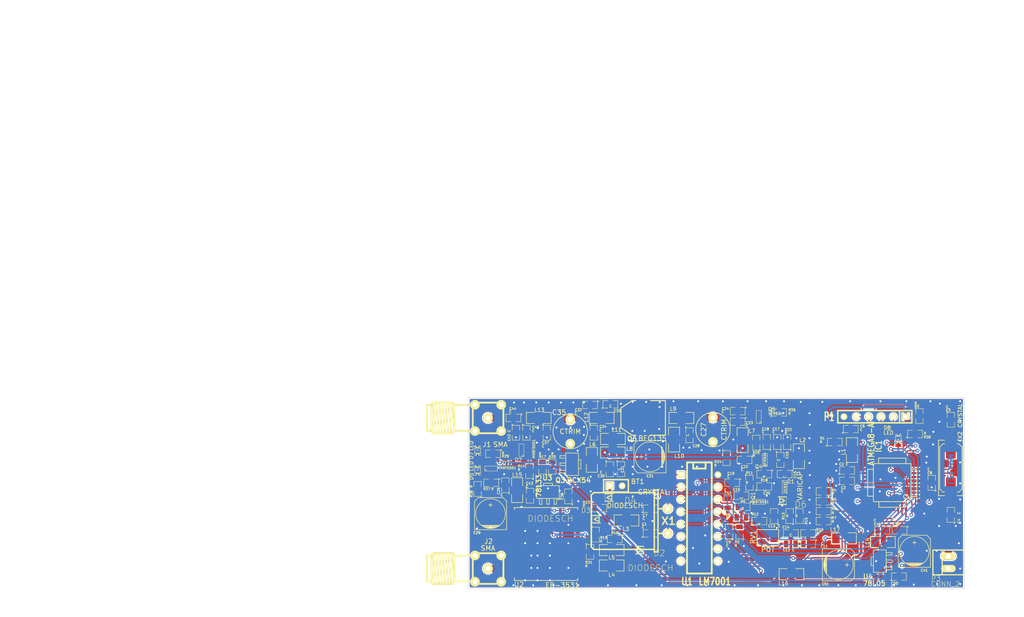
<source format=kicad_pcb>
(kicad_pcb (version 3) (host pcbnew "(2013-mar-13)-testing")
  (layers (15 F.Cu signal) (0 B.Cu signal) (18 B.Paste user) (19 F.Paste user) (20 B.SilkS user) (21 F.SilkS user) (22 B.Mask user) (23 F.Mask user) (28 Edge.Cuts user))
  (net 0 "")
  (net 1 +5V)
  (net 2 3V3)
  (net 3 AUDIO)
  (net 4 CE)
  (net 5 CL)
  (net 6 DATA)
  (net 7 GND)
  (net 8 N-0000010)
  (net 9 N-0000011)
  (net 10 N-0000013)
  (net 11 N-0000014)
  (net 12 N-0000015)
  (net 13 N-0000016)
  (net 14 N-0000017)
  (net 15 N-0000018)
  (net 16 N-0000019)
  (net 17 N-000002)
  (net 18 N-0000022)
  (net 19 N-0000023)
  (net 20 N-0000024)
  (net 21 N-0000025)
  (net 22 N-0000026)
  (net 23 N-0000027)
  (net 24 N-0000028)
  (net 25 N-0000029)
  (net 26 N-000003)
  (net 27 N-0000030)
  (net 28 N-0000031)
  (net 29 N-0000032)
  (net 30 N-0000033)
  (net 31 N-0000034)
  (net 32 N-0000035)
  (net 33 N-0000036)
  (net 34 N-0000037)
  (net 35 N-0000038)
  (net 36 N-0000039)
  (net 37 N-000004)
  (net 38 N-0000040)
  (net 39 N-0000041)
  (net 40 N-0000042)
  (net 41 N-0000043)
  (net 42 N-0000044)
  (net 43 N-0000045)
  (net 44 N-0000046)
  (net 45 N-0000047)
  (net 46 N-0000048)
  (net 47 N-0000049)
  (net 48 N-000005)
  (net 49 N-0000050)
  (net 50 N-0000052)
  (net 51 N-0000053)
  (net 52 N-0000056)
  (net 53 N-0000058)
  (net 54 N-0000059)
  (net 55 N-000006)
  (net 56 N-0000060)
  (net 57 N-0000061)
  (net 58 N-0000062)
  (net 59 N-0000064)
  (net 60 N-0000065)
  (net 61 N-0000066)
  (net 62 N-0000067)
  (net 63 N-0000068)
  (net 64 N-0000069)
  (net 65 N-000007)
  (net 66 N-0000070)
  (net 67 N-0000071)
  (net 68 N-0000072)
  (net 69 N-0000073)
  (net 70 N-0000074)
  (net 71 N-0000075)
  (net 72 N-0000076)
  (net 73 N-0000077)
  (net 74 N-000008)
  (net 75 N-0000081)
  (net 76 N-0000082)
  (net 77 N-0000083)
  (net 78 N-0000084)
  (net 79 N-0000085)
  (net 80 N-0000086)
  (net 81 N-0000087)
  (net 82 N-0000088)
  (net 83 N-0000089)
  (net 84 N-000009)
  (net 85 N-0000090)
  (net 86 N-0000091)
  (net 87 N-0000092)
  (net 88 N-0000093)
  (net 89 N-0000094)
  (net 90 N-0000095)
  (net 91 N-0000096)
  (net 92 RF_EN)
  (net 93 RF_PWR)
  (net 94 RXD)
  (net 95 TXD)
  (net 96 VCC)
  (net 97 VDD)
  (module ASTUB (layer F.Cu) (at 109.8423 80.2005)
    (fp_text reference ASTUB (at 0 0.00003) (layer F.SilkS) (effects (font (size 0.00003 0.00003) (thickness 0.000007))))
    (fp_text value VAL** (at 0 -0.00003) (layer F.SilkS) (effects (font (size 0.00003 0.00003) (thickness 0.000007))))
    (fp_poly (pts) (layer F.Cu) (width 0.00012))
  )
  (module MVR34 (layer F.Cu) (at 156.591 110.617 270)
    (fp_text reference RV1 (at -0.127 1.778 450) (layer F.SilkS))
    (fp_text value POT (at 2.413 -1.27 360) (layer F.SilkS))
    (pad 2 smd rect (at 0 -2.5 270) (size 1.8 1.5) (layers F.Cu F.Paste F.Mask) (net 28 N-0000031))
    (pad 1 smd rect (at -0.85 0 270) (size 1.1 1.5) (layers F.Cu F.Paste F.Mask) (net 7 GND))
    (pad 3 smd rect (at 0.85 0 270) (size 1.1 1.5) (layers F.Cu F.Paste F.Mask) (net 83 N-0000089))
  )
  (module SIL-2 (layer F.Cu) (at 126.619 99.949)
    (fp_text reference BT1 (at 4.445 -0.889) (layer F.SilkS))
    (fp_text value BATTERY hide)
    (pad 1 thru_hole rect (at -1.27 0) (size 1.397 1.397) (drill 0.8128) (layers *.Cu *.Mask F.SilkS) (net 74 N-000008))
    (pad 2 thru_hole circle (at 1.27 0) (size 1.397 1.397) (drill 0.8128) (layers *.Cu *.Mask F.SilkS) (net 7 GND))
  )
  (module SM0805 (layer F.Cu) (at 133.731 109.728)
    (fp_text reference C1 (at -1.27 -1.905) (layer F.SilkS) (effects (font (size 0.50038 0.50038) (thickness 0.10922))))
    (fp_text value C (at -1.524 -1.27) (layer F.SilkS) (effects (font (size 0.50038 0.50038) (thickness 0.10922))))
    (pad 1 smd rect (at -0.9525 0) (size 0.889 1.397) (layers F.Cu F.Paste F.Mask) (net 7 GND))
    (pad 2 smd rect (at 0.9525 0) (size 0.889 1.397) (layers F.Cu F.Paste F.Mask) (net 85 N-0000090))
  )
  (module SM0805 (layer F.Cu) (at 174.117 96.774)
    (fp_text reference C2 (at -1.143 -1.27) (layer F.SilkS) (effects (font (size 0.50038 0.50038) (thickness 0.10922))))
    (fp_text value C (at 0 -1.27) (layer F.SilkS) (effects (font (size 0.50038 0.50038) (thickness 0.10922))))
    (pad 1 smd rect (at -0.9525 0) (size 0.889 1.397) (layers F.Cu F.Paste F.Mask) (net 7 GND))
    (pad 2 smd rect (at 0.9525 0) (size 0.889 1.397) (layers F.Cu F.Paste F.Mask) (net 78 N-0000084))
  )
  (module SM0805 (layer F.Cu) (at 174.117 98.933)
    (fp_text reference C3 (at -0.762 1.397) (layer F.SilkS) (effects (font (size 0.50038 0.50038) (thickness 0.10922))))
    (fp_text value C (at -1.016 2.159) (layer F.SilkS) (effects (font (size 0.50038 0.50038) (thickness 0.10922))))
    (pad 1 smd rect (at -0.9525 0) (size 0.889 1.397) (layers F.Cu F.Paste F.Mask) (net 7 GND))
    (pad 2 smd rect (at 0.9525 0) (size 0.889 1.397) (layers F.Cu F.Paste F.Mask) (net 22 N-0000026))
  )
  (module SM0805 (layer F.Cu) (at 195.453 105.918 90)
    (fp_text reference C4 (at -1.27 1.651 270) (layer F.SilkS) (effects (font (size 0.50038 0.50038) (thickness 0.10922))))
    (fp_text value C (at 0.381 1.651 90) (layer F.SilkS) (effects (font (size 0.50038 0.50038) (thickness 0.10922))))
    (pad 1 smd rect (at -0.9525 0 90) (size 0.889 1.397) (layers F.Cu F.Paste F.Mask) (net 7 GND))
    (pad 2 smd rect (at 0.9525 0 90) (size 0.889 1.397) (layers F.Cu F.Paste F.Mask) (net 16 N-0000019))
  )
  (module SM0805 (layer F.Cu) (at 195.453 86.36 270)
    (fp_text reference C5 (at -2.032 0.508 360) (layer F.SilkS) (effects (font (size 0.50038 0.50038) (thickness 0.10922))))
    (fp_text value C (at -2.667 0.762 360) (layer F.SilkS) (effects (font (size 0.50038 0.50038) (thickness 0.10922))))
    (pad 1 smd rect (at -0.9525 0 270) (size 0.889 1.397) (layers F.Cu F.Paste F.Mask) (net 7 GND))
    (pad 2 smd rect (at 0.9525 0 270) (size 0.889 1.397) (layers F.Cu F.Paste F.Mask) (net 18 N-0000022))
  )
  (module SM0805 (layer F.Cu) (at 174.879 88.265)
    (fp_text reference C6 (at 2.413 -0.635) (layer F.SilkS) (effects (font (size 0.50038 0.50038) (thickness 0.10922))))
    (fp_text value C (at 2.159 0.127) (layer F.SilkS) (effects (font (size 0.50038 0.50038) (thickness 0.10922))))
    (pad 1 smd rect (at -0.9525 0) (size 0.889 1.397) (layers F.Cu F.Paste F.Mask) (net 7 GND))
    (pad 2 smd rect (at 0.9525 0) (size 0.889 1.397) (layers F.Cu F.Paste F.Mask) (net 31 N-0000034))
  )
  (module SM0805 (layer F.Cu) (at 133.731 104.648)
    (fp_text reference C7 (at -1.143 1.397) (layer F.SilkS) (effects (font (size 0.50038 0.50038) (thickness 0.10922))))
    (fp_text value C (at -1.397 2.032) (layer F.SilkS) (effects (font (size 0.50038 0.50038) (thickness 0.10922))))
    (pad 1 smd rect (at -0.9525 0) (size 0.889 1.397) (layers F.Cu F.Paste F.Mask) (net 7 GND))
    (pad 2 smd rect (at 0.9525 0) (size 0.889 1.397) (layers F.Cu F.Paste F.Mask) (net 10 N-0000013))
  )
  (module SM0805 (layer F.Cu) (at 191.516 99.314 90)
    (fp_text reference C8 (at 2.032 -0.381 180) (layer F.SilkS) (effects (font (size 0.50038 0.50038) (thickness 0.10922))))
    (fp_text value C (at 2.794 -0.635 180) (layer F.SilkS) (effects (font (size 0.50038 0.50038) (thickness 0.10922))))
    (pad 1 smd rect (at -0.9525 0 90) (size 0.889 1.397) (layers F.Cu F.Paste F.Mask) (net 7 GND))
    (pad 2 smd rect (at 0.9525 0 90) (size 0.889 1.397) (layers F.Cu F.Paste F.Mask) (net 42 N-0000044))
  )
  (module SM0805 (layer F.Cu) (at 149.86 109.347 90)
    (fp_text reference C9 (at -2.159 -0.127 360) (layer F.SilkS) (effects (font (size 0.50038 0.50038) (thickness 0.10922))))
    (fp_text value C (at -2.921 -0.381 180) (layer F.SilkS) (effects (font (size 0.50038 0.50038) (thickness 0.10922))))
    (pad 1 smd rect (at -0.9525 0 90) (size 0.889 1.397) (layers F.Cu F.Paste F.Mask) (net 11 N-0000014))
    (pad 2 smd rect (at 0.9525 0 90) (size 0.889 1.397) (layers F.Cu F.Paste F.Mask) (net 63 N-0000068))
  )
  (module SM0805 (layer F.Cu) (at 152.4 101.981)
    (fp_text reference C10 (at -1.016 -1.27) (layer F.SilkS) (effects (font (size 0.50038 0.50038) (thickness 0.10922))))
    (fp_text value C (at 0 0.508 90) (layer F.SilkS) (effects (font (size 0.50038 0.50038) (thickness 0.10922))))
    (pad 1 smd rect (at -0.9525 0) (size 0.889 1.397) (layers F.Cu F.Paste F.Mask) (net 13 N-0000016))
    (pad 2 smd rect (at 0.9525 0) (size 0.889 1.397) (layers F.Cu F.Paste F.Mask) (net 80 N-0000086))
  )
  (module SM0805 (layer F.Cu) (at 166.116 111.887 180)
    (fp_text reference C11 (at -3.302 -0.508 180) (layer F.SilkS) (effects (font (size 0.50038 0.50038) (thickness 0.10922))))
    (fp_text value C (at -2.921 0.127 180) (layer F.SilkS) (effects (font (size 0.50038 0.50038) (thickness 0.10922))))
    (pad 1 smd rect (at -0.9525 0 180) (size 0.889 1.397) (layers F.Cu F.Paste F.Mask) (net 7 GND))
    (pad 2 smd rect (at 0.9525 0 180) (size 0.889 1.397) (layers F.Cu F.Paste F.Mask) (net 3 AUDIO))
  )
  (module SM0805 (layer F.Cu) (at 162.56 111.887 180)
    (fp_text reference C12 (at 0.889 -1.27 180) (layer F.SilkS) (effects (font (size 0.50038 0.50038) (thickness 0.10922))))
    (fp_text value C (at -0.508 -1.27 180) (layer F.SilkS) (effects (font (size 0.50038 0.50038) (thickness 0.10922))))
    (pad 1 smd rect (at -0.9525 0 180) (size 0.889 1.397) (layers F.Cu F.Paste F.Mask) (net 3 AUDIO))
    (pad 2 smd rect (at 0.9525 0 180) (size 0.889 1.397) (layers F.Cu F.Paste F.Mask) (net 83 N-0000089))
  )
  (module SM0805 (layer F.Cu) (at 159.131 106.172 90)
    (fp_text reference C13 (at -2.032 -0.508 180) (layer F.SilkS) (effects (font (size 0.50038 0.50038) (thickness 0.10922))))
    (fp_text value C (at -2.032 1.016 180) (layer F.SilkS) (effects (font (size 0.50038 0.50038) (thickness 0.10922))))
    (pad 1 smd rect (at -0.9525 0 90) (size 0.889 1.397) (layers F.Cu F.Paste F.Mask) (net 12 N-0000015))
    (pad 2 smd rect (at 0.9525 0 90) (size 0.889 1.397) (layers F.Cu F.Paste F.Mask) (net 7 GND))
  )
  (module SM0805 (layer F.Cu) (at 162.56 109.728)
    (fp_text reference C14 (at -1.016 -1.27) (layer F.SilkS) (effects (font (size 0.50038 0.50038) (thickness 0.10922))))
    (fp_text value C (at 0 0.381) (layer F.SilkS) (effects (font (size 0.50038 0.50038) (thickness 0.10922))))
    (pad 1 smd rect (at -0.9525 0) (size 0.889 1.397) (layers F.Cu F.Paste F.Mask) (net 28 N-0000031))
    (pad 2 smd rect (at 0.9525 0) (size 0.889 1.397) (layers F.Cu F.Paste F.Mask) (net 27 N-0000030))
  )
  (module SM0805 (layer F.Cu) (at 161.29 97.536 180)
    (fp_text reference C15 (at -2.159 -0.127 270) (layer F.SilkS) (effects (font (size 0.50038 0.50038) (thickness 0.10922))))
    (fp_text value C (at 0 -0.635 270) (layer F.SilkS) (effects (font (size 0.50038 0.50038) (thickness 0.10922))))
    (pad 1 smd rect (at -0.9525 0 180) (size 0.889 1.397) (layers F.Cu F.Paste F.Mask) (net 56 N-0000060))
    (pad 2 smd rect (at 0.9525 0 180) (size 0.889 1.397) (layers F.Cu F.Paste F.Mask) (net 82 N-0000088))
  )
  (module SM0805 (layer F.Cu) (at 160.401 94.615 270)
    (fp_text reference C16 (at -1.016 -1.397 270) (layer F.SilkS) (effects (font (size 0.50038 0.50038) (thickness 0.10922))))
    (fp_text value C (at 0 0.381 270) (layer F.SilkS) (effects (font (size 0.50038 0.50038) (thickness 0.10922))))
    (pad 1 smd rect (at -0.9525 0 270) (size 0.889 1.397) (layers F.Cu F.Paste F.Mask) (net 64 N-0000069))
    (pad 2 smd rect (at 0.9525 0 270) (size 0.889 1.397) (layers F.Cu F.Paste F.Mask) (net 82 N-0000088))
  )
  (module SM0805 (layer F.Cu) (at 159.766 90.932 90)
    (fp_text reference C17 (at 2.667 -0.254 180) (layer F.SilkS) (effects (font (size 0.50038 0.50038) (thickness 0.10922))))
    (fp_text value C (at 2.032 -0.762 180) (layer F.SilkS) (effects (font (size 0.50038 0.50038) (thickness 0.10922))))
    (pad 1 smd rect (at -0.9525 0 90) (size 0.889 1.397) (layers F.Cu F.Paste F.Mask) (net 64 N-0000069))
    (pad 2 smd rect (at 0.9525 0 90) (size 0.889 1.397) (layers F.Cu F.Paste F.Mask) (net 7 GND))
  )
  (module SM0805 (layer F.Cu) (at 157.607 90.932 90)
    (fp_text reference C18 (at 2.667 -0.254 360) (layer F.SilkS) (effects (font (size 0.50038 0.50038) (thickness 0.10922))))
    (fp_text value C (at 2.032 -0.762 180) (layer F.SilkS) (effects (font (size 0.50038 0.50038) (thickness 0.10922))))
    (pad 1 smd rect (at -0.9525 0 90) (size 0.889 1.397) (layers F.Cu F.Paste F.Mask) (net 64 N-0000069))
    (pad 2 smd rect (at 0.9525 0 90) (size 0.889 1.397) (layers F.Cu F.Paste F.Mask) (net 40 N-0000042))
  )
  (module SM0805 (layer F.Cu) (at 150.495 99.314 180)
    (fp_text reference C19 (at 0.254 1.905 180) (layer F.SilkS) (effects (font (size 0.50038 0.50038) (thickness 0.10922))))
    (fp_text value C (at 0.762 1.27 180) (layer F.SilkS) (effects (font (size 0.50038 0.50038) (thickness 0.10922))))
    (pad 1 smd rect (at -0.9525 0 180) (size 0.889 1.397) (layers F.Cu F.Paste F.Mask) (net 89 N-0000094))
    (pad 2 smd rect (at 0.9525 0 180) (size 0.889 1.397) (layers F.Cu F.Paste F.Mask) (net 7 GND))
  )
  (module c_elec_6.3x4.5 (layer F.Cu) (at 133.604 93.98 180)
    (fp_text reference C21 (at 0 -3.937 180) (layer F.SilkS) (effects (font (size 0.50038 0.50038) (thickness 0.11938))))
    (fp_text value CAPAPOL hide)
    (pad 1 smd rect (at 2.75082 0 180) (size 3.59918 1.6002) (layers F.Cu F.Paste F.Mask) (net 89 N-0000094))
    (pad 2 smd rect (at -2.75082 0 180) (size 3.59918 1.6002) (layers F.Cu F.Paste F.Mask) (net 7 GND))
  )
  (module SM0805 (layer F.Cu) (at 153.035 94.615 180)
    (fp_text reference C22 (at 0 -1.397 180) (layer F.SilkS) (effects (font (size 0.50038 0.50038) (thickness 0.10922))))
    (fp_text value C (at 0.508 -2.032 180) (layer F.SilkS) (effects (font (size 0.50038 0.50038) (thickness 0.10922))))
    (pad 1 smd rect (at -0.9525 0 180) (size 0.889 1.397) (layers F.Cu F.Paste F.Mask) (net 89 N-0000094))
    (pad 2 smd rect (at 0.9525 0 180) (size 0.889 1.397) (layers F.Cu F.Paste F.Mask) (net 7 GND))
  )
  (module SM0805 (layer F.Cu) (at 151.638 86.741 180)
    (fp_text reference C23 (at -2.413 -0.254 180) (layer F.SilkS) (effects (font (size 0.50038 0.50038) (thickness 0.10922))))
    (fp_text value C (at -1.905 -0.889 180) (layer F.SilkS) (effects (font (size 0.50038 0.50038) (thickness 0.10922))))
    (pad 1 smd rect (at -0.9525 0 180) (size 0.889 1.397) (layers F.Cu F.Paste F.Mask) (net 54 N-0000059))
    (pad 2 smd rect (at 0.9525 0 180) (size 0.889 1.397) (layers F.Cu F.Paste F.Mask) (net 62 N-0000067))
  )
  (module SM0805 (layer F.Cu) (at 151.638 84.582 180)
    (fp_text reference C24 (at 2.54 0.508 180) (layer F.SilkS) (effects (font (size 0.50038 0.50038) (thickness 0.10922))))
    (fp_text value C (at 3.048 -0.127 180) (layer F.SilkS) (effects (font (size 0.50038 0.50038) (thickness 0.10922))))
    (pad 1 smd rect (at -0.9525 0 180) (size 0.889 1.397) (layers F.Cu F.Paste F.Mask) (net 54 N-0000059))
    (pad 2 smd rect (at 0.9525 0 180) (size 0.889 1.397) (layers F.Cu F.Paste F.Mask) (net 62 N-0000067))
  )
  (module SM0805 (layer F.Cu) (at 157.099 100.076)
    (fp_text reference C25 (at 0.508 1.397) (layer F.SilkS) (effects (font (size 0.50038 0.50038) (thickness 0.10922))))
    (fp_text value C (at 0.127 0.762 90) (layer F.SilkS) (effects (font (size 0.50038 0.50038) (thickness 0.10922))))
    (pad 1 smd rect (at -0.9525 0) (size 0.889 1.397) (layers F.Cu F.Paste F.Mask) (net 89 N-0000094))
    (pad 2 smd rect (at 0.9525 0) (size 0.889 1.397) (layers F.Cu F.Paste F.Mask) (net 7 GND))
  )
  (module SM0805 (layer F.Cu) (at 103.886 99.822 90)
    (fp_text reference C26 (at -1.143 -1.397 270) (layer F.SilkS) (effects (font (size 0.50038 0.50038) (thickness 0.10922))))
    (fp_text value C (at -2.032 -0.762 180) (layer F.SilkS) (effects (font (size 0.50038 0.50038) (thickness 0.10922))))
    (pad 1 smd rect (at -0.9525 0 90) (size 0.889 1.397) (layers F.Cu F.Paste F.Mask) (net 2 3V3))
    (pad 2 smd rect (at 0.9525 0 90) (size 0.889 1.397) (layers F.Cu F.Paste F.Mask) (net 7 GND))
  )
  (module SM0805 (layer F.Cu) (at 141.732 89.535 270)
    (fp_text reference C28 (at 2.1971 -1.3589 360) (layer F.SilkS) (effects (font (size 0.50038 0.50038) (thickness 0.10922))))
    (fp_text value C (at 0 0.381 270) (layer F.SilkS) (effects (font (size 0.50038 0.50038) (thickness 0.10922))))
    (pad 1 smd rect (at -0.9525 0 270) (size 0.889 1.397) (layers F.Cu F.Paste F.Mask) (net 62 N-0000067))
    (pad 2 smd rect (at 0.9525 0 270) (size 0.889 1.397) (layers F.Cu F.Paste F.Mask) (net 7 GND))
  )
  (module c_elec_6.3x4.5 (layer F.Cu) (at 100.838 105.664 90)
    (fp_text reference C29 (at -3.937 -2.794 180) (layer F.SilkS) (effects (font (size 0.50038 0.50038) (thickness 0.11938))))
    (fp_text value CP1 hide)
    (pad 1 smd rect (at 2.75082 0 90) (size 3.59918 1.6002) (layers F.Cu F.Paste F.Mask) (net 2 3V3))
    (pad 2 smd rect (at -2.75082 0 90) (size 3.59918 1.6002) (layers F.Cu F.Paste F.Mask) (net 7 GND))
  )
  (module SM0805 (layer F.Cu) (at 125.349 96.52 270)
    (fp_text reference C30 (at 1.397 1.778 360) (layer F.SilkS) (effects (font (size 0.50038 0.50038) (thickness 0.10922))))
    (fp_text value C (at 0.635 1.778 360) (layer F.SilkS) (effects (font (size 0.50038 0.50038) (thickness 0.10922))))
    (pad 1 smd rect (at -0.9525 0 270) (size 0.889 1.397) (layers F.Cu F.Paste F.Mask) (net 88 N-0000093))
    (pad 2 smd rect (at 0.9525 0 270) (size 0.889 1.397) (layers F.Cu F.Paste F.Mask) (net 7 GND))
  )
  (module SM0805 (layer F.Cu) (at 127.635 96.52 270)
    (fp_text reference C31 (at 0 -0.3175 270) (layer F.SilkS) (effects (font (size 0.50038 0.50038) (thickness 0.10922))))
    (fp_text value C (at 0 0.381 270) (layer F.SilkS) (effects (font (size 0.50038 0.50038) (thickness 0.10922))))
    (pad 1 smd rect (at -0.9525 0 270) (size 0.889 1.397) (layers F.Cu F.Paste F.Mask) (net 88 N-0000093))
    (pad 2 smd rect (at 0.9525 0 270) (size 0.889 1.397) (layers F.Cu F.Paste F.Mask) (net 7 GND))
  )
  (module SM0805 (layer F.Cu) (at 121.285 83.312 180)
    (fp_text reference C32 (at 2.413 -1.016 180) (layer F.SilkS) (effects (font (size 0.50038 0.50038) (thickness 0.10922))))
    (fp_text value C (at 2.921 -1.651 180) (layer F.SilkS) (effects (font (size 0.50038 0.50038) (thickness 0.10922))))
    (pad 1 smd rect (at -0.9525 0 180) (size 0.889 1.397) (layers F.Cu F.Paste F.Mask) (net 87 N-0000092))
    (pad 2 smd rect (at 0.9525 0 180) (size 0.889 1.397) (layers F.Cu F.Paste F.Mask) (net 7 GND))
  )
  (module SM0805 (layer F.Cu) (at 125.476 83.185)
    (fp_text reference C33 (at 1.4224 1.3462) (layer F.SilkS) (effects (font (size 0.50038 0.50038) (thickness 0.10922))))
    (fp_text value C (at 0 0.381) (layer F.SilkS) (effects (font (size 0.50038 0.50038) (thickness 0.10922))))
    (pad 1 smd rect (at -0.9525 0) (size 0.889 1.397) (layers F.Cu F.Paste F.Mask) (net 87 N-0000092))
    (pad 2 smd rect (at 0.9525 0) (size 0.889 1.397) (layers F.Cu F.Paste F.Mask) (net 7 GND))
  )
  (module SM0805 (layer F.Cu) (at 122.047 89.027 270)
    (fp_text reference C34 (at -1.27 -1.905 360) (layer F.SilkS) (effects (font (size 0.50038 0.50038) (thickness 0.10922))))
    (fp_text value C (at -0.508 -1.397 360) (layer F.SilkS) (effects (font (size 0.50038 0.50038) (thickness 0.10922))))
    (pad 1 smd rect (at -0.9525 0 270) (size 0.889 1.397) (layers F.Cu F.Paste F.Mask) (net 86 N-0000091))
    (pad 2 smd rect (at 0.9525 0 270) (size 0.889 1.397) (layers F.Cu F.Paste F.Mask) (net 7 GND))
  )
  (module SM0805 (layer F.Cu) (at 112.395 89.027 270)
    (fp_text reference C37 (at 2.032 0.254 540) (layer F.SilkS) (effects (font (size 0.50038 0.50038) (thickness 0.10922))))
    (fp_text value C (at 2.794 0.762 540) (layer F.SilkS) (effects (font (size 0.50038 0.50038) (thickness 0.10922))))
    (pad 1 smd rect (at -0.9525 0 270) (size 0.889 1.397) (layers F.Cu F.Paste F.Mask) (net 86 N-0000091))
    (pad 2 smd rect (at 0.9525 0 270) (size 0.889 1.397) (layers F.Cu F.Paste F.Mask) (net 7 GND))
  )
  (module SM0805 (layer F.Cu) (at 116.84 102.108 90)
    (fp_text reference C38 (at 0 -1.27 90) (layer F.SilkS) (effects (font (size 0.50038 0.50038) (thickness 0.10922))))
    (fp_text value C (at -0.508 -1.905 90) (layer F.SilkS) (effects (font (size 0.50038 0.50038) (thickness 0.10922))))
    (pad 1 smd rect (at -0.9525 0 90) (size 0.889 1.397) (layers F.Cu F.Paste F.Mask) (net 1 +5V))
    (pad 2 smd rect (at 0.9525 0 90) (size 0.889 1.397) (layers F.Cu F.Paste F.Mask) (net 7 GND))
  )
  (module SM0805 (layer F.Cu) (at 184.912 109.093 180)
    (fp_text reference C39 (at 0.762 1.27 180) (layer F.SilkS) (effects (font (size 0.50038 0.50038) (thickness 0.10922))))
    (fp_text value C (at 1.27 2.159 180) (layer F.SilkS) (effects (font (size 0.50038 0.50038) (thickness 0.10922))))
    (pad 1 smd rect (at -0.9525 0 180) (size 0.889 1.397) (layers F.Cu F.Paste F.Mask) (net 9 N-0000011))
    (pad 2 smd rect (at 0.9525 0 180) (size 0.889 1.397) (layers F.Cu F.Paste F.Mask) (net 7 GND))
  )
  (module SM0805 (layer F.Cu) (at 108.204 89.027 270)
    (fp_text reference C40 (at -1.143 -1.905 540) (layer F.SilkS) (effects (font (size 0.50038 0.50038) (thickness 0.10922))))
    (fp_text value C (at -0.381 -1.397 360) (layer F.SilkS) (effects (font (size 0.50038 0.50038) (thickness 0.10922))))
    (pad 1 smd rect (at -0.9525 0 270) (size 0.889 1.397) (layers F.Cu F.Paste F.Mask) (net 84 N-000009))
    (pad 2 smd rect (at 0.9525 0 270) (size 0.889 1.397) (layers F.Cu F.Paste F.Mask) (net 7 GND))
  )
  (module SM0805 (layer F.Cu) (at 106.045 89.027 270)
    (fp_text reference C42 (at 1.016 1.397 270) (layer F.SilkS) (effects (font (size 0.50038 0.50038) (thickness 0.10922))))
    (fp_text value C (at -0.381 1.397 270) (layer F.SilkS) (effects (font (size 0.50038 0.50038) (thickness 0.10922))))
    (pad 1 smd rect (at -0.9525 0 270) (size 0.889 1.397) (layers F.Cu F.Paste F.Mask) (net 84 N-000009))
    (pad 2 smd rect (at 0.9525 0 270) (size 0.889 1.397) (layers F.Cu F.Paste F.Mask) (net 7 GND))
  )
  (module SM0805 (layer F.Cu) (at 108.966 101.981 270)
    (fp_text reference C43 (at -2.54 0.127 360) (layer F.SilkS) (effects (font (size 0.50038 0.50038) (thickness 0.10922))))
    (fp_text value C (at -1.905 0.635 360) (layer F.SilkS) (effects (font (size 0.50038 0.50038) (thickness 0.10922))))
    (pad 1 smd rect (at -0.9525 0 270) (size 0.889 1.397) (layers F.Cu F.Paste F.Mask) (net 8 N-0000010))
    (pad 2 smd rect (at 0.9525 0 270) (size 0.889 1.397) (layers F.Cu F.Paste F.Mask) (net 7 GND))
  )
  (module SM0805 (layer F.Cu) (at 105.537 85.979 180)
    (fp_text reference C44 (at 0.127 1.905 180) (layer F.SilkS) (effects (font (size 0.50038 0.50038) (thickness 0.10922))))
    (fp_text value C (at 0.635 1.27 180) (layer F.SilkS) (effects (font (size 0.50038 0.50038) (thickness 0.10922))))
    (pad 1 smd rect (at -0.9525 0 180) (size 0.889 1.397) (layers F.Cu F.Paste F.Mask) (net 84 N-000009))
    (pad 2 smd rect (at 0.9525 0 180) (size 0.889 1.397) (layers F.Cu F.Paste F.Mask) (net 61 N-0000066))
  )
  (module SM0805 (layer F.Cu) (at 181.356 109.093)
    (fp_text reference C46 (at -1.016 -1.27) (layer F.SilkS) (effects (font (size 0.50038 0.50038) (thickness 0.10922))))
    (fp_text value C (at -1.524 -2.032) (layer F.SilkS) (effects (font (size 0.50038 0.50038) (thickness 0.10922))))
    (pad 1 smd rect (at -0.9525 0) (size 0.889 1.397) (layers F.Cu F.Paste F.Mask) (net 97 VDD))
    (pad 2 smd rect (at 0.9525 0) (size 0.889 1.397) (layers F.Cu F.Paste F.Mask) (net 7 GND))
  )
  (module SM0805 (layer F.Cu) (at 184.785 118.618)
    (fp_text reference C50 (at -0.889 1.397) (layer F.SilkS) (effects (font (size 0.50038 0.50038) (thickness 0.10922))))
    (fp_text value C (at -1.397 2.032) (layer F.SilkS) (effects (font (size 0.50038 0.50038) (thickness 0.10922))))
    (pad 1 smd rect (at -0.9525 0) (size 0.889 1.397) (layers F.Cu F.Paste F.Mask) (net 96 VCC))
    (pad 2 smd rect (at 0.9525 0) (size 0.889 1.397) (layers F.Cu F.Paste F.Mask) (net 7 GND))
  )
  (module c_elec_6.3x4.5 (layer F.Cu) (at 172.339 116.205)
    (fp_text reference C51 (at -2.667 3.937) (layer F.SilkS) (effects (font (size 0.50038 0.50038) (thickness 0.11938))))
    (fp_text value CAPAPOL hide)
    (pad 1 smd rect (at 2.75082 0) (size 3.59918 1.6002) (layers F.Cu F.Paste F.Mask) (net 96 VCC))
    (pad 2 smd rect (at -2.75082 0) (size 3.59918 1.6002) (layers F.Cu F.Paste F.Mask) (net 7 GND))
  )
  (module SM0805 (layer F.Cu) (at 149.606 103.505 90)
    (fp_text reference C52 (at 2.032 0 180) (layer F.SilkS) (effects (font (size 0.50038 0.50038) (thickness 0.10922))))
    (fp_text value C (at 2.667 -0.508 180) (layer F.SilkS) (effects (font (size 0.50038 0.50038) (thickness 0.10922))))
    (pad 1 smd rect (at -0.9525 0 90) (size 0.889 1.397) (layers F.Cu F.Paste F.Mask) (net 1 +5V))
    (pad 2 smd rect (at 0.9525 0 90) (size 0.889 1.397) (layers F.Cu F.Paste F.Mask) (net 7 GND))
  )
  (module SOT23 (layer F.Cu) (at 161.29 100.203 270)
    (fp_text reference D1 (at -1.143 -1.27 360) (layer F.SilkS) (effects (font (size 0.762 0.762) (thickness 0.11938))))
    (fp_text value ZC931 (at 0 -0.127 270) (layer F.SilkS) (effects (font (size 0.50038 0.50038) (thickness 0.09906))))
    (pad 3 smd rect (at 0 -1.09982 270) (size 0.8001 1.00076) (layers F.Cu F.Paste F.Mask) (net 56 N-0000060))
    (pad 2 smd rect (at 0.9525 1.09982 270) (size 0.8001 1.00076) (layers F.Cu F.Paste F.Mask))
    (pad 1 smd rect (at -0.9525 1.09982 270) (size 0.8001 1.00076) (layers F.Cu F.Paste F.Mask) (net 7 GND))
  )
  (module TQFP32 (layer F.Cu) (at 183.388 99.314 180)
    (fp_text reference IC1 (at 2.794 7.493 270) (layer F.SilkS) (effects (font (size 1.27 1.016) (thickness 0.2032))))
    (fp_text value ATMEGA8-AI (at 4.318 8.128 270) (layer F.SilkS) (effects (font (size 1.27 1.016) (thickness 0.2032))))
    (pad 8 smd rect (at -4.81584 2.77622 180) (size 1.99898 0.44958) (layers F.Cu F.Paste F.Mask) (net 18 N-0000022))
    (pad 7 smd rect (at -4.81584 1.97612 180) (size 1.99898 0.44958) (layers F.Cu F.Paste F.Mask) (net 16 N-0000019))
    (pad 6 smd rect (at -4.81584 1.17602 180) (size 1.99898 0.44958) (layers F.Cu F.Paste F.Mask) (net 42 N-0000044))
    (pad 5 smd rect (at -4.81584 0.37592 180) (size 1.99898 0.44958) (layers F.Cu F.Paste F.Mask) (net 7 GND))
    (pad 4 smd rect (at -4.81584 -0.42418 180) (size 1.99898 0.44958) (layers F.Cu F.Paste F.Mask) (net 42 N-0000044))
    (pad 3 smd rect (at -4.81584 -1.22428 180) (size 1.99898 0.44958) (layers F.Cu F.Paste F.Mask) (net 7 GND))
    (pad 2 smd rect (at -4.81584 -2.02438 180) (size 1.99898 0.44958) (layers F.Cu F.Paste F.Mask) (net 75 N-0000081))
    (pad 1 smd rect (at -4.81584 -2.82448 180) (size 1.99898 0.44958) (layers F.Cu F.Paste F.Mask) (net 92 RF_EN))
    (pad 24 smd rect (at 4.7498 -2.8194 180) (size 1.99898 0.44958) (layers F.Cu F.Paste F.Mask) (net 19 N-0000023))
    (pad 17 smd rect (at 4.7498 2.794 180) (size 1.99898 0.44958) (layers F.Cu F.Paste F.Mask) (net 23 N-0000027))
    (pad 18 smd rect (at 4.7498 1.9812 180) (size 1.99898 0.44958) (layers F.Cu F.Paste F.Mask) (net 78 N-0000084))
    (pad 19 smd rect (at 4.7498 1.1684 180) (size 1.99898 0.44958) (layers F.Cu F.Paste F.Mask) (net 70 N-0000074))
    (pad 20 smd rect (at 4.7498 0.381 180) (size 1.99898 0.44958) (layers F.Cu F.Paste F.Mask) (net 22 N-0000026))
    (pad 21 smd rect (at 4.7498 -0.4318 180) (size 1.99898 0.44958) (layers F.Cu F.Paste F.Mask) (net 7 GND))
    (pad 22 smd rect (at 4.7498 -1.2192 180) (size 1.99898 0.44958) (layers F.Cu F.Paste F.Mask) (net 71 N-0000075))
    (pad 23 smd rect (at 4.7498 -2.032 180) (size 1.99898 0.44958) (layers F.Cu F.Paste F.Mask) (net 15 N-0000018))
    (pad 32 smd rect (at -2.82448 -4.826 180) (size 0.44958 1.99898) (layers F.Cu F.Paste F.Mask) (net 93 RF_PWR))
    (pad 31 smd rect (at -2.02692 -4.826 180) (size 0.44958 1.99898) (layers F.Cu F.Paste F.Mask) (net 95 TXD))
    (pad 30 smd rect (at -1.22428 -4.826 180) (size 0.44958 1.99898) (layers F.Cu F.Paste F.Mask) (net 94 RXD))
    (pad 29 smd rect (at -0.42672 -4.826 180) (size 0.44958 1.99898) (layers F.Cu F.Paste F.Mask) (net 31 N-0000034))
    (pad 28 smd rect (at 0.37592 -4.826 180) (size 0.44958 1.99898) (layers F.Cu F.Paste F.Mask) (net 69 N-0000073))
    (pad 27 smd rect (at 1.17348 -4.826 180) (size 0.44958 1.99898) (layers F.Cu F.Paste F.Mask) (net 68 N-0000072))
    (pad 26 smd rect (at 1.97612 -4.826 180) (size 0.44958 1.99898) (layers F.Cu F.Paste F.Mask) (net 21 N-0000025))
    (pad 25 smd rect (at 2.77368 -4.826 180) (size 0.44958 1.99898) (layers F.Cu F.Paste F.Mask) (net 20 N-0000024))
    (pad 9 smd rect (at -2.8194 4.7752 180) (size 0.44958 1.99898) (layers F.Cu F.Paste F.Mask) (net 76 N-0000082))
    (pad 10 smd rect (at -2.032 4.7752 180) (size 0.44958 1.99898) (layers F.Cu F.Paste F.Mask) (net 77 N-0000083))
    (pad 11 smd rect (at -1.2192 4.7752 180) (size 0.44958 1.99898) (layers F.Cu F.Paste F.Mask) (net 53 N-0000058))
    (pad 12 smd rect (at -0.4318 4.7752 180) (size 0.44958 1.99898) (layers F.Cu F.Paste F.Mask) (net 5 CL))
    (pad 13 smd rect (at 0.3556 4.7752 180) (size 0.44958 1.99898) (layers F.Cu F.Paste F.Mask) (net 4 CE))
    (pad 14 smd rect (at 1.1684 4.7752 180) (size 0.44958 1.99898) (layers F.Cu F.Paste F.Mask) (net 6 DATA))
    (pad 15 smd rect (at 1.9812 4.7752 180) (size 0.44958 1.99898) (layers F.Cu F.Paste F.Mask) (net 29 N-0000032))
    (pad 16 smd rect (at 2.794 4.7752 180) (size 0.44958 1.99898) (layers F.Cu F.Paste F.Mask) (net 30 N-0000033))
  )
  (module SMA (layer F.Cu) (at 100.33 85.979 90)
    (fp_text reference J1 (at -5.461 -0.254 360) (layer F.SilkS))
    (fp_text value SMA (at -5.461 2.54 180) (layer F.SilkS))
    (pad 1 thru_hole circle (at 0 0 90) (size 1.99898 1.99898) (drill 1.00076) (layers *.Cu *.Mask F.SilkS) (net 61 N-0000066))
    (pad 3 thru_hole circle (at 2.70002 -2.70002 90) (size 1.99898 1.99898) (drill 1.00076) (layers *.Cu *.Mask F.SilkS) (net 7 GND))
    (pad 2 thru_hole circle (at -2.70002 -2.70002 90) (size 1.99898 1.99898) (drill 1.00076) (layers *.Cu *.Mask F.SilkS) (net 7 GND))
    (pad 5 thru_hole circle (at -2.70002 2.70002 90) (size 1.99898 1.99898) (drill 1.00076) (layers *.Cu *.Mask F.SilkS) (net 7 GND))
    (pad 4 thru_hole circle (at 2.70002 2.70002 90) (size 1.99898 1.99898) (drill 1.00076) (layers *.Cu *.Mask F.SilkS) (net 7 GND))
  )
  (module SMA (layer F.Cu) (at 100.33 116.967 90)
    (fp_text reference J2 (at 5.588 0.1016 180) (layer F.SilkS))
    (fp_text value SMA (at 4.191 -0.0254 180) (layer F.SilkS))
    (pad 1 thru_hole circle (at 0 0 90) (size 1.99898 1.99898) (drill 1.00076) (layers *.Cu *.Mask F.SilkS) (net 72 N-0000076))
    (pad 3 thru_hole circle (at 2.70002 -2.70002 90) (size 1.99898 1.99898) (drill 1.00076) (layers *.Cu *.Mask F.SilkS) (net 7 GND))
    (pad 2 thru_hole circle (at -2.70002 -2.70002 90) (size 1.99898 1.99898) (drill 1.00076) (layers *.Cu *.Mask F.SilkS) (net 7 GND))
    (pad 5 thru_hole circle (at -2.70002 2.70002 90) (size 1.99898 1.99898) (drill 1.00076) (layers *.Cu *.Mask F.SilkS) (net 7 GND))
    (pad 4 thru_hole circle (at 2.70002 2.70002 90) (size 1.99898 1.99898) (drill 1.00076) (layers *.Cu *.Mask F.SilkS) (net 7 GND))
  )
  (module SM1206 (layer F.Cu) (at 175.133 92.583 90)
    (fp_text reference L1 (at -0.381 -1.778 270) (layer F.SilkS) (effects (font (size 0.762 0.762) (thickness 0.127))))
    (fp_text value INDUCTOR hide)
    (pad 1 smd rect (at -1.651 0 90) (size 1.524 2.032) (layers F.Cu F.Paste F.Mask) (net 78 N-0000084))
    (pad 2 smd rect (at 1.651 0 90) (size 1.524 2.032) (layers F.Cu F.Paste F.Mask) (net 42 N-0000044))
  )
  (module SM1206 (layer F.Cu) (at 164.211 93.853 270)
    (fp_text reference L2 (at -3.302 -0.762 360) (layer F.SilkS) (effects (font (size 0.762 0.762) (thickness 0.127))))
    (fp_text value INDUCTOR hide)
    (pad 1 smd rect (at -1.651 0 270) (size 1.524 2.032) (layers F.Cu F.Paste F.Mask) (net 7 GND))
    (pad 2 smd rect (at 1.651 0 270) (size 1.524 2.032) (layers F.Cu F.Paste F.Mask) (net 82 N-0000088))
  )
  (module SM1206 (layer F.Cu) (at 128.778 107.061 180)
    (fp_text reference L3 (at 0.127 -1.778 180) (layer F.SilkS) (effects (font (size 0.762 0.762) (thickness 0.127))))
    (fp_text value INDUCTOR hide)
    (pad 1 smd rect (at -1.651 0 180) (size 1.524 2.032) (layers F.Cu F.Paste F.Mask) (net 93 RF_PWR))
    (pad 2 smd rect (at 1.651 0 180) (size 1.524 2.032) (layers F.Cu F.Paste F.Mask) (net 37 N-000004))
  )
  (module SM1206 (layer F.Cu) (at 125.73 116.332 180)
    (fp_text reference L4 (at 0 -1.905 180) (layer F.SilkS) (effects (font (size 0.762 0.762) (thickness 0.127))))
    (fp_text value INDUCTOR hide)
    (pad 1 smd rect (at -1.651 0 180) (size 1.524 2.032) (layers F.Cu F.Paste F.Mask) (net 94 RXD))
    (pad 2 smd rect (at 1.651 0 180) (size 1.524 2.032) (layers F.Cu F.Paste F.Mask) (net 48 N-000005))
  )
  (module SM1206 (layer F.Cu) (at 125.73 113.157 180)
    (fp_text reference L5 (at 0 -1.524 180) (layer F.SilkS) (effects (font (size 0.762 0.762) (thickness 0.127))))
    (fp_text value INDUCTOR hide)
    (pad 1 smd rect (at -1.651 0 180) (size 1.524 2.032) (layers F.Cu F.Paste F.Mask) (net 90 N-0000095))
    (pad 2 smd rect (at 1.651 0 180) (size 1.524 2.032) (layers F.Cu F.Paste F.Mask) (net 55 N-000006))
  )
  (module SM1206 (layer F.Cu) (at 121.666 94.615 90)
    (fp_text reference L6 (at 3.175 0.127 180) (layer F.SilkS) (effects (font (size 0.762 0.762) (thickness 0.127))))
    (fp_text value INDUCTOR hide)
    (pad 1 smd rect (at -1.651 0 90) (size 1.524 2.032) (layers F.Cu F.Paste F.Mask) (net 60 N-0000065))
    (pad 2 smd rect (at 1.651 0 90) (size 1.524 2.032) (layers F.Cu F.Paste F.Mask) (net 89 N-0000094))
  )
  (module SM1206 (layer F.Cu) (at 152.654 90.551 90)
    (fp_text reference L7 (at 1.905 1.905 360) (layer F.SilkS) (effects (font (size 0.762 0.762) (thickness 0.127))))
    (fp_text value INDUCTOR hide)
    (pad 1 smd rect (at -1.651 0 90) (size 1.524 2.032) (layers F.Cu F.Paste F.Mask) (net 89 N-0000094))
    (pad 2 smd rect (at 1.651 0 90) (size 1.524 2.032) (layers F.Cu F.Paste F.Mask) (net 54 N-0000059))
  )
  (module SM1206 (layer F.Cu) (at 125.984 93.091)
    (fp_text reference L8 (at 3.429 -0.762) (layer F.SilkS) (effects (font (size 0.762 0.762) (thickness 0.127))))
    (fp_text value INDUCTOR hide)
    (pad 1 smd rect (at -1.651 0) (size 1.524 2.032) (layers F.Cu F.Paste F.Mask) (net 89 N-0000094))
    (pad 2 smd rect (at 1.651 0) (size 1.524 2.032) (layers F.Cu F.Paste F.Mask) (net 88 N-0000093))
  )
  (module SM1206 (layer F.Cu) (at 140.081 85.979 180)
    (fp_text reference L9 (at 1.7145 1.8796 180) (layer F.SilkS) (effects (font (size 0.762 0.762) (thickness 0.127))))
    (fp_text value INDUCTOR hide)
    (pad 1 smd rect (at -1.651 0 180) (size 1.524 2.032) (layers F.Cu F.Paste F.Mask) (net 62 N-0000067))
    (pad 2 smd rect (at 1.651 0 180) (size 1.524 2.032) (layers F.Cu F.Paste F.Mask) (net 39 N-0000041))
  )
  (module SM1206 (layer F.Cu) (at 138.557 90.424 270)
    (fp_text reference L10 (at 3.3782 -1.0668 360) (layer F.SilkS) (effects (font (size 0.762 0.762) (thickness 0.127))))
    (fp_text value INDUCTOR hide)
    (pad 1 smd rect (at -1.651 0 270) (size 1.524 2.032) (layers F.Cu F.Paste F.Mask) (net 39 N-0000041))
    (pad 2 smd rect (at 1.651 0 270) (size 1.524 2.032) (layers F.Cu F.Paste F.Mask) (net 7 GND))
  )
  (module SM1206 (layer F.Cu) (at 125.984 90.297 180)
    (fp_text reference L11 (at -0.762 1.905 180) (layer F.SilkS) (effects (font (size 0.762 0.762) (thickness 0.127))))
    (fp_text value INDUCTOR hide)
    (pad 1 smd rect (at -1.651 0 180) (size 1.524 2.032) (layers F.Cu F.Paste F.Mask) (net 88 N-0000093))
    (pad 2 smd rect (at 1.651 0 180) (size 1.524 2.032) (layers F.Cu F.Paste F.Mask) (net 87 N-0000092))
  )
  (module SM1206 (layer F.Cu) (at 123.698 85.979 180)
    (fp_text reference L12 (at 3.175 0.127 270) (layer F.SilkS) (effects (font (size 0.762 0.762) (thickness 0.127))))
    (fp_text value INDUCTOR hide)
    (pad 1 smd rect (at -1.651 0 180) (size 1.524 2.032) (layers F.Cu F.Paste F.Mask) (net 87 N-0000092))
    (pad 2 smd rect (at 1.651 0 180) (size 1.524 2.032) (layers F.Cu F.Paste F.Mask) (net 86 N-0000091))
  )
  (module SM1206 (layer F.Cu) (at 110.744 85.979 180)
    (fp_text reference L13 (at -0.127 1.651 180) (layer F.SilkS) (effects (font (size 0.762 0.762) (thickness 0.127))))
    (fp_text value INDUCTOR hide)
    (pad 1 smd rect (at -1.651 0 180) (size 1.524 2.032) (layers F.Cu F.Paste F.Mask) (net 86 N-0000091))
    (pad 2 smd rect (at 1.651 0 180) (size 1.524 2.032) (layers F.Cu F.Paste F.Mask) (net 84 N-000009))
  )
  (module SM1206 (layer F.Cu) (at 181.483 111.506 180)
    (fp_text reference L14 (at 3.175 -0.127 270) (layer F.SilkS) (effects (font (size 0.762 0.762) (thickness 0.127))))
    (fp_text value INDUCTOR hide)
    (pad 1 smd rect (at -1.651 0 180) (size 1.524 2.032) (layers F.Cu F.Paste F.Mask) (net 9 N-0000011))
    (pad 2 smd rect (at 1.651 0 180) (size 1.524 2.032) (layers F.Cu F.Paste F.Mask) (net 97 VDD))
  )
  (module SM1206 (layer F.Cu) (at 106.299 100.838 270)
    (fp_text reference L15 (at -3.175 0 360) (layer F.SilkS) (effects (font (size 0.762 0.762) (thickness 0.127))))
    (fp_text value INDUCTOR hide)
    (pad 1 smd rect (at -1.651 0 270) (size 1.524 2.032) (layers F.Cu F.Paste F.Mask) (net 8 N-0000010))
    (pad 2 smd rect (at 1.651 0 270) (size 1.524 2.032) (layers F.Cu F.Paste F.Mask) (net 2 3V3))
  )
  (module SM1206 (layer F.Cu) (at 162.687 118.11 180)
    (fp_text reference L16 (at 1.651 -1.905 180) (layer F.SilkS) (effects (font (size 0.762 0.762) (thickness 0.127))))
    (fp_text value INDUCTOR hide)
    (pad 1 smd rect (at -1.651 0 180) (size 1.524 2.032) (layers F.Cu F.Paste F.Mask) (net 96 VCC))
    (pad 2 smd rect (at 1.651 0 180) (size 1.524 2.032) (layers F.Cu F.Paste F.Mask) (net 1 +5V))
  )
  (module SIL-6 (layer F.Cu) (at 179.832 85.725 180)
    (fp_text reference P1 (at 9.398 0 180) (layer F.SilkS) (effects (font (size 1.72974 1.08712) (thickness 0.3048))))
    (fp_text value CONN_6 hide)
    (pad 1 thru_hole rect (at -6.35 0 180) (size 1.397 1.397) (drill 0.8128) (layers *.Cu *.Mask F.SilkS) (net 96 VCC))
    (pad 2 thru_hole circle (at -3.81 0 180) (size 1.397 1.397) (drill 0.8128) (layers *.Cu *.Mask F.SilkS) (net 29 N-0000032))
    (pad 3 thru_hole circle (at -1.27 0 180) (size 1.397 1.397) (drill 0.8128) (layers *.Cu *.Mask F.SilkS) (net 30 N-0000033))
    (pad 4 thru_hole circle (at 1.27 0 180) (size 1.397 1.397) (drill 0.8128) (layers *.Cu *.Mask F.SilkS) (net 23 N-0000027))
    (pad 5 thru_hole circle (at 3.81 0 180) (size 1.397 1.397) (drill 0.8128) (layers *.Cu *.Mask F.SilkS) (net 31 N-0000034))
    (pad 6 thru_hole circle (at 6.35 0 180) (size 1.397 1.397) (drill 0.8128) (layers *.Cu *.Mask F.SilkS) (net 7 GND))
  )
  (module SOT23 (layer F.Cu) (at 156.083 103.251)
    (fp_text reference Q1 (at -1.27 -1.27 270) (layer F.SilkS) (effects (font (size 0.762 0.762) (thickness 0.11938))))
    (fp_text value MMBT5551 (at 0 0) (layer F.SilkS) (effects (font (size 0.50038 0.50038) (thickness 0.09906))))
    (pad 3 smd rect (at 0 -1.09982) (size 0.8001 1.00076) (layers F.Cu F.Paste F.Mask) (net 80 N-0000086))
    (pad 2 smd rect (at 0.9525 1.09982) (size 0.8001 1.00076) (layers F.Cu F.Paste F.Mask) (net 7 GND))
    (pad 1 smd rect (at -0.9525 1.09982) (size 0.8001 1.00076) (layers F.Cu F.Paste F.Mask) (net 81 N-0000087))
  )
  (module SOT23 (layer F.Cu) (at 107.188 92.583 90)
    (fp_text reference Q2 (at -2.032 -0.635 180) (layer F.SilkS) (effects (font (size 0.762 0.762) (thickness 0.11938))))
    (fp_text value MMBT5551 (at 0.254 2.54 90) (layer F.SilkS) (effects (font (size 0.50038 0.50038) (thickness 0.09906))))
    (pad 3 smd rect (at 0 -1.09982 90) (size 0.8001 1.00076) (layers F.Cu F.Paste F.Mask) (net 59 N-0000064))
    (pad 2 smd rect (at 0.9525 1.09982 90) (size 0.8001 1.00076) (layers F.Cu F.Paste F.Mask) (net 7 GND))
    (pad 1 smd rect (at -0.9525 1.09982 90) (size 0.8001 1.00076) (layers F.Cu F.Paste F.Mask) (net 58 N-0000062))
  )
  (module sot89 (layer F.Cu) (at 117.602 95.504 270)
    (fp_text reference Q3 (at 3.302 2.413 360) (layer F.SilkS) (effects (font (size 1.00076 1.00076) (thickness 0.20066))))
    (fp_text value BCX54 (at 3.302 -1.397 360) (layer F.SilkS) (effects (font (size 1.00076 1.00076) (thickness 0.20066))))
    (pad 1 smd rect (at -1.50114 1.89992 270) (size 0.70104 1.6002) (layers F.Cu F.Paste F.Mask) (net 24 N-0000028))
    (pad 2 smd rect (at 0 1.651 270) (size 0.70104 2.10058) (layers F.Cu F.Paste F.Mask) (net 60 N-0000065))
    (pad 3 smd rect (at 1.50114 1.89992 270) (size 0.70104 1.6002) (layers F.Cu F.Paste F.Mask) (net 97 VDD))
    (pad 2 smd rect (at 0 -0.7493 270) (size 1.99898 2.75082) (layers F.Cu F.Paste F.Mask) (net 60 N-0000065))
  )
  (module SOT23 (layer F.Cu) (at 157.226 94.615 90)
    (fp_text reference Q4 (at -1.397 -1.27 180) (layer F.SilkS) (effects (font (size 0.762 0.762) (thickness 0.11938))))
    (fp_text value BFR93A (at 0.0635 0 90) (layer F.SilkS) (effects (font (size 0.50038 0.50038) (thickness 0.09906))))
    (pad 3 smd rect (at 0 -1.09982 90) (size 0.8001 1.00076) (layers F.Cu F.Paste F.Mask) (net 89 N-0000094))
    (pad 2 smd rect (at 0.9525 1.09982 90) (size 0.8001 1.00076) (layers F.Cu F.Paste F.Mask) (net 64 N-0000069))
    (pad 1 smd rect (at -0.9525 1.09982 90) (size 0.8001 1.00076) (layers F.Cu F.Paste F.Mask) (net 82 N-0000088))
  )
  (module SOT23 (layer F.Cu) (at 155.956 85.725 90)
    (fp_text reference Q5 (at 1.524 2.667 180) (layer F.SilkS) (effects (font (size 0.762 0.762) (thickness 0.11938))))
    (fp_text value BFR93A (at 0.635 3.429 180) (layer F.SilkS) (effects (font (size 0.50038 0.50038) (thickness 0.09906))))
    (pad 3 smd rect (at 0 -1.09982 90) (size 0.8001 1.00076) (layers F.Cu F.Paste F.Mask) (net 54 N-0000059))
    (pad 2 smd rect (at 0.9525 1.09982 90) (size 0.8001 1.00076) (layers F.Cu F.Paste F.Mask) (net 41 N-0000043))
    (pad 1 smd rect (at -0.9525 1.09982 90) (size 0.8001 1.00076) (layers F.Cu F.Paste F.Mask) (net 40 N-0000042))
  )
  (module SOT223 (layer F.Cu) (at 132.207 85.979 90)
    (fp_text reference Q6 (at -4.318 -2.286 180) (layer F.SilkS) (effects (font (size 1.016 1.016) (thickness 0.2032))))
    (fp_text value BFG135 (at -4.191 1.905 180) (layer F.SilkS) (effects (font (size 1.016 1.016))))
    (pad 4 smd rect (at 0 -3.302 90) (size 3.6576 2.032) (layers F.Cu F.Paste F.Mask) (net 87 N-0000092))
    (pad 2 smd rect (at 0 3.302 90) (size 1.016 2.032) (layers F.Cu F.Paste F.Mask) (net 39 N-0000041))
    (pad 3 smd rect (at 2.286 3.302 90) (size 1.016 2.032) (layers F.Cu F.Paste F.Mask) (net 7 GND))
    (pad 1 smd rect (at -2.286 3.302 90) (size 1.016 2.032) (layers F.Cu F.Paste F.Mask) (net 7 GND))
  )
  (module SOT23 (layer F.Cu) (at 100.965 96.393)
    (fp_text reference Q7 (at 3.048 -1.143 180) (layer F.SilkS) (effects (font (size 0.762 0.762) (thickness 0.11938))))
    (fp_text value MMBT5551 (at 3.175 -0.127) (layer F.SilkS) (effects (font (size 0.50038 0.50038) (thickness 0.09906))))
    (pad 3 smd rect (at 0 -1.09982) (size 0.8001 1.00076) (layers F.Cu F.Paste F.Mask) (net 57 N-0000061))
    (pad 2 smd rect (at 0.9525 1.09982) (size 0.8001 1.00076) (layers F.Cu F.Paste F.Mask) (net 7 GND))
    (pad 1 smd rect (at -0.9525 1.09982) (size 0.8001 1.00076) (layers F.Cu F.Paste F.Mask) (net 26 N-000003))
  )
  (module SM0805 (layer F.Cu) (at 171.577 90.932)
    (fp_text reference R1 (at -2.54 -0.762) (layer F.SilkS) (effects (font (size 0.50038 0.50038) (thickness 0.10922))))
    (fp_text value R (at -2.794 0) (layer F.SilkS) (effects (font (size 0.50038 0.50038) (thickness 0.10922))))
    (pad 1 smd rect (at -0.9525 0) (size 0.889 1.397) (layers F.Cu F.Paste F.Mask) (net 96 VCC))
    (pad 2 smd rect (at 0.9525 0) (size 0.889 1.397) (layers F.Cu F.Paste F.Mask) (net 42 N-0000044))
  )
  (module SM0805 (layer F.Cu) (at 152.019 109.347 90)
    (fp_text reference R2 (at -2.159 -0.508 180) (layer F.SilkS) (effects (font (size 0.50038 0.50038) (thickness 0.10922))))
    (fp_text value R (at -2.921 -0.762 180) (layer F.SilkS) (effects (font (size 0.50038 0.50038) (thickness 0.10922))))
    (pad 1 smd rect (at -0.9525 0 90) (size 0.889 1.397) (layers F.Cu F.Paste F.Mask) (net 7 GND))
    (pad 2 smd rect (at 0.9525 0 90) (size 0.889 1.397) (layers F.Cu F.Paste F.Mask) (net 63 N-0000068))
  )
  (module SM0805 (layer F.Cu) (at 188.976 85.598 270)
    (fp_text reference R3 (at -2.032 0.508 360) (layer F.SilkS) (effects (font (size 0.50038 0.50038) (thickness 0.10922))))
    (fp_text value R (at -2.667 0.762 360) (layer F.SilkS) (effects (font (size 0.50038 0.50038) (thickness 0.10922))))
    (pad 1 smd rect (at -0.9525 0 270) (size 0.889 1.397) (layers F.Cu F.Paste F.Mask) (net 31 N-0000034))
    (pad 2 smd rect (at 0.9525 0 270) (size 0.889 1.397) (layers F.Cu F.Paste F.Mask) (net 96 VCC))
  )
  (module SM0805 (layer F.Cu) (at 169.291 101.092 180)
    (fp_text reference R4 (at -2.159 0.254 180) (layer F.SilkS) (effects (font (size 0.50038 0.50038) (thickness 0.10922))))
    (fp_text value R (at -1.905 -0.381 180) (layer F.SilkS) (effects (font (size 0.50038 0.50038) (thickness 0.10922))))
    (pad 1 smd rect (at -0.9525 0 180) (size 0.889 1.397) (layers F.Cu F.Paste F.Mask) (net 15 N-0000018))
    (pad 2 smd rect (at 0.9525 0 180) (size 0.889 1.397) (layers F.Cu F.Paste F.Mask) (net 79 N-0000085))
  )
  (module SM0805 (layer F.Cu) (at 169.291 103.124 180)
    (fp_text reference R5 (at -2.159 0.381 180) (layer F.SilkS) (effects (font (size 0.50038 0.50038) (thickness 0.10922))))
    (fp_text value R (at -1.905 -0.381 180) (layer F.SilkS) (effects (font (size 0.50038 0.50038) (thickness 0.10922))))
    (pad 1 smd rect (at -0.9525 0 180) (size 0.889 1.397) (layers F.Cu F.Paste F.Mask) (net 19 N-0000023))
    (pad 2 smd rect (at 0.9525 0 180) (size 0.889 1.397) (layers F.Cu F.Paste F.Mask) (net 79 N-0000085))
  )
  (module SM0805 (layer F.Cu) (at 169.291 105.156 180)
    (fp_text reference R6 (at -2.159 0.508 180) (layer F.SilkS) (effects (font (size 0.50038 0.50038) (thickness 0.10922))))
    (fp_text value R (at -1.905 -0.381 180) (layer F.SilkS) (effects (font (size 0.50038 0.50038) (thickness 0.10922))))
    (pad 1 smd rect (at -0.9525 0 180) (size 0.889 1.397) (layers F.Cu F.Paste F.Mask) (net 20 N-0000024))
    (pad 2 smd rect (at 0.9525 0 180) (size 0.889 1.397) (layers F.Cu F.Paste F.Mask) (net 79 N-0000085))
  )
  (module SM0805 (layer F.Cu) (at 169.291 107.188 180)
    (fp_text reference R7 (at -2.159 0.635 180) (layer F.SilkS) (effects (font (size 0.50038 0.50038) (thickness 0.10922))))
    (fp_text value R (at -1.905 -0.127 180) (layer F.SilkS) (effects (font (size 0.50038 0.50038) (thickness 0.10922))))
    (pad 1 smd rect (at -0.9525 0 180) (size 0.889 1.397) (layers F.Cu F.Paste F.Mask) (net 21 N-0000025))
    (pad 2 smd rect (at 0.9525 0 180) (size 0.889 1.397) (layers F.Cu F.Paste F.Mask) (net 79 N-0000085))
  )
  (module SM0805 (layer F.Cu) (at 152.4 106.426)
    (fp_text reference R8 (at -2.794 -0.508) (layer F.SilkS) (effects (font (size 0.50038 0.50038) (thickness 0.10922))))
    (fp_text value R (at -2.921 0.127) (layer F.SilkS) (effects (font (size 0.50038 0.50038) (thickness 0.10922))))
    (pad 1 smd rect (at -0.9525 0) (size 0.889 1.397) (layers F.Cu F.Paste F.Mask) (net 14 N-0000017))
    (pad 2 smd rect (at 0.9525 0) (size 0.889 1.397) (layers F.Cu F.Paste F.Mask) (net 81 N-0000087))
  )
  (module SM0805 (layer F.Cu) (at 152.654 104.267)
    (fp_text reference R9 (at 0.0381 -1.0414) (layer F.SilkS) (effects (font (size 0.50038 0.50038) (thickness 0.10922))))
    (fp_text value R (at 0 0.381) (layer F.SilkS) (effects (font (size 0.50038 0.50038) (thickness 0.10922))))
    (pad 1 smd rect (at -0.9525 0) (size 0.889 1.397) (layers F.Cu F.Paste F.Mask) (net 13 N-0000016))
    (pad 2 smd rect (at 0.9525 0) (size 0.889 1.397) (layers F.Cu F.Paste F.Mask) (net 81 N-0000087))
  )
  (module SM0805 (layer F.Cu) (at 166.116 109.728 180)
    (fp_text reference R10 (at -2.413 0.762 180) (layer F.SilkS) (effects (font (size 0.50038 0.50038) (thickness 0.10922))))
    (fp_text value R (at -1.905 0 180) (layer F.SilkS) (effects (font (size 0.50038 0.50038) (thickness 0.10922))))
    (pad 1 smd rect (at -0.9525 0 180) (size 0.889 1.397) (layers F.Cu F.Paste F.Mask) (net 79 N-0000085))
    (pad 2 smd rect (at 0.9525 0 180) (size 0.889 1.397) (layers F.Cu F.Paste F.Mask) (net 3 AUDIO))
  )
  (module SM0805 (layer F.Cu) (at 154.051 99.314 270)
    (fp_text reference R11 (at -2.032 0 360) (layer F.SilkS) (effects (font (size 0.50038 0.50038) (thickness 0.10922))))
    (fp_text value R (at 0 0.508 360) (layer F.SilkS) (effects (font (size 0.50038 0.50038) (thickness 0.10922))))
    (pad 1 smd rect (at -0.9525 0 270) (size 0.889 1.397) (layers F.Cu F.Paste F.Mask) (net 89 N-0000094))
    (pad 2 smd rect (at 0.9525 0 270) (size 0.889 1.397) (layers F.Cu F.Paste F.Mask) (net 80 N-0000086))
  )
  (module SM0805 (layer F.Cu) (at 156.083 107.188)
    (fp_text reference R12 (at -0.889 -1.397) (layer F.SilkS) (effects (font (size 0.50038 0.50038) (thickness 0.10922))))
    (fp_text value R (at 0 0.635 90) (layer F.SilkS) (effects (font (size 0.50038 0.50038) (thickness 0.10922))))
    (pad 1 smd rect (at -0.9525 0) (size 0.889 1.397) (layers F.Cu F.Paste F.Mask) (net 80 N-0000086))
    (pad 2 smd rect (at 0.9525 0) (size 0.889 1.397) (layers F.Cu F.Paste F.Mask) (net 12 N-0000015))
  )
  (module SM0805 (layer F.Cu) (at 162.306 106.172 90)
    (fp_text reference R13 (at 0 -1.27 90) (layer F.SilkS) (effects (font (size 0.50038 0.50038) (thickness 0.10922))))
    (fp_text value R (at 0 -0.508 180) (layer F.SilkS) (effects (font (size 0.50038 0.50038) (thickness 0.10922))))
    (pad 1 smd rect (at -0.9525 0 90) (size 0.889 1.397) (layers F.Cu F.Paste F.Mask) (net 12 N-0000015))
    (pad 2 smd rect (at 0.9525 0 90) (size 0.889 1.397) (layers F.Cu F.Paste F.Mask) (net 56 N-0000060))
  )
  (module SM0805 (layer F.Cu) (at 108.839 96.901 90)
    (fp_text reference R14 (at 1.016 -1.651 360) (layer F.SilkS) (effects (font (size 0.50038 0.50038) (thickness 0.10922))))
    (fp_text value R (at 0.254 -2.159 180) (layer F.SilkS) (effects (font (size 0.50038 0.50038) (thickness 0.10922))))
    (pad 1 smd rect (at -0.9525 0 90) (size 0.889 1.397) (layers F.Cu F.Paste F.Mask) (net 25 N-0000029))
    (pad 2 smd rect (at 0.9525 0 90) (size 0.889 1.397) (layers F.Cu F.Paste F.Mask) (net 58 N-0000062))
  )
  (module SM0805 (layer F.Cu) (at 164.338 106.172 270)
    (fp_text reference R15 (at 1.016 -1.397 450) (layer F.SilkS) (effects (font (size 0.50038 0.50038) (thickness 0.10922))))
    (fp_text value R (at 0 0.635 360) (layer F.SilkS) (effects (font (size 0.50038 0.50038) (thickness 0.10922))))
    (pad 1 smd rect (at -0.9525 0 270) (size 0.889 1.397) (layers F.Cu F.Paste F.Mask) (net 56 N-0000060))
    (pad 2 smd rect (at 0.9525 0 270) (size 0.889 1.397) (layers F.Cu F.Paste F.Mask) (net 27 N-0000030))
  )
  (module SM0805 (layer F.Cu) (at 126.365 110.871 180)
    (fp_text reference R16 (at 0 1.27 180) (layer F.SilkS) (effects (font (size 0.50038 0.50038) (thickness 0.10922))))
    (fp_text value R (at 0.508 2.032 180) (layer F.SilkS) (effects (font (size 0.50038 0.50038) (thickness 0.10922))))
    (pad 1 smd rect (at -0.9525 0 180) (size 0.889 1.397) (layers F.Cu F.Paste F.Mask) (net 90 N-0000095))
    (pad 2 smd rect (at 0.9525 0 180) (size 0.889 1.397) (layers F.Cu F.Paste F.Mask) (net 2 3V3))
  )
  (module SM0805 (layer F.Cu) (at 111.506 96.012 90)
    (fp_text reference R17 (at 2.032 0 180) (layer F.SilkS) (effects (font (size 0.50038 0.50038) (thickness 0.10922))))
    (fp_text value R (at 2.667 -0.508 180) (layer F.SilkS) (effects (font (size 0.50038 0.50038) (thickness 0.10922))))
    (pad 1 smd rect (at -0.9525 0 90) (size 0.889 1.397) (layers F.Cu F.Paste F.Mask) (net 59 N-0000064))
    (pad 2 smd rect (at 0.9525 0 90) (size 0.889 1.397) (layers F.Cu F.Paste F.Mask) (net 24 N-0000028))
  )
  (module SM0805 (layer F.Cu) (at 157.099 97.536 180)
    (fp_text reference R18 (at 0 -1.27 180) (layer F.SilkS) (effects (font (size 0.50038 0.50038) (thickness 0.10922))))
    (fp_text value R (at 0 -0.508 270) (layer F.SilkS) (effects (font (size 0.50038 0.50038) (thickness 0.10922))))
    (pad 1 smd rect (at -0.9525 0 180) (size 0.889 1.397) (layers F.Cu F.Paste F.Mask) (net 82 N-0000088))
    (pad 2 smd rect (at 0.9525 0 180) (size 0.889 1.397) (layers F.Cu F.Paste F.Mask) (net 89 N-0000094))
  )
  (module SM0805 (layer F.Cu) (at 122.428 109.982 270)
    (fp_text reference R19 (at 0.635 -1.651 360) (layer F.SilkS) (effects (font (size 0.50038 0.50038) (thickness 0.10922))))
    (fp_text value R (at 1.397 -1.143 360) (layer F.SilkS) (effects (font (size 0.50038 0.50038) (thickness 0.10922))))
    (pad 1 smd rect (at -0.9525 0 270) (size 0.889 1.397) (layers F.Cu F.Paste F.Mask) (net 37 N-000004))
    (pad 2 smd rect (at 0.9525 0 270) (size 0.889 1.397) (layers F.Cu F.Paste F.Mask) (net 2 3V3))
  )
  (module SM0805 (layer F.Cu) (at 113.538 96.012 270)
    (fp_text reference R20 (at -2.032 0 360) (layer F.SilkS) (effects (font (size 0.50038 0.50038) (thickness 0.10922))))
    (fp_text value R (at -2.667 0 360) (layer F.SilkS) (effects (font (size 0.50038 0.50038) (thickness 0.10922))))
    (pad 1 smd rect (at -0.9525 0 270) (size 0.889 1.397) (layers F.Cu F.Paste F.Mask) (net 24 N-0000028))
    (pad 2 smd rect (at 0.9525 0 270) (size 0.889 1.397) (layers F.Cu F.Paste F.Mask) (net 97 VDD))
  )
  (module SM0805 (layer F.Cu) (at 121.285 113.538 270)
    (fp_text reference R21 (at 2.159 0.254 360) (layer F.SilkS) (effects (font (size 0.50038 0.50038) (thickness 0.10922))))
    (fp_text value R (at 2.921 0.762 360) (layer F.SilkS) (effects (font (size 0.50038 0.50038) (thickness 0.10922))))
    (pad 1 smd rect (at -0.9525 0 270) (size 0.889 1.397) (layers F.Cu F.Paste F.Mask) (net 2 3V3))
    (pad 2 smd rect (at 0.9525 0 270) (size 0.889 1.397) (layers F.Cu F.Paste F.Mask) (net 48 N-000005))
  )
  (module SM0805 (layer F.Cu) (at 161.798 90.932 90)
    (fp_text reference R22 (at 2.54 0.254 180) (layer F.SilkS) (effects (font (size 0.50038 0.50038) (thickness 0.10922))))
    (fp_text value R (at 1.905 -0.254 180) (layer F.SilkS) (effects (font (size 0.50038 0.50038) (thickness 0.10922))))
    (pad 1 smd rect (at -0.9525 0 90) (size 0.889 1.397) (layers F.Cu F.Paste F.Mask) (net 64 N-0000069))
    (pad 2 smd rect (at 0.9525 0 90) (size 0.889 1.397) (layers F.Cu F.Paste F.Mask) (net 7 GND))
  )
  (module SM0805 (layer F.Cu) (at 123.19 104.521)
    (fp_text reference R23 (at -2.667 -1.143) (layer F.SilkS) (effects (font (size 0.50038 0.50038) (thickness 0.10922))))
    (fp_text value R (at -3.175 -0.508) (layer F.SilkS) (effects (font (size 0.50038 0.50038) (thickness 0.10922))))
    (pad 1 smd rect (at -0.9525 0) (size 0.889 1.397) (layers F.Cu F.Paste F.Mask) (net 65 N-000007))
    (pad 2 smd rect (at 0.9525 0) (size 0.889 1.397) (layers F.Cu F.Paste F.Mask) (net 74 N-000008))
  )
  (module SM0805 (layer F.Cu) (at 149.352 94.234 270)
    (fp_text reference R24 (at 0.762 1.778 360) (layer F.SilkS) (effects (font (size 0.50038 0.50038) (thickness 0.10922))))
    (fp_text value R (at 1.524 2.286 360) (layer F.SilkS) (effects (font (size 0.50038 0.50038) (thickness 0.10922))))
    (pad 1 smd rect (at -0.9525 0 270) (size 0.889 1.397) (layers F.Cu F.Paste F.Mask) (net 54 N-0000059))
    (pad 2 smd rect (at 0.9525 0 270) (size 0.889 1.397) (layers F.Cu F.Paste F.Mask) (net 63 N-0000068))
  )
  (module SM0805 (layer F.Cu) (at 155.448 91.059 90)
    (fp_text reference R25 (at -2.032 0 360) (layer F.SilkS) (effects (font (size 0.50038 0.50038) (thickness 0.10922))))
    (fp_text value R (at -2.667 -0.508 180) (layer F.SilkS) (effects (font (size 0.50038 0.50038) (thickness 0.10922))))
    (pad 1 smd rect (at -0.9525 0 90) (size 0.889 1.397) (layers F.Cu F.Paste F.Mask) (net 89 N-0000094))
    (pad 2 smd rect (at 0.9525 0 90) (size 0.889 1.397) (layers F.Cu F.Paste F.Mask) (net 40 N-0000042))
  )
  (module SM0805 (layer F.Cu) (at 160.147 84.836)
    (fp_text reference R26 (at 2.667 -0.508) (layer F.SilkS) (effects (font (size 0.50038 0.50038) (thickness 0.10922))))
    (fp_text value R (at 2.159 0.254) (layer F.SilkS) (effects (font (size 0.50038 0.50038) (thickness 0.10922))))
    (pad 1 smd rect (at -0.9525 0) (size 0.889 1.397) (layers F.Cu F.Paste F.Mask) (net 41 N-0000043))
    (pad 2 smd rect (at 0.9525 0) (size 0.889 1.397) (layers F.Cu F.Paste F.Mask) (net 7 GND))
  )
  (module SM0805 (layer F.Cu) (at 100.965 99.314 180)
    (fp_text reference R27 (at 0.889 -1.27 360) (layer F.SilkS) (effects (font (size 0.50038 0.50038) (thickness 0.10922))))
    (fp_text value R (at -0.254 -1.27 180) (layer F.SilkS) (effects (font (size 0.50038 0.50038) (thickness 0.10922))))
    (pad 1 smd rect (at -0.9525 0 180) (size 0.889 1.397) (layers F.Cu F.Paste F.Mask) (net 17 N-000002))
    (pad 2 smd rect (at 0.9525 0 180) (size 0.889 1.397) (layers F.Cu F.Paste F.Mask) (net 26 N-000003))
  )
  (module SM0805 (layer F.Cu) (at 98.171 100.584 90)
    (fp_text reference R28 (at -1.016 -1.27 270) (layer F.SilkS) (effects (font (size 0.50038 0.50038) (thickness 0.10922))))
    (fp_text value R (at 0.508 -1.27 90) (layer F.SilkS) (effects (font (size 0.50038 0.50038) (thickness 0.10922))))
    (pad 1 smd rect (at -0.9525 0 90) (size 0.889 1.397) (layers F.Cu F.Paste F.Mask) (net 2 3V3))
    (pad 2 smd rect (at 0.9525 0 90) (size 0.889 1.397) (layers F.Cu F.Paste F.Mask) (net 91 N-0000096))
  )
  (module DIP-16__300 (layer F.Cu) (at 143.764 106.553 270)
    (fp_text reference U1 (at 13.081 2.54 360) (layer F.SilkS) (effects (font (size 1.524 1.143) (thickness 0.3048))))
    (fp_text value LM7001 (at 13.081 -3.175 360) (layer F.SilkS) (effects (font (size 1.524 1.143) (thickness 0.3048))))
    (pad 1 thru_hole rect (at -8.89 3.81 270) (size 1.397 1.397) (drill 0.8128) (layers *.Cu *.Mask F.SilkS) (net 10 N-0000013))
    (pad 2 thru_hole circle (at -6.35 3.81 270) (size 1.397 1.397) (drill 0.8128) (layers *.Cu *.Mask F.SilkS) (net 85 N-0000090))
    (pad 3 thru_hole circle (at -3.81 3.81 270) (size 1.397 1.397) (drill 0.8128) (layers *.Cu *.Mask F.SilkS) (net 4 CE))
    (pad 4 thru_hole circle (at -1.27 3.81 270) (size 1.397 1.397) (drill 0.8128) (layers *.Cu *.Mask F.SilkS) (net 5 CL))
    (pad 5 thru_hole circle (at 1.27 3.81 270) (size 1.397 1.397) (drill 0.8128) (layers *.Cu *.Mask F.SilkS) (net 6 DATA))
    (pad 6 thru_hole circle (at 3.81 3.81 270) (size 1.397 1.397) (drill 0.8128) (layers *.Cu *.Mask F.SilkS) (net 49 N-0000050))
    (pad 7 thru_hole circle (at 6.35 3.81 270) (size 1.397 1.397) (drill 0.8128) (layers *.Cu *.Mask F.SilkS) (net 47 N-0000049))
    (pad 8 thru_hole circle (at 8.89 3.81 270) (size 1.397 1.397) (drill 0.8128) (layers *.Cu *.Mask F.SilkS) (net 46 N-0000048))
    (pad 9 thru_hole circle (at 8.89 -3.81 270) (size 1.397 1.397) (drill 0.8128) (layers *.Cu *.Mask F.SilkS) (net 45 N-0000047))
    (pad 10 thru_hole circle (at 6.35 -3.81 270) (size 1.397 1.397) (drill 0.8128) (layers *.Cu *.Mask F.SilkS) (net 44 N-0000046))
    (pad 11 thru_hole circle (at 3.81 -3.81 270) (size 1.397 1.397) (drill 0.8128) (layers *.Cu *.Mask F.SilkS) (net 11 N-0000014))
    (pad 12 thru_hole circle (at 1.27 -3.81 270) (size 1.397 1.397) (drill 0.8128) (layers *.Cu *.Mask F.SilkS) (net 1 +5V))
    (pad 13 thru_hole circle (at -1.27 -3.81 270) (size 1.397 1.397) (drill 0.8128) (layers *.Cu *.Mask F.SilkS) (net 1 +5V))
    (pad 14 thru_hole circle (at -3.81 -3.81 270) (size 1.397 1.397) (drill 0.8128) (layers *.Cu *.Mask F.SilkS) (net 14 N-0000017))
    (pad 15 thru_hole circle (at -6.35 -3.81 270) (size 1.397 1.397) (drill 0.8128) (layers *.Cu *.Mask F.SilkS) (net 43 N-0000045))
    (pad 16 thru_hole circle (at -8.89 -3.81 270) (size 1.397 1.397) (drill 0.8128) (layers *.Cu *.Mask F.SilkS) (net 7 GND))
  )
  (module sot89 (layer F.Cu) (at 112.649 101.219)
    (fp_text reference U3 (at -0.127 -2.921) (layer F.SilkS) (effects (font (size 1.00076 1.00076) (thickness 0.20066))))
    (fp_text value 78L33 (at -1.905 -1.27 90) (layer F.SilkS) (effects (font (size 1.00076 1.00076) (thickness 0.20066))))
    (pad 1 smd rect (at -1.50114 1.89992) (size 0.70104 1.6002) (layers F.Cu F.Paste F.Mask) (net 8 N-0000010))
    (pad 2 smd rect (at 0 1.651) (size 0.70104 2.10058) (layers F.Cu F.Paste F.Mask) (net 7 GND))
    (pad 3 smd rect (at 1.50114 1.89992) (size 0.70104 1.6002) (layers F.Cu F.Paste F.Mask) (net 1 +5V))
    (pad 2 smd rect (at 0 -0.7493) (size 1.99898 2.75082) (layers F.Cu F.Paste F.Mask) (net 7 GND))
  )
  (module sot89 (layer F.Cu) (at 180.848 115.443 90)
    (fp_text reference U4 (at -3.175 -2.413 180) (layer F.SilkS) (effects (font (size 1.00076 1.00076) (thickness 0.20066))))
    (fp_text value 78L05 (at -4.572 -1.143 180) (layer F.SilkS) (effects (font (size 1.00076 1.00076) (thickness 0.20066))))
    (pad 1 smd rect (at -1.50114 1.89992 90) (size 0.70104 1.6002) (layers F.Cu F.Paste F.Mask) (net 96 VCC))
    (pad 2 smd rect (at 0 1.651 90) (size 0.70104 2.10058) (layers F.Cu F.Paste F.Mask) (net 7 GND))
    (pad 3 smd rect (at 1.50114 1.89992 90) (size 0.70104 1.6002) (layers F.Cu F.Paste F.Mask) (net 97 VDD))
    (pad 2 smd rect (at 0 -0.7493 90) (size 1.99898 2.75082) (layers F.Cu F.Paste F.Mask) (net 7 GND))
  )
  (module HC-18UH (layer F.Cu) (at 137.287 107.188 270)
    (fp_text reference X1 (at 0 -0.127 540) (layer F.SilkS) (effects (font (thickness 0.3048))))
    (fp_text value CRYSTAL (at -5.969 3.048 360) (layer F.SilkS))
    (pad 1 thru_hole circle (at -2.54 0 270) (size 1.778 1.778) (drill 0.8128) (layers *.Cu *.Mask F.SilkS) (net 10 N-0000013))
    (pad 2 thru_hole circle (at 2.54 0 270) (size 1.778 1.778) (drill 0.8128) (layers *.Cu *.Mask F.SilkS) (net 85 N-0000090))
  )
  (module Q_49U3HMS (layer F.Cu) (at 195.453 96.266 90)
    (fp_text reference X2 (at 6.731 1.905 90) (layer F.SilkS) (effects (font (size 0.8 0.8))))
    (fp_text value CRYSTAL (at 10.795 1.905 90) (layer F.SilkS) (effects (font (size 0.8 0.8))))
    (pad 1 smd rect (at -4.699 0 90) (size 5.4991 1.99898) (layers F.Cu F.Paste F.Mask) (net 16 N-0000019))
    (pad 2 smd rect (at 4.699 0 90) (size 5.4991 1.99898) (layers F.Cu F.Paste F.Mask) (net 18 N-0000022))
  )
  (module MiniMelf (layer F.Cu) (at 131.445 113.157 180)
    (fp_text reference D2 (at -4.064 -0.635 180) (layer F.SilkS) (effects (font (size 1.27 1.27) (thickness 0.0889))))
    (fp_text value DIODESCH (at -2.286 -3.683 180) (layer F.SilkS) (effects (font (size 1.27 1.27) (thickness 0.0889))))
    (pad 1 smd rect (at 1.69926 0 180) (size 1.39954 1.79832) (layers F.Cu F.Paste F.Mask) (net 90 N-0000095))
    (pad 2 smd rect (at -1.69926 0 180) (size 1.39954 1.79832) (layers F.Cu F.Paste F.Mask) (net 95 TXD))
  )
  (module MiniMelf (layer F.Cu) (at 122.6566 106.807)
    (fp_text reference D3 (at -2.2225 -1.8161) (layer F.SilkS) (effects (font (thickness 0.0889))))
    (fp_text value DIODESCH (at -9.4996 -0.127) (layer F.SilkS) (effects (font (size 1.27 1.27) (thickness 0.0889))))
    (pad 1 smd rect (at 1.69926 0) (size 1.39954 1.79832) (layers F.Cu F.Paste F.Mask) (net 74 N-000008))
    (pad 2 smd rect (at -1.69926 0) (size 1.39954 1.79832) (layers F.Cu F.Paste F.Mask) (net 65 N-000007))
  )
  (module MiniMelf (layer F.Cu) (at 125.2347 102.3493)
    (fp_text reference D4 (at 4.318 0.635) (layer F.SilkS) (effects (font (size 1.27 1.27) (thickness 0.0889))))
    (fp_text value DIODESCH (at 3.2258 1.6637) (layer F.SilkS))
    (pad 1 smd rect (at 1.69926 0) (size 1.39954 1.79832) (layers F.Cu F.Paste F.Mask) (net 2 3V3))
    (pad 2 smd rect (at -1.69926 0) (size 1.39954 1.79832) (layers F.Cu F.Paste F.Mask) (net 65 N-000007))
  )
  (module TSC6 (layer F.Cu) (at 146.558 88.392 270)
    (fp_text reference C27 (at 0 1.905 270) (layer F.SilkS))
    (fp_text value CTRIM (at 0 -2.286 270) (layer F.SilkS))
    (pad 1 thru_hole circle (at -2.5 0 270) (size 2 2) (drill 1) (layers *.Cu *.Mask F.SilkS) (net 62 N-0000067))
    (pad 2 thru_hole circle (at 2.5 0 270) (size 2 2) (drill 1) (layers *.Cu *.Mask F.SilkS) (net 7 GND))
  )
  (module TSC6 (layer F.Cu) (at 117.221 88.773 270)
    (fp_text reference C35 (at -3.937 2.286 360) (layer F.SilkS))
    (fp_text value CTRIM (at 0 0 360) (layer F.SilkS))
    (pad 1 thru_hole circle (at -2.5 0 270) (size 2 2) (drill 1) (layers *.Cu *.Mask F.SilkS) (net 86 N-0000091))
    (pad 2 thru_hole circle (at 2.5 0 270) (size 2 2) (drill 1) (layers *.Cu *.Mask F.SilkS) (net 7 GND))
  )
  (module PINHEAD1-2 (layer F.Cu) (at 194.945 115.697 90)
    (fp_text reference P3 (at -3.302 -2.54 180) (layer F.SilkS) (effects (font (size 1.016 1.016) (thickness 0.0889))))
    (fp_text value CONN_2 (at -4.445 -0.635 180) (layer F.SilkS) (effects (font (size 1.016 1.016) (thickness 0.0889))))
    (pad 1 thru_hole oval (at -1.27 0 90) (size 1.50622 3.01498) (drill 0.99822) (layers *.Cu F.Paste F.SilkS F.Mask) (net 7 GND))
    (pad 2 thru_hole oval (at 1.27 0 90) (size 1.50622 3.01498) (drill 0.99822) (layers *.Cu F.Paste F.SilkS F.Mask) (net 9 N-0000011))
  )
  (module c_elec_6.3x4.5 (layer F.Cu) (at 187.96 113.411 90)
    (fp_text reference C41 (at -3.937 2.032 180) (layer F.SilkS) (effects (font (size 0.50038 0.50038) (thickness 0.11938))))
    (fp_text value CAPAPOL hide)
    (pad 1 smd rect (at 2.75082 0 90) (size 3.59918 1.6002) (layers F.Cu F.Paste F.Mask) (net 9 N-0000011))
    (pad 2 smd rect (at -2.75082 0 90) (size 3.59918 1.6002) (layers F.Cu F.Paste F.Mask) (net 7 GND))
  )
  (module MiniMelf (layer F.Cu) (at 160.782 102.997 180)
    (fp_text reference D6 (at -3.81 -0.762 180) (layer F.SilkS) (effects (font (size 1.27 1.27) (thickness 0.0889))))
    (fp_text value VARICAP (at -3.683 3.048 450) (layer F.SilkS))
    (pad 1 smd rect (at 1.69926 0 180) (size 1.39954 1.79832) (layers F.Cu F.Paste F.Mask) (net 7 GND))
    (pad 2 smd rect (at -1.69926 0 180) (size 1.39954 1.79832) (layers F.Cu F.Paste F.Mask) (net 56 N-0000060))
  )
  (module LED-0805 (layer F.Cu) (at 98.171 92.71 90)
    (fp_text reference D7 (at -1.016 -1.27 90) (layer F.SilkS) (effects (font (size 0.762 0.762) (thickness 0.127))))
    (fp_text value LED (at 1.016 -1.27 90) (layer F.SilkS) (effects (font (size 0.762 0.762) (thickness 0.127))))
    (pad 1 smd rect (at -1.04902 0 90) (size 1.19888 1.19888) (layers F.Cu F.Paste F.Mask) (net 51 N-0000053))
    (pad 2 smd rect (at 1.04902 0 90) (size 1.19888 1.19888) (layers F.Cu F.Paste F.Mask) (net 59 N-0000064))
  )
  (module SM0805 (layer F.Cu) (at 101.346 93.345 180)
    (fp_text reference R29 (at -2.54 -0.508 180) (layer F.SilkS) (effects (font (size 0.50038 0.50038) (thickness 0.10922))))
    (fp_text value R (at -2.032 0.127 180) (layer F.SilkS) (effects (font (size 0.50038 0.50038) (thickness 0.10922))))
    (pad 1 smd rect (at -0.9525 0 180) (size 0.889 1.397) (layers F.Cu F.Paste F.Mask) (net 97 VDD))
    (pad 2 smd rect (at 0.9525 0 180) (size 0.889 1.397) (layers F.Cu F.Paste F.Mask) (net 51 N-0000053))
  )
  (module LED-0805 (layer F.Cu) (at 98.171 96.774 90)
    (fp_text reference D5 (at -1.27 -1.27 90) (layer F.SilkS) (effects (font (size 0.762 0.762) (thickness 0.127))))
    (fp_text value LED (at 0.889 -1.27 90) (layer F.SilkS) (effects (font (size 0.762 0.762) (thickness 0.127))))
    (pad 1 smd rect (at -1.04902 0 90) (size 1.19888 1.19888) (layers F.Cu F.Paste F.Mask) (net 91 N-0000096))
    (pad 2 smd rect (at 1.04902 0 90) (size 1.19888 1.19888) (layers F.Cu F.Paste F.Mask) (net 57 N-0000061))
  )
  (module SM1206 (layer F.Cu) (at 173.482 110.744 180)
    (fp_text reference L17 (at 1.8288 1.7907 180) (layer F.SilkS) (effects (font (size 0.762 0.762) (thickness 0.127))))
    (fp_text value INDUCTOR hide)
    (pad 1 smd rect (at -1.651 0 180) (size 1.524 2.032) (layers F.Cu F.Paste F.Mask) (net 92 RF_EN))
    (pad 2 smd rect (at 1.651 0 180) (size 1.524 2.032) (layers F.Cu F.Paste F.Mask) (net 25 N-0000029))
  )
  (module LED-0805 (layer F.Cu) (at 184.658 90.297 270)
    (fp_text reference D8 (at -2.286 2.286 360) (layer F.SilkS) (effects (font (size 0.762 0.762) (thickness 0.127))))
    (fp_text value LED (at -1.27 2.032 360) (layer F.SilkS) (effects (font (size 0.762 0.762) (thickness 0.127))))
    (pad 1 smd rect (at -1.04902 0 270) (size 1.19888 1.19888) (layers F.Cu F.Paste F.Mask) (net 52 N-0000056))
    (pad 2 smd rect (at 1.04902 0 270) (size 1.19888 1.19888) (layers F.Cu F.Paste F.Mask) (net 53 N-0000058))
  )
  (module SM0805 (layer F.Cu) (at 188.087 89.281)
    (fp_text reference R30 (at 2.54 0.635) (layer F.SilkS) (effects (font (size 0.50038 0.50038) (thickness 0.10922))))
    (fp_text value R (at 2.032 -0.127) (layer F.SilkS) (effects (font (size 0.50038 0.50038) (thickness 0.10922))))
    (pad 1 smd rect (at -0.9525 0) (size 0.889 1.397) (layers F.Cu F.Paste F.Mask) (net 52 N-0000056))
    (pad 2 smd rect (at 0.9525 0) (size 0.889 1.397) (layers F.Cu F.Paste F.Mask) (net 96 VCC))
  )
  (module EB-3531 (layer F.Cu) (at 112.2426 111.76 90)
    (fp_text reference U2 (at -8.509 -5.5626 180) (layer F.SilkS))
    (fp_text value EB-3531 (at -8.636 3.3274 180) (layer F.SilkS))
    (pad 1 smd rect (at -6.5 6.5 90) (size 0.7 0.92) (layers F.Cu F.Paste F.Mask) (net 50 N-0000052))
    (pad 2 smd rect (at -5.23 6.5 90) (size 0.7 0.92) (layers F.Cu F.Paste F.Mask) (net 38 N-0000040))
    (pad 3 smd rect (at -3.96 6.51 90) (size 0.7 0.92) (layers F.Cu F.Paste F.Mask) (net 32 N-0000035))
    (pad 4 smd rect (at -2.69 6.51 90) (size 0.7 0.92) (layers F.Cu F.Paste F.Mask) (net 48 N-000005))
    (pad 5 smd rect (at -1.42 6.51 90) (size 0.7 0.92) (layers F.Cu F.Paste F.Mask) (net 55 N-000006))
    (pad 21 smd rect (at -0.15 6.51 90) (size 0.7 0.92) (layers F.Cu F.Paste F.Mask) (net 7 GND))
    (pad 6 smd rect (at 1.12 6.51 90) (size 0.7 0.92) (layers F.Cu F.Paste F.Mask) (net 33 N-0000036))
    (pad 7 smd rect (at 2.39 6.51 90) (size 0.7 0.92) (layers F.Cu F.Paste F.Mask) (net 34 N-0000037))
    (pad 8 smd rect (at 3.66 6.51 90) (size 0.7 0.92) (layers F.Cu F.Paste F.Mask) (net 35 N-0000038))
    (pad 9 smd rect (at 4.93 6.51 90) (size 0.7 0.92) (layers F.Cu F.Paste F.Mask) (net 37 N-000004))
    (pad 10 smd rect (at 6.2 6.51 90) (size 0.7 0.92) (layers F.Cu F.Paste F.Mask) (net 36 N-0000039))
    (pad 20 smd rect (at -6.5 -6.5 90) (size 0.7 0.92) (layers F.Cu F.Paste F.Mask) (net 7 GND))
    (pad 19 smd rect (at -5.23 -6.5 90) (size 0.7 0.92) (layers F.Cu F.Paste F.Mask) (net 72 N-0000076))
    (pad 18 smd rect (at -3.96 -6.5 90) (size 0.7 0.92) (layers F.Cu F.Paste F.Mask) (net 7 GND))
    (pad 17 smd rect (at -2.69 -6.5 90) (size 0.7 0.92) (layers F.Cu F.Paste F.Mask) (net 72 N-0000076))
    (pad 16 smd rect (at -1.42 -6.5 90) (size 0.7 0.92) (layers F.Cu F.Paste F.Mask) (net 73 N-0000077))
    (pad 22 smd rect (at -0.15 -6.5 90) (size 0.7 0.92) (layers F.Cu F.Paste F.Mask) (net 7 GND))
    (pad 15 smd rect (at 1.12 -6.5 90) (size 0.7 0.92) (layers F.Cu F.Paste F.Mask) (net 17 N-000002))
    (pad 14 smd rect (at 2.39 -6.5 90) (size 0.7 0.92) (layers F.Cu F.Paste F.Mask) (net 66 N-0000070))
    (pad 13 smd rect (at 3.66 -6.5 90) (size 0.7 0.92) (layers F.Cu F.Paste F.Mask) (net 67 N-0000071))
    (pad 12 smd rect (at 4.93 -6.5 90) (size 0.7 0.92) (layers F.Cu F.Paste F.Mask) (net 2 3V3))
    (pad 11 smd rect (at 6.2 -6.5 90) (size 0.7 0.92) (layers F.Cu F.Paste F.Mask) (net 65 N-000007))
  )
  (gr_text LZ1ARM (at 195.326 96.52 270) (layer B.Cu) (effects (font (size 1.1 1.1) (thickness 0.254)) (justify mirror)))
  (gr_line (start 198.247 81.788) (end 198.247 85.725) (angle 90) (layer Edge.Cuts) (width 0.1))
  (gr_line (start 96.266 81.788) (end 198.247 81.788) (angle 90) (layer Edge.Cuts) (width 0.1))
  (gr_line (start 198.247 121.1326) (end 198.247 85.725) (angle 90) (layer Edge.Cuts) (width 0.1))
  (gr_line (start 96.266 121.1326) (end 198.247 121.1326) (angle 90) (layer Edge.Cuts) (width 0.1))
  (gr_line (start 96.266 81.788) (end 96.266 121.1326) (angle 90) (layer Edge.Cuts) (width 0.1))
  (segment (start 187.96 116.332) (end 185.42 116.332) (width 0.5) (layer B.Cu) (net 0))
  (via (at 185.42 116.332) (size 0.8) (drill 0.4) (layers F.Cu B.Cu) (net 0))
  (segment (start 115.784 92.71) (end 115.824 92.67) (width 0.254) (layer B.Cu) (net 0))
  (segment (start 115.824 92.67) (end 115.824 92.456) (width 0.254) (layer B.Cu) (net 0))
  (segment (start 120.904 119.126) (end 120.777 119.126) (width 0.5) (layer F.Cu) (net 1))
  (segment (start 158.3182 119.1006) (end 156.1084 119.0498) (width 0.75) (layer F.Cu) (net 1))
  (segment (start 161.036 118.11) (end 159.385 118.11) (width 0.75) (layer F.Cu) (net 1))
  (segment (start 159.385 118.11) (end 158.3182 119.1006) (width 0.75) (layer F.Cu) (net 1))
  (segment (start 156.1084 119.0498) (end 120.904 119.126) (width 0.75) (layer F.Cu) (net 1))
  (segment (start 115.189 117.602) (end 115.189 103.124) (width 0.5) (layer F.Cu) (net 1))
  (segment (start 116.9162 119.3038) (end 115.189 117.602) (width 0.5) (layer F.Cu) (net 1))
  (segment (start 120.4468 119.2784) (end 116.9162 119.3038) (width 0.5) (layer F.Cu) (net 1))
  (segment (start 120.777 119.126) (end 120.4468 119.2784) (width 0.5) (layer F.Cu) (net 1))
  (segment (start 147.574 107.823) (end 147.574 107.95) (width 0.5) (layer B.Cu) (net 1))
  (segment (start 156.4132 117.4242) (end 156.4132 118.8974) (width 0.5) (layer F.Cu) (net 1))
  (via (at 156.4132 117.4242) (size 0.8) (drill 0.4) (layers F.Cu B.Cu) (net 1))
  (segment (start 149.479 110.49) (end 156.4132 117.4242) (width 0.5) (layer B.Cu) (net 1))
  (segment (start 149.479 110.49) (end 149.479 110.49) (width 0.5) (layer B.Cu) (net 1))
  (segment (start 149.479 110.617) (end 149.479 110.49) (width 0.5) (layer B.Cu) (net 1))
  (segment (start 149.479 109.855) (end 149.479 110.617) (width 0.5) (layer B.Cu) (net 1))
  (segment (start 147.574 107.95) (end 149.479 109.855) (width 0.5) (layer B.Cu) (net 1))
  (segment (start 156.4132 118.8974) (end 156.4132 119.126) (width 0.5) (layer F.Cu) (net 1))
  (segment (start 156.4132 119.126) (end 156.4132 118.8974) (width 0.5) (layer F.Cu) (net 1))
  (segment (start 115.189 103.124) (end 116.7765 103.124) (width 0.5) (layer F.Cu) (net 1))
  (segment (start 116.7765 103.124) (end 116.84 103.0605) (width 0.5) (layer F.Cu) (net 1))
  (segment (start 115.189 103.124) (end 115.189 103.11892) (width 0.5) (layer F.Cu) (net 1))
  (segment (start 149.606 105.918) (end 149.606 104.4575) (width 0.75) (layer F.Cu) (net 1))
  (segment (start 148.844 106.68) (end 149.606 105.918) (width 0.75) (layer F.Cu) (net 1))
  (segment (start 114.15014 103.11892) (end 115.189 103.11892) (width 0.5) (layer F.Cu) (net 1))
  (segment (start 147.574 105.283) (end 148.9075 106.6165) (width 0.75) (layer F.Cu) (net 1))
  (segment (start 148.9075 106.6165) (end 148.844 106.68) (width 0.75) (layer F.Cu) (net 1))
  (segment (start 147.574 107.823) (end 147.701 107.823) (width 0.75) (layer F.Cu) (net 1))
  (segment (start 147.701 107.823) (end 148.844 106.68) (width 0.75) (layer F.Cu) (net 1))
  (segment (start 120.269 109.982) (end 113.9698 109.982) (width 0.5) (layer B.Cu) (net 2))
  (via (at 120.269 109.982) (size 0.8) (drill 0.4) (layers F.Cu B.Cu) (net 2))
  (segment (start 120.269 109.982) (end 121.285 110.998) (width 0.5) (layer F.Cu) (net 2))
  (segment (start 121.285 111.125) (end 121.285 110.998) (width 0.5) (layer F.Cu) (net 2))
  (segment (start 110.64 106.83) (end 105.7426 106.83) (width 0.5) (layer F.Cu) (net 2))
  (segment (start 113.8428 110.0328) (end 110.64 106.83) (width 0.5) (layer F.Cu) (net 2))
  (via (at 113.8428 110.0328) (size 0.8) (drill 0.4) (layers F.Cu B.Cu) (net 2))
  (segment (start 113.919 110.0328) (end 113.8428 110.0328) (width 0.5) (layer B.Cu) (net 2))
  (segment (start 113.9698 109.982) (end 113.919 110.0328) (width 0.5) (layer B.Cu) (net 2))
  (segment (start 105.7426 106.83) (end 104.8488 106.83) (width 0.5) (layer F.Cu) (net 2))
  (segment (start 104.8488 106.83) (end 104.6226 106.6038) (width 0.5) (layer F.Cu) (net 2))
  (segment (start 104.6226 106.6038) (end 104.6226 102.489) (width 0.5) (layer F.Cu) (net 2))
  (segment (start 122.428 110.9345) (end 125.349 110.9345) (width 1) (layer F.Cu) (net 2))
  (segment (start 125.349 110.9345) (end 125.4125 110.871) (width 1) (layer F.Cu) (net 2))
  (segment (start 122.428 110.9345) (end 122.3645 110.9345) (width 1) (layer F.Cu) (net 2))
  (segment (start 122.3645 110.9345) (end 121.539 111.76) (width 1) (layer F.Cu) (net 2))
  (segment (start 121.285 112.5855) (end 121.3485 112.5855) (width 0.5) (layer F.Cu) (net 2))
  (segment (start 122.428 111.506) (end 122.428 110.9345) (width 0.5) (layer F.Cu) (net 2))
  (segment (start 121.3485 112.5855) (end 122.428 111.506) (width 0.5) (layer F.Cu) (net 2))
  (segment (start 121.285 112.5855) (end 121.285 111.125) (width 0.5) (layer F.Cu) (net 2))
  (segment (start 127.762 102.616) (end 128.778 103.632) (width 0.5) (layer F.Cu) (net 2))
  (segment (start 128.778 103.632) (end 128.778 108.712) (width 0.5) (layer F.Cu) (net 2))
  (segment (start 128.778 108.712) (end 128.27 109.22) (width 0.5) (layer F.Cu) (net 2))
  (segment (start 128.27 109.22) (end 124.587 109.22) (width 0.5) (layer F.Cu) (net 2))
  (segment (start 126.92126 102.616) (end 127.762 102.616) (width 0.5) (layer F.Cu) (net 2))
  (segment (start 121.539 110.871) (end 124.079 110.871) (width 0.5) (layer F.Cu) (net 2))
  (segment (start 121.285 111.125) (end 121.539 110.871) (width 0.5) (layer F.Cu) (net 2))
  (segment (start 124.587 109.22) (end 124.079 109.728) (width 0.5) (layer F.Cu) (net 2))
  (segment (start 124.079 109.728) (end 124.079 110.871) (width 0.5) (layer F.Cu) (net 2))
  (segment (start 103.886 100.7745) (end 103.886 102.489) (width 0.5) (layer F.Cu) (net 2))
  (segment (start 103.886 102.489) (end 103.886 102.362) (width 0.5) (layer F.Cu) (net 2))
  (segment (start 103.886 102.362) (end 103.886 102.489) (width 0.5) (layer F.Cu) (net 2))
  (segment (start 98.171 101.2825) (end 98.171 102.362) (width 0.5) (layer F.Cu) (net 2))
  (segment (start 100.41382 102.489) (end 100.838 102.91318) (width 0.5) (layer F.Cu) (net 2))
  (segment (start 98.298 102.489) (end 100.41382 102.489) (width 0.5) (layer F.Cu) (net 2))
  (segment (start 98.171 102.362) (end 98.298 102.489) (width 0.5) (layer F.Cu) (net 2))
  (segment (start 106.299 102.489) (end 104.6226 102.489) (width 0.5) (layer F.Cu) (net 2))
  (segment (start 104.6226 102.489) (end 103.886 102.489) (width 0.5) (layer F.Cu) (net 2))
  (segment (start 103.886 102.489) (end 101.26218 102.489) (width 0.5) (layer F.Cu) (net 2))
  (segment (start 101.26218 102.489) (end 100.838 102.91318) (width 0.5) (layer F.Cu) (net 2))
  (segment (start 165.1635 109.728) (end 165.1635 111.887) (width 0.5) (layer F.Cu) (net 3))
  (segment (start 165.1635 111.887) (end 163.5125 111.887) (width 0.5) (layer F.Cu) (net 3))
  (via (at 143.383 99.314) (size 0.8) (drill 0.4) (layers F.Cu B.Cu) (net 4))
  (segment (start 141.859 102.743) (end 143.383 101.219) (width 0.254) (layer F.Cu) (net 4))
  (segment (start 143.383 101.219) (end 143.383 99.314) (width 0.254) (layer F.Cu) (net 4))
  (segment (start 139.954 102.743) (end 141.859 102.743) (width 0.254) (layer F.Cu) (net 4))
  (segment (start 183.0324 96.6216) (end 183.0324 94.5388) (width 0.254) (layer F.Cu) (net 4))
  (segment (start 183.007 96.647) (end 183.0324 96.6216) (width 0.254) (layer F.Cu) (net 4))
  (segment (start 183.134 96.647) (end 183.007 96.647) (width 0.254) (layer F.Cu) (net 4))
  (via (at 183.134 96.647) (size 0.8) (drill 0.4) (layers F.Cu B.Cu) (net 4))
  (segment (start 184.531 96.647) (end 183.134 96.647) (width 0.254) (layer B.Cu) (net 4))
  (segment (start 186.563 98.679) (end 184.531 96.647) (width 0.254) (layer B.Cu) (net 4))
  (segment (start 186.563 102.743) (end 186.563 98.679) (width 0.254) (layer B.Cu) (net 4))
  (segment (start 177.419 111.887) (end 186.563 102.743) (width 0.254) (layer B.Cu) (net 4))
  (segment (start 173.863 111.887) (end 177.419 111.887) (width 0.254) (layer B.Cu) (net 4))
  (segment (start 171.45 109.474) (end 173.863 111.887) (width 0.254) (layer B.Cu) (net 4))
  (segment (start 168.783 109.474) (end 171.45 109.474) (width 0.254) (layer B.Cu) (net 4))
  (segment (start 167.259 110.998) (end 168.783 109.474) (width 0.254) (layer B.Cu) (net 4))
  (segment (start 158.115 110.998) (end 167.259 110.998) (width 0.254) (layer B.Cu) (net 4))
  (segment (start 150.241 103.124) (end 158.115 110.998) (width 0.254) (layer B.Cu) (net 4))
  (segment (start 150.241 100.711) (end 150.241 103.124) (width 0.254) (layer B.Cu) (net 4))
  (segment (start 148.463 98.933) (end 150.241 100.711) (width 0.254) (layer B.Cu) (net 4))
  (segment (start 143.764 98.933) (end 148.463 98.933) (width 0.254) (layer B.Cu) (net 4))
  (segment (start 143.383 99.314) (end 143.764 98.933) (width 0.254) (layer B.Cu) (net 4))
  (segment (start 139.954 105.283) (end 145.034 105.283) (width 0.3) (layer B.Cu) (net 5))
  (segment (start 183.8198 93.0148) (end 183.8198 94.5388) (width 0.3) (layer F.Cu) (net 5))
  (segment (start 183.134 92.329) (end 183.8198 93.0148) (width 0.3) (layer F.Cu) (net 5))
  (via (at 183.134 92.329) (size 0.8) (drill 0.4) (layers F.Cu B.Cu) (net 5))
  (segment (start 185.674 92.329) (end 183.134 92.329) (width 0.3) (layer B.Cu) (net 5))
  (segment (start 187.833 94.488) (end 185.674 92.329) (width 0.3) (layer B.Cu) (net 5))
  (segment (start 187.833 102.489) (end 187.833 94.488) (width 0.3) (layer B.Cu) (net 5))
  (segment (start 177.419 112.903) (end 187.833 102.489) (width 0.3) (layer B.Cu) (net 5))
  (segment (start 157.353 112.903) (end 177.419 112.903) (width 0.3) (layer B.Cu) (net 5))
  (segment (start 148.463 104.013) (end 157.353 112.903) (width 0.3) (layer B.Cu) (net 5))
  (segment (start 146.304 104.013) (end 148.463 104.013) (width 0.3) (layer B.Cu) (net 5))
  (segment (start 145.034 105.283) (end 146.304 104.013) (width 0.3) (layer B.Cu) (net 5))
  (segment (start 139.954 107.823) (end 145.034 107.823) (width 0.3) (layer B.Cu) (net 6))
  (segment (start 182.2196 91.0844) (end 182.2196 94.5388) (width 0.3) (layer F.Cu) (net 6))
  (segment (start 182.245 91.059) (end 182.2196 91.0844) (width 0.3) (layer F.Cu) (net 6))
  (via (at 182.245 91.059) (size 0.8) (drill 0.4) (layers F.Cu B.Cu) (net 6))
  (segment (start 185.801 91.059) (end 182.245 91.059) (width 0.3) (layer B.Cu) (net 6))
  (segment (start 188.722 93.98) (end 185.801 91.059) (width 0.3) (layer B.Cu) (net 6))
  (segment (start 188.722 102.87) (end 188.722 93.98) (width 0.3) (layer B.Cu) (net 6))
  (segment (start 177.8 113.792) (end 188.722 102.87) (width 0.3) (layer B.Cu) (net 6))
  (segment (start 155.956 113.792) (end 177.8 113.792) (width 0.3) (layer B.Cu) (net 6))
  (segment (start 148.717 106.553) (end 155.956 113.792) (width 0.3) (layer B.Cu) (net 6))
  (segment (start 146.304 106.553) (end 148.717 106.553) (width 0.3) (layer B.Cu) (net 6))
  (segment (start 145.034 107.823) (end 146.304 106.553) (width 0.3) (layer B.Cu) (net 6))
  (segment (start 136.017 92.075) (end 136.017 91.059) (width 0.254) (layer B.Cu) (net 7))
  (segment (start 136.144 92.075) (end 136.017 92.075) (width 0.3) (layer F.Cu) (net 7))
  (via (at 136.017 92.075) (size 0.8) (drill 0.4) (layers F.Cu B.Cu) (net 7))
  (segment (start 138.557 92.075) (end 136.144 92.075) (width 0.3) (layer F.Cu) (net 7))
  (via (at 133.477 92.456) (size 0.8) (drill 0.4) (layers F.Cu B.Cu) (net 7))
  (segment (start 133.477 90.932) (end 133.477 92.456) (width 0.254) (layer F.Cu) (net 7))
  (segment (start 133.604 90.805) (end 133.477 90.932) (width 0.254) (layer F.Cu) (net 7))
  (segment (start 136.271 90.805) (end 133.604 90.805) (width 0.254) (layer F.Cu) (net 7))
  (via (at 136.271 90.805) (size 0.8) (drill 0.4) (layers F.Cu B.Cu) (net 7))
  (segment (start 136.017 91.059) (end 136.271 90.805) (width 0.254) (layer B.Cu) (net 7))
  (segment (start 113.792 120.396) (end 109.601 120.396) (width 0.254) (layer F.Cu) (net 7))
  (via (at 109.601 120.396) (size 0.8) (drill 0.4) (layers F.Cu B.Cu) (net 7))
  (segment (start 109.601 120.396) (end 105.537 120.396) (width 0.254) (layer B.Cu) (net 7))
  (via (at 105.537 120.396) (size 0.8) (drill 0.4) (layers F.Cu B.Cu) (net 7))
  (segment (start 136.017 120.396) (end 130.81 120.396) (width 0.254) (layer F.Cu) (net 7))
  (via (at 136.017 120.396) (size 0.8) (drill 0.4) (layers F.Cu B.Cu) (net 7))
  (segment (start 141.224 120.396) (end 145.161 120.396) (width 0.254) (layer F.Cu) (net 7))
  (via (at 145.161 120.396) (size 0.8) (drill 0.4) (layers F.Cu B.Cu) (net 7))
  (via (at 155.829 120.396) (size 0.8) (drill 0.4) (layers F.Cu B.Cu) (net 7))
  (segment (start 151.003 120.396) (end 155.829 120.396) (width 0.254) (layer B.Cu) (net 7))
  (segment (start 155.829 120.396) (end 161.036 120.396) (width 0.254) (layer B.Cu) (net 7))
  (segment (start 194.945 116.967) (end 197.358 116.967) (width 0.254) (layer F.Cu) (net 7))
  (via (at 197.358 116.967) (size 0.8) (drill 0.4) (layers F.Cu B.Cu) (net 7))
  (segment (start 197.358 116.967) (end 197.358 120.142) (width 0.254) (layer B.Cu) (net 7))
  (via (at 197.358 120.142) (size 0.8) (drill 0.4) (layers F.Cu B.Cu) (net 7))
  (segment (start 197.358 120.142) (end 192.659 120.142) (width 0.254) (layer F.Cu) (net 7))
  (via (at 192.659 120.142) (size 0.8) (drill 0.4) (layers F.Cu B.Cu) (net 7))
  (segment (start 192.659 120.142) (end 192.532 120.269) (width 0.254) (layer B.Cu) (net 7))
  (segment (start 192.532 120.269) (end 187.833 120.269) (width 0.254) (layer B.Cu) (net 7))
  (via (at 187.833 120.269) (size 0.8) (drill 0.4) (layers F.Cu B.Cu) (net 7))
  (segment (start 187.833 120.269) (end 187.706 120.396) (width 0.254) (layer F.Cu) (net 7))
  (segment (start 187.706 120.396) (end 183.769 120.396) (width 0.254) (layer F.Cu) (net 7))
  (via (at 183.769 120.396) (size 0.8) (drill 0.4) (layers F.Cu B.Cu) (net 7))
  (segment (start 183.769 120.396) (end 179.959 120.396) (width 0.254) (layer B.Cu) (net 7))
  (via (at 179.959 120.396) (size 0.8) (drill 0.4) (layers F.Cu B.Cu) (net 7))
  (segment (start 179.959 120.396) (end 175.895 120.396) (width 0.254) (layer F.Cu) (net 7))
  (via (at 175.895 120.396) (size 0.8) (drill 0.4) (layers F.Cu B.Cu) (net 7))
  (segment (start 175.895 120.396) (end 172.339 120.396) (width 0.254) (layer B.Cu) (net 7))
  (via (at 172.339 120.396) (size 0.8) (drill 0.4) (layers F.Cu B.Cu) (net 7))
  (segment (start 172.339 120.396) (end 168.402 120.396) (width 0.254) (layer F.Cu) (net 7))
  (via (at 168.402 120.396) (size 0.8) (drill 0.4) (layers F.Cu B.Cu) (net 7))
  (segment (start 168.402 120.396) (end 164.846 120.396) (width 0.254) (layer B.Cu) (net 7))
  (via (at 164.846 120.396) (size 0.8) (drill 0.4) (layers F.Cu B.Cu) (net 7))
  (segment (start 164.846 120.396) (end 161.036 120.396) (width 0.254) (layer F.Cu) (net 7))
  (via (at 161.036 120.396) (size 0.8) (drill 0.4) (layers F.Cu B.Cu) (net 7))
  (via (at 151.003 120.396) (size 0.8) (drill 0.4) (layers F.Cu B.Cu) (net 7))
  (segment (start 145.161 120.396) (end 151.003 120.396) (width 0.254) (layer B.Cu) (net 7))
  (via (at 141.224 120.396) (size 0.8) (drill 0.4) (layers F.Cu B.Cu) (net 7))
  (segment (start 136.017 120.396) (end 141.224 120.396) (width 0.254) (layer B.Cu) (net 7))
  (via (at 113.792 120.396) (size 0.8) (drill 0.4) (layers F.Cu B.Cu) (net 7))
  (segment (start 118.872 120.396) (end 113.792 120.396) (width 0.254) (layer B.Cu) (net 7))
  (via (at 118.872 120.396) (size 0.8) (drill 0.4) (layers F.Cu B.Cu) (net 7))
  (segment (start 124.968 120.396) (end 118.872 120.396) (width 0.254) (layer F.Cu) (net 7))
  (via (at 124.968 120.396) (size 0.8) (drill 0.4) (layers F.Cu B.Cu) (net 7))
  (segment (start 130.81 120.396) (end 124.968 120.396) (width 0.254) (layer B.Cu) (net 7))
  (via (at 130.81 120.396) (size 0.8) (drill 0.4) (layers F.Cu B.Cu) (net 7))
  (segment (start 197.104 111.76) (end 197.104 111.252) (width 0.254) (layer F.Cu) (net 7))
  (via (at 193.04 108.204) (size 0.8) (drill 0.4) (layers F.Cu B.Cu) (net 7))
  (segment (start 193.04 108.204) (end 193.04 108.204) (width 0.5) (layer B.Cu) (net 7))
  (segment (start 193.04 108.204) (end 196.469 108.204) (width 0.5) (layer B.Cu) (net 7))
  (via (at 196.469 108.204) (size 0.8) (drill 0.4) (layers F.Cu B.Cu) (net 7))
  (segment (start 196.469 108.204) (end 197.104 109.728) (width 0.5) (layer F.Cu) (net 7))
  (segment (start 197.104 109.728) (end 197.104 111.76) (width 0.5) (layer F.Cu) (net 7))
  (via (at 197.104 111.76) (size 0.8) (drill 0.4) (layers F.Cu B.Cu) (net 7))
  (via (at 169.037 82.677) (size 0.8) (drill 0.4) (layers F.Cu B.Cu) (net 7))
  (segment (start 174.625 82.677) (end 169.037 82.677) (width 0.254) (layer B.Cu) (net 7))
  (segment (start 174.752 82.55) (end 174.625 82.677) (width 0.254) (layer B.Cu) (net 7))
  (via (at 174.752 82.55) (size 0.8) (drill 0.4) (layers F.Cu B.Cu) (net 7))
  (segment (start 180.975 82.55) (end 174.752 82.55) (width 0.254) (layer F.Cu) (net 7))
  (via (at 180.975 82.55) (size 0.8) (drill 0.4) (layers F.Cu B.Cu) (net 7))
  (segment (start 186.309 82.55) (end 180.975 82.55) (width 0.254) (layer B.Cu) (net 7))
  (via (at 186.309 82.55) (size 0.8) (drill 0.4) (layers F.Cu B.Cu) (net 7))
  (segment (start 191.262 82.55) (end 186.309 82.55) (width 0.254) (layer F.Cu) (net 7))
  (via (at 191.262 82.55) (size 0.8) (drill 0.4) (layers F.Cu B.Cu) (net 7))
  (segment (start 197.358 82.55) (end 191.262 82.55) (width 0.254) (layer B.Cu) (net 7))
  (via (at 197.358 82.55) (size 0.8) (drill 0.4) (layers F.Cu B.Cu) (net 7))
  (segment (start 197.358 86.487) (end 197.358 82.55) (width 0.254) (layer F.Cu) (net 7))
  (via (at 197.358 86.487) (size 0.8) (drill 0.4) (layers F.Cu B.Cu) (net 7))
  (segment (start 197.358 90.678) (end 197.358 86.487) (width 0.254) (layer B.Cu) (net 7))
  (via (at 197.358 90.678) (size 0.8) (drill 0.4) (layers F.Cu B.Cu) (net 7))
  (segment (start 197.358 95.123) (end 197.358 90.678) (width 0.254) (layer F.Cu) (net 7))
  (via (at 197.358 95.123) (size 0.8) (drill 0.4) (layers F.Cu B.Cu) (net 7))
  (segment (start 197.358 99.441) (end 197.358 95.123) (width 0.254) (layer B.Cu) (net 7))
  (via (at 197.358 99.441) (size 0.8) (drill 0.4) (layers F.Cu B.Cu) (net 7))
  (segment (start 197.358 102.743) (end 197.358 99.441) (width 0.254) (layer F.Cu) (net 7))
  (via (at 197.358 102.743) (size 0.8) (drill 0.4) (layers F.Cu B.Cu) (net 7))
  (segment (start 197.358 107.569) (end 197.358 102.743) (width 0.254) (layer B.Cu) (net 7))
  (via (at 197.358 107.569) (size 0.8) (drill 0.4) (layers F.Cu B.Cu) (net 7))
  (segment (start 197.358 110.998) (end 197.358 107.569) (width 0.254) (layer F.Cu) (net 7))
  (segment (start 197.104 111.252) (end 197.358 110.998) (width 0.254) (layer F.Cu) (net 7))
  (segment (start 118.745 92.71) (end 115.062 92.202) (width 0.254) (layer F.Cu) (net 7))
  (via (at 114.808 92.456) (size 0.8) (drill 0.4) (layers F.Cu B.Cu) (net 7))
  (segment (start 115.062 92.202) (end 114.808 92.456) (width 0.254) (layer F.Cu) (net 7))
  (segment (start 110.363 91.059) (end 112.776 92.456) (width 0.5) (layer F.Cu) (net 7))
  (via (at 110.363 91.059) (size 0.8) (drill 0.4) (layers F.Cu B.Cu) (net 7))
  (via (at 112.776 92.456) (size 0.8) (drill 0.4) (layers F.Cu B.Cu) (net 7))
  (segment (start 115.784 92.71) (end 118.745 92.71) (width 0.254) (layer F.Cu) (net 7))
  (segment (start 117.308 91.273) (end 118.745 92.71) (width 0.5) (layer B.Cu) (net 7))
  (via (at 118.745 92.71) (size 0.8) (drill 0.4) (layers F.Cu B.Cu) (net 7))
  (segment (start 117.308 91.273) (end 117.221 91.273) (width 0.5) (layer B.Cu) (net 7))
  (segment (start 132.5118 88.646) (end 129.9718 88.646) (width 0.5) (layer F.Cu) (net 7))
  (segment (start 135.2296 88.265) (end 134.8486 88.646) (width 0.5) (layer B.Cu) (net 7))
  (segment (start 134.8486 88.646) (end 132.5118 88.646) (width 0.5) (layer B.Cu) (net 7))
  (via (at 132.5118 88.646) (size 0.8) (drill 0.4) (layers F.Cu B.Cu) (net 7))
  (via (at 135.509 88.265) (size 0.8) (drill 0.4) (layers F.Cu B.Cu) (net 7))
  (segment (start 135.4963 88.265) (end 135.509 88.265) (width 0.5) (layer B.Cu) (net 7))
  (segment (start 135.509 88.265) (end 135.2296 88.265) (width 0.5) (layer B.Cu) (net 7))
  (via (at 125.984 88.1634) (size 0.8) (drill 0.4) (layers F.Cu B.Cu) (net 7))
  (segment (start 126.3904 88.5698) (end 125.984 88.1634) (width 0.5) (layer F.Cu) (net 7))
  (segment (start 129.159 88.5698) (end 126.3904 88.5698) (width 0.5) (layer F.Cu) (net 7))
  (segment (start 129.9464 89.3572) (end 129.159 88.5698) (width 0.5) (layer F.Cu) (net 7))
  (segment (start 129.9464 90.7288) (end 129.9464 89.3572) (width 0.5) (layer F.Cu) (net 7))
  (segment (start 129.921 90.7542) (end 129.9464 90.7288) (width 0.5) (layer F.Cu) (net 7))
  (via (at 129.921 90.7542) (size 0.8) (drill 0.4) (layers F.Cu B.Cu) (net 7))
  (segment (start 129.921 88.6968) (end 129.921 90.7542) (width 0.5) (layer B.Cu) (net 7))
  (segment (start 129.9718 88.646) (end 129.921 88.6968) (width 0.5) (layer B.Cu) (net 7))
  (via (at 129.9718 88.646) (size 0.8) (drill 0.4) (layers F.Cu B.Cu) (net 7))
  (segment (start 138.557 92.075) (end 140.4493 92.075) (width 0.5) (layer F.Cu) (net 7))
  (via (at 140.4747 92.1004) (size 0.8) (drill 0.4) (layers F.Cu B.Cu) (net 7))
  (segment (start 140.4493 92.075) (end 140.4747 92.1004) (width 0.5) (layer F.Cu) (net 7))
  (segment (start 161.036 84.963) (end 161.0106 86.9696) (width 0.5) (layer B.Cu) (net 7))
  (segment (start 161.3662 84.6328) (end 161.036 84.963) (width 0.3) (layer F.Cu) (net 7))
  (via (at 161.036 84.963) (size 0.8) (drill 0.4) (layers F.Cu B.Cu) (net 7))
  (segment (start 161.163 82.55) (end 161.3662 84.6328) (width 0.3) (layer F.Cu) (net 7))
  (segment (start 161.036 86.995) (end 160.9471 86.995) (width 0.5) (layer F.Cu) (net 7))
  (via (at 161.036 86.995) (size 0.8) (drill 0.4) (layers F.Cu B.Cu) (net 7))
  (segment (start 161.0106 86.9696) (end 161.036 86.995) (width 0.5) (layer B.Cu) (net 7))
  (segment (start 161.798 89.9795) (end 159.766 89.9795) (width 0.5) (layer F.Cu) (net 7))
  (via (at 159.766 89.9795) (size 0.8) (drill 0.4) (layers F.Cu B.Cu) (net 7))
  (segment (start 160.782 88.646) (end 160.782 88.8492) (width 0.5) (layer B.Cu) (net 7))
  (segment (start 163.957 87.376) (end 162.687 88.646) (width 0.3) (layer F.Cu) (net 7))
  (segment (start 162.687 88.646) (end 160.782 88.646) (width 0.3) (layer F.Cu) (net 7))
  (via (at 160.782 88.646) (size 0.8) (drill 0.4) (layers F.Cu B.Cu) (net 7))
  (segment (start 166.4716 87.376) (end 163.957 87.376) (width 0.3) (layer F.Cu) (net 7))
  (segment (start 161.8615 89.9795) (end 161.798 89.9795) (width 0.5) (layer F.Cu) (net 7))
  (segment (start 161.8869 89.9541) (end 161.8615 89.9795) (width 0.5) (layer F.Cu) (net 7))
  (via (at 161.8869 89.9541) (size 0.8) (drill 0.4) (layers F.Cu B.Cu) (net 7))
  (segment (start 160.782 88.8492) (end 161.8869 89.9541) (width 0.5) (layer B.Cu) (net 7))
  (segment (start 166.3954 92.71) (end 164.719 92.71) (width 0.5) (layer F.Cu) (net 7))
  (segment (start 164.719 92.71) (end 164.211 92.202) (width 0.5) (layer F.Cu) (net 7))
  (via (at 164.211 92.202) (size 0.8) (drill 0.4) (layers F.Cu B.Cu) (net 7))
  (segment (start 157.226 105.664) (end 154.5971 105.664) (width 0.5) (layer B.Cu) (net 7))
  (segment (start 157.0355 105.4735) (end 157.226 105.664) (width 0.3) (layer F.Cu) (net 7))
  (via (at 157.226 105.664) (size 0.8) (drill 0.4) (layers F.Cu B.Cu) (net 7))
  (segment (start 157.0355 104.35082) (end 157.0355 105.4735) (width 0.3) (layer F.Cu) (net 7))
  (segment (start 154.4574 105.5243) (end 154.4447 105.5243) (width 0.5) (layer F.Cu) (net 7))
  (via (at 154.4574 105.5243) (size 0.8) (drill 0.4) (layers F.Cu B.Cu) (net 7))
  (segment (start 154.5971 105.664) (end 154.4574 105.5243) (width 0.5) (layer B.Cu) (net 7))
  (segment (start 141.732 92.075) (end 143.6878 92.075) (width 0.5) (layer B.Cu) (net 7))
  (via (at 141.732 92.075) (size 0.8) (drill 0.4) (layers F.Cu B.Cu) (net 7))
  (segment (start 141.732 90.4875) (end 141.732 92.075) (width 0.3) (layer F.Cu) (net 7))
  (via (at 147.9042 92.6846) (size 0.8) (drill 0.4) (layers F.Cu B.Cu) (net 7))
  (segment (start 144.2974 92.6846) (end 147.9042 92.6846) (width 0.5) (layer F.Cu) (net 7))
  (segment (start 144.2212 92.6084) (end 144.2974 92.6846) (width 0.5) (layer F.Cu) (net 7))
  (via (at 144.2212 92.6084) (size 0.8) (drill 0.4) (layers F.Cu B.Cu) (net 7))
  (segment (start 143.6878 92.075) (end 144.2212 92.6084) (width 0.5) (layer B.Cu) (net 7))
  (via (at 135.5725 83.7438) (size 0.8) (drill 0.4) (layers F.Cu B.Cu) (net 7))
  (segment (start 135.509 83.693) (end 135.5217 83.693) (width 0.5) (layer F.Cu) (net 7))
  (segment (start 135.5217 83.693) (end 135.5725 83.7438) (width 0.5) (layer F.Cu) (net 7))
  (segment (start 132.842 82.677) (end 130.1877 82.5373) (width 0.5) (layer F.Cu) (net 7))
  (segment (start 135.5725 83.7438) (end 132.715 83.7438) (width 0.5) (layer B.Cu) (net 7))
  (segment (start 132.715 83.7438) (end 132.842 82.677) (width 0.5) (layer B.Cu) (net 7))
  (via (at 132.842 82.677) (size 0.8) (drill 0.4) (layers F.Cu B.Cu) (net 7))
  (via (at 130.048 82.677) (size 0.8) (drill 0.4) (layers F.Cu B.Cu) (net 7))
  (segment (start 130.1877 82.5373) (end 130.048 82.677) (width 0.5) (layer F.Cu) (net 7))
  (segment (start 135.5725 83.7438) (end 135.5725 82.7913) (width 0.5) (layer B.Cu) (net 7))
  (via (at 135.6106 82.7532) (size 0.8) (drill 0.4) (layers F.Cu B.Cu) (net 7))
  (segment (start 135.5725 82.7913) (end 135.6106 82.7532) (width 0.5) (layer B.Cu) (net 7))
  (via (at 106.045 89.9795) (size 0.8) (drill 0.4) (layers F.Cu B.Cu) (net 7))
  (segment (start 106.045 89.9795) (end 106.045 89.9922) (width 0.5) (layer B.Cu) (net 7))
  (via (at 108.204 89.9795) (size 0.8) (drill 0.4) (layers F.Cu B.Cu) (net 7))
  (segment (start 108.204 89.9795) (end 108.204 89.9922) (width 0.5) (layer B.Cu) (net 7))
  (via (at 112.395 89.9795) (size 0.8) (drill 0.4) (layers F.Cu B.Cu) (net 7))
  (segment (start 111.4171 89.9795) (end 110.5154 89.0778) (width 0.5) (layer F.Cu) (net 7))
  (segment (start 110.5154 89.0778) (end 110.5154 88.1126) (width 0.5) (layer F.Cu) (net 7))
  (segment (start 110.5662 88.0618) (end 110.5154 88.1126) (width 0.5) (layer F.Cu) (net 7))
  (via (at 110.5662 88.0618) (size 0.8) (drill 0.4) (layers F.Cu B.Cu) (net 7))
  (segment (start 112.395 89.9795) (end 111.4171 89.9795) (width 0.5) (layer F.Cu) (net 7))
  (segment (start 112.395 89.9795) (end 112.395 89.9922) (width 0.5) (layer B.Cu) (net 7))
  (segment (start 120.0531 87.8205) (end 117.4369 87.8205) (width 0.5) (layer F.Cu) (net 7))
  (segment (start 117.4369 87.8205) (end 117.2972 87.9602) (width 0.5) (layer F.Cu) (net 7))
  (via (at 117.2972 87.9602) (size 0.8) (drill 0.4) (layers F.Cu B.Cu) (net 7))
  (segment (start 117.2972 87.9602) (end 114.4016 87.9602) (width 0.5) (layer B.Cu) (net 7))
  (via (at 114.4016 87.9602) (size 0.8) (drill 0.4) (layers F.Cu B.Cu) (net 7))
  (segment (start 117.221 91.273) (end 120.0385 91.273) (width 0.5) (layer B.Cu) (net 7))
  (via (at 120.0531 87.8205) (size 0.8) (drill 0.4) (layers F.Cu B.Cu) (net 7))
  (segment (start 120.0531 89.4461) (end 120.0531 87.8205) (width 0.5) (layer B.Cu) (net 7))
  (segment (start 120.015 89.4842) (end 120.0531 89.4461) (width 0.5) (layer B.Cu) (net 7))
  (via (at 120.015 89.4842) (size 0.8) (drill 0.4) (layers F.Cu B.Cu) (net 7))
  (segment (start 120.015 91.2495) (end 120.015 89.4842) (width 0.5) (layer F.Cu) (net 7))
  (segment (start 120.0531 91.2876) (end 120.015 91.2495) (width 0.5) (layer F.Cu) (net 7))
  (via (at 120.0531 91.2876) (size 0.8) (drill 0.4) (layers F.Cu B.Cu) (net 7))
  (segment (start 120.0385 91.273) (end 120.0531 91.2876) (width 0.5) (layer B.Cu) (net 7))
  (segment (start 181.0004 102.5906) (end 181.0004 105.5624) (width 0.5) (layer B.Cu) (net 7))
  (via (at 178.4096 109.2708) (size 0.8) (drill 0.4) (layers F.Cu B.Cu) (net 7))
  (segment (start 178.4096 108.1532) (end 178.4096 109.2708) (width 0.5) (layer B.Cu) (net 7))
  (segment (start 181.0004 105.5624) (end 178.4096 108.1532) (width 0.5) (layer B.Cu) (net 7))
  (segment (start 143.764 115.9256) (end 143.764 114.046) (width 0.5) (layer B.Cu) (net 7))
  (segment (start 143.764 117.1448) (end 143.764 115.9256) (width 0.5) (layer B.Cu) (net 7))
  (via (at 143.764 115.9256) (size 0.8) (drill 0.4) (layers F.Cu B.Cu) (net 7))
  (via (at 144.9705 110.1471) (size 0.8) (drill 0.4) (layers F.Cu B.Cu) (net 7))
  (segment (start 144.9705 110.2233) (end 144.9705 110.1471) (width 0.5) (layer F.Cu) (net 7))
  (segment (start 142.4559 112.7379) (end 144.9705 110.2233) (width 0.5) (layer F.Cu) (net 7))
  (via (at 142.4559 112.7379) (size 0.8) (drill 0.4) (layers F.Cu B.Cu) (net 7))
  (segment (start 143.764 114.046) (end 142.4559 112.7379) (width 0.5) (layer B.Cu) (net 7))
  (segment (start 143.764 117.1448) (end 143.0528 117.1448) (width 0.5) (layer B.Cu) (net 7))
  (via (at 136.8806 115.5192) (size 0.8) (drill 0.4) (layers F.Cu B.Cu) (net 7))
  (segment (start 139.1158 117.7544) (end 136.8806 115.5192) (width 0.5) (layer B.Cu) (net 7))
  (segment (start 142.4432 117.7544) (end 139.1158 117.7544) (width 0.5) (layer B.Cu) (net 7))
  (segment (start 143.0528 117.1448) (end 142.4432 117.7544) (width 0.5) (layer B.Cu) (net 7))
  (segment (start 149.7838 115.57) (end 149.7838 116.1542) (width 0.5) (layer B.Cu) (net 7))
  (segment (start 143.891 117.2718) (end 143.764 117.1448) (width 0.5) (layer B.Cu) (net 7))
  (segment (start 148.6662 117.2718) (end 143.891 117.2718) (width 0.5) (layer B.Cu) (net 7))
  (segment (start 149.7838 116.1542) (end 148.6662 117.2718) (width 0.5) (layer B.Cu) (net 7))
  (segment (start 152.019 110.2995) (end 152.019 110.6424) (width 0.5) (layer F.Cu) (net 7))
  (segment (start 149.8854 115.6716) (end 149.9616 115.6716) (width 0.5) (layer F.Cu) (net 7))
  (segment (start 149.7838 115.57) (end 149.8854 115.6716) (width 0.5) (layer F.Cu) (net 7))
  (via (at 149.7838 115.57) (size 0.8) (drill 0.4) (layers F.Cu B.Cu) (net 7))
  (segment (start 149.7838 112.8776) (end 149.7838 115.57) (width 0.5) (layer B.Cu) (net 7))
  (via (at 149.7838 112.8776) (size 0.8) (drill 0.4) (layers F.Cu B.Cu) (net 7))
  (segment (start 152.019 110.6424) (end 149.7838 112.8776) (width 0.5) (layer F.Cu) (net 7))
  (segment (start 191.642133 107.942633) (end 192.659 107.823) (width 0.254) (layer F.Cu) (net 7))
  (segment (start 192.659 107.823) (end 193.04 108.204) (width 0.254) (layer F.Cu) (net 7))
  (segment (start 183.9595 109.093) (end 183.9595 108.7755) (width 0.254) (layer F.Cu) (net 7))
  (segment (start 185.293 107.949856) (end 191.642133 107.942633) (width 0.254) (layer F.Cu) (net 7))
  (segment (start 183.9595 108.7755) (end 185.293 107.949856) (width 0.254) (layer F.Cu) (net 7))
  (via (at 100.838 108.41482) (size 0.8) (drill 0.4) (layers F.Cu B.Cu) (net 7))
  (segment (start 98.044 108.712) (end 98.34118 108.41482) (width 0.254) (layer F.Cu) (net 7))
  (via (at 98.044 108.712) (size 0.8) (drill 0.4) (layers F.Cu B.Cu) (net 7))
  (segment (start 100.838 108.41482) (end 98.34118 108.41482) (width 0.254) (layer F.Cu) (net 7))
  (segment (start 100.838 108.41482) (end 100.838 108.458) (width 0.254) (layer B.Cu) (net 7))
  (segment (start 132.7785 104.648) (end 132.7785 105.8545) (width 0.254) (layer F.Cu) (net 7))
  (via (at 134.112 107.188) (size 0.8) (drill 0.4) (layers F.Cu B.Cu) (net 7))
  (segment (start 132.7785 105.8545) (end 134.112 107.188) (width 0.254) (layer F.Cu) (net 7))
  (segment (start 120.3325 83.312) (end 120.142 82.677) (width 0.3) (layer F.Cu) (net 7))
  (via (at 120.015 82.804) (size 0.8) (drill 0.4) (layers F.Cu B.Cu) (net 7))
  (segment (start 120.142 82.677) (end 120.015 82.804) (width 0.3) (layer F.Cu) (net 7))
  (segment (start 126.4285 83.185) (end 127.508 83.185) (width 0.3) (layer F.Cu) (net 7))
  (via (at 127.635 83.058) (size 0.8) (drill 0.4) (layers F.Cu B.Cu) (net 7))
  (segment (start 127.508 83.185) (end 127.635 83.058) (width 0.3) (layer F.Cu) (net 7))
  (segment (start 159.1056 99.4156) (end 158.9024 99.4156) (width 0.3) (layer B.Cu) (net 7))
  (via (at 159.1056 99.4156) (size 0.8) (drill 0.4) (layers F.Cu B.Cu) (net 7))
  (via (at 157.607 101.981) (size 0.8) (drill 0.4) (layers F.Cu B.Cu) (net 7))
  (segment (start 157.607 100.711) (end 157.607 101.981) (width 0.3) (layer B.Cu) (net 7))
  (segment (start 158.9024 99.4156) (end 157.607 100.711) (width 0.3) (layer B.Cu) (net 7))
  (segment (start 166.3954 90.1446) (end 163.7284 90.1446) (width 0.3) (layer B.Cu) (net 7))
  (via (at 163.703 90.17) (size 0.8) (drill 0.4) (layers F.Cu B.Cu) (net 7))
  (segment (start 163.7284 90.1446) (end 163.703 90.17) (width 0.3) (layer B.Cu) (net 7))
  (segment (start 151.892 95.377) (end 151.892 94.615) (width 0.3) (layer F.Cu) (net 7))
  (segment (start 152.0825 95.1865) (end 151.892 95.377) (width 0.3) (layer F.Cu) (net 7))
  (via (at 151.892 95.377) (size 0.8) (drill 0.4) (layers F.Cu B.Cu) (net 7))
  (segment (start 152.0825 94.615) (end 152.0825 95.1865) (width 0.3) (layer F.Cu) (net 7))
  (via (at 150.749 90.424) (size 0.8) (drill 0.4) (layers F.Cu B.Cu) (net 7))
  (segment (start 150.749 93.472) (end 150.749 90.424) (width 0.3) (layer F.Cu) (net 7))
  (segment (start 151.892 94.615) (end 150.749 93.472) (width 0.3) (layer F.Cu) (net 7))
  (segment (start 112.649 100.4697) (end 114.5667 100.4697) (width 0.3) (layer B.Cu) (net 7))
  (via (at 115.062 100.965) (size 0.8) (drill 0.4) (layers F.Cu B.Cu) (net 7))
  (segment (start 114.5667 100.4697) (end 115.062 100.965) (width 0.3) (layer B.Cu) (net 7))
  (via (at 112.649 100.4697) (size 0.8) (drill 0.4) (layers F.Cu B.Cu) (net 7))
  (segment (start 112.649 102.87) (end 112.649 100.4697) (width 0.3) (layer F.Cu) (net 7))
  (segment (start 112.649 100.4697) (end 112.649 100.457) (width 0.3) (layer B.Cu) (net 7))
  (segment (start 108.966 102.9335) (end 108.9025 102.9335) (width 0.3) (layer F.Cu) (net 7))
  (via (at 107.188 104.267) (size 0.8) (drill 0.4) (layers F.Cu B.Cu) (net 7))
  (segment (start 107.569 104.267) (end 107.188 104.267) (width 0.3) (layer F.Cu) (net 7))
  (segment (start 108.9025 102.9335) (end 107.569 104.267) (width 0.3) (layer F.Cu) (net 7))
  (via (at 107.95 111.76) (size 0.8) (drill 0.4) (layers F.Cu B.Cu) (net 7))
  (segment (start 109.22 118.11) (end 109.22 116.84) (width 0.3) (layer F.Cu) (net 7))
  (via (at 109.22 116.84) (size 0.8) (drill 0.4) (layers F.Cu B.Cu) (net 7))
  (segment (start 109.22 116.84) (end 109.22 114.3) (width 0.3) (layer B.Cu) (net 7))
  (via (at 109.22 114.3) (size 0.8) (drill 0.4) (layers F.Cu B.Cu) (net 7))
  (segment (start 109.22 114.3) (end 107.95 113.03) (width 0.3) (layer F.Cu) (net 7))
  (segment (start 107.95 113.03) (end 107.95 111.76) (width 0.3) (layer F.Cu) (net 7))
  (segment (start 110.49 119.38) (end 109.22 118.11) (width 0.3) (layer F.Cu) (net 7))
  (via (at 110.49 116.84) (size 0.8) (drill 0.4) (layers F.Cu B.Cu) (net 7))
  (segment (start 113.03 116.84) (end 110.49 116.84) (width 0.3) (layer F.Cu) (net 7))
  (via (at 113.03 116.84) (size 0.8) (drill 0.4) (layers F.Cu B.Cu) (net 7))
  (segment (start 110.49 114.3) (end 113.03 116.84) (width 0.3) (layer B.Cu) (net 7))
  (via (at 110.49 114.3) (size 0.8) (drill 0.4) (layers F.Cu B.Cu) (net 7))
  (segment (start 113.03 114.3) (end 110.49 114.3) (width 0.3) (layer F.Cu) (net 7))
  (via (at 113.03 114.3) (size 0.8) (drill 0.4) (layers F.Cu B.Cu) (net 7))
  (segment (start 113.03 111.76) (end 113.03 114.3) (width 0.3) (layer B.Cu) (net 7))
  (via (at 113.03 111.76) (size 0.8) (drill 0.4) (layers F.Cu B.Cu) (net 7))
  (segment (start 110.49 111.76) (end 113.03 111.76) (width 0.3) (layer F.Cu) (net 7))
  (via (at 110.49 111.76) (size 0.8) (drill 0.4) (layers F.Cu B.Cu) (net 7))
  (segment (start 110.49 109.22) (end 110.49 111.76) (width 0.3) (layer B.Cu) (net 7))
  (via (at 110.49 109.22) (size 0.8) (drill 0.4) (layers F.Cu B.Cu) (net 7))
  (segment (start 107.95 109.22) (end 110.49 109.22) (width 0.3) (layer F.Cu) (net 7))
  (via (at 107.95 109.22) (size 0.8) (drill 0.4) (layers F.Cu B.Cu) (net 7))
  (segment (start 107.95 111.76) (end 107.95 109.22) (width 0.3) (layer B.Cu) (net 7))
  (segment (start 116.84 107.95) (end 116.84 111.76) (width 0.3) (layer F.Cu) (net 7))
  (segment (start 116.84 116.84) (end 116.84 111.76) (width 0.3) (layer F.Cu) (net 7))
  (via (at 116.84 111.76) (size 0.8) (drill 0.4) (layers F.Cu B.Cu) (net 7))
  (segment (start 107.95 119.38) (end 110.49 119.38) (width 0.3) (layer B.Cu) (net 7))
  (segment (start 107.66298 119.66702) (end 107.95 119.38) (width 0.3) (layer F.Cu) (net 7))
  (via (at 107.95 119.38) (size 0.8) (drill 0.4) (layers F.Cu B.Cu) (net 7))
  (segment (start 107.66298 119.66702) (end 103.43642 119.66702) (width 0.3) (layer F.Cu) (net 7))
  (segment (start 115.57 116.84) (end 116.84 116.84) (width 0.3) (layer B.Cu) (net 7))
  (segment (start 113.03 119.38) (end 115.57 116.84) (width 0.3) (layer B.Cu) (net 7))
  (via (at 113.03 119.38) (size 0.8) (drill 0.4) (layers F.Cu B.Cu) (net 7))
  (segment (start 110.49 119.38) (end 113.03 119.38) (width 0.3) (layer F.Cu) (net 7))
  (via (at 110.49 119.38) (size 0.8) (drill 0.4) (layers F.Cu B.Cu) (net 7))
  (via (at 116.84 116.84) (size 0.8) (drill 0.4) (layers F.Cu B.Cu) (net 7))
  (via (at 116.84 107.95) (size 0.8) (drill 0.4) (layers F.Cu B.Cu) (net 7))
  (segment (start 184.0738 98.298) (end 181.3052 98.298) (width 0.254) (layer B.Cu) (net 7))
  (segment (start 180.848 102.4382) (end 181.0004 102.5906) (width 0.254) (layer B.Cu) (net 7))
  (segment (start 181.0004 102.5906) (end 181.4068 102.997) (width 0.254) (layer B.Cu) (net 7))
  (segment (start 181.4068 102.997) (end 184.5818 102.997) (width 0.254) (layer B.Cu) (net 7))
  (segment (start 184.5818 102.997) (end 185.928 101.6508) (width 0.254) (layer B.Cu) (net 7))
  (segment (start 185.928 101.6508) (end 185.928 99.1616) (width 0.254) (layer B.Cu) (net 7))
  (segment (start 185.928 99.1616) (end 185.0644 98.298) (width 0.254) (layer B.Cu) (net 7))
  (segment (start 185.0644 98.298) (end 184.0738 98.298) (width 0.254) (layer B.Cu) (net 7))
  (via (at 184.0738 98.298) (size 0.8) (drill 0.4) (layers F.Cu B.Cu) (net 7))
  (segment (start 178.6382 99.7458) (end 180.5178 99.7458) (width 0.254) (layer F.Cu) (net 7))
  (via (at 180.848 101.092) (size 0.8) (drill 0.4) (layers F.Cu B.Cu) (net 7))
  (segment (start 180.848 100.076) (end 180.848 101.092) (width 0.254) (layer F.Cu) (net 7))
  (segment (start 180.5178 99.7458) (end 180.848 100.076) (width 0.254) (layer F.Cu) (net 7))
  (segment (start 180.848 101.092) (end 180.848 102.4382) (width 0.254) (layer B.Cu) (net 7))
  (via (at 180.975 98.6282) (size 0.8) (drill 0.4) (layers F.Cu B.Cu) (net 7))
  (segment (start 181.3052 98.298) (end 180.975 98.6282) (width 0.254) (layer B.Cu) (net 7))
  (segment (start 188.20384 98.93808) (end 189.87008 98.93808) (width 0.254) (layer F.Cu) (net 7))
  (segment (start 190.8175 99.568) (end 191.516 100.2665) (width 0.254) (layer F.Cu) (net 7))
  (segment (start 190.5 99.568) (end 190.8175 99.568) (width 0.254) (layer F.Cu) (net 7))
  (segment (start 189.87008 98.93808) (end 190.5 99.568) (width 0.254) (layer F.Cu) (net 7))
  (segment (start 188.20384 100.53828) (end 191.24422 100.53828) (width 0.254) (layer F.Cu) (net 7))
  (segment (start 191.24422 100.53828) (end 191.516 100.2665) (width 0.254) (layer F.Cu) (net 7))
  (via (at 191.516 100.2665) (size 0.8) (drill 0.4) (layers F.Cu B.Cu) (net 7))
  (segment (start 191.516 100.2665) (end 191.516 100.076) (width 0.254) (layer B.Cu) (net 7))
  (segment (start 166.4716 107.6198) (end 171.6278 107.6198) (width 0.5) (layer B.Cu) (net 7))
  (segment (start 166.3954 107.5436) (end 166.4716 107.6198) (width 0.254) (layer B.Cu) (net 7))
  (via (at 166.4716 107.6198) (size 0.8) (drill 0.4) (layers F.Cu B.Cu) (net 7))
  (segment (start 166.3954 105.3846) (end 166.3954 107.5436) (width 0.254) (layer B.Cu) (net 7))
  (via (at 172.212 108.204) (size 0.8) (drill 0.4) (layers F.Cu B.Cu) (net 7))
  (segment (start 171.6278 107.6198) (end 172.212 108.204) (width 0.5) (layer B.Cu) (net 7))
  (via (at 180.0987 115.443) (size 0.8) (drill 0.4) (layers F.Cu B.Cu) (net 7))
  (segment (start 180.34 115.316) (end 180.2257 115.316) (width 0.5) (layer B.Cu) (net 7))
  (segment (start 180.2257 115.316) (end 180.0987 115.443) (width 0.5) (layer B.Cu) (net 7))
  (segment (start 194.945 116.967) (end 191.643 116.967) (width 0.5) (layer B.Cu) (net 7))
  (via (at 192.532 113.284) (size 0.8) (drill 0.4) (layers F.Cu B.Cu) (net 7))
  (segment (start 190.5 113.284) (end 192.532 113.284) (width 0.5) (layer F.Cu) (net 7))
  (via (at 190.5 113.284) (size 0.8) (drill 0.4) (layers F.Cu B.Cu) (net 7))
  (segment (start 190.5 115.824) (end 190.5 113.284) (width 0.5) (layer B.Cu) (net 7))
  (segment (start 191.643 116.967) (end 190.5 115.824) (width 0.5) (layer B.Cu) (net 7))
  (segment (start 193.04 102.616) (end 189.992 105.664) (width 0.5) (layer B.Cu) (net 7))
  (segment (start 191.516 101.092) (end 193.04 102.616) (width 0.5) (layer F.Cu) (net 7))
  (via (at 193.04 102.616) (size 0.8) (drill 0.4) (layers F.Cu B.Cu) (net 7))
  (segment (start 191.516 100.2665) (end 191.516 101.092) (width 0.5) (layer F.Cu) (net 7))
  (segment (start 189.992 105.664) (end 193.04 108.204) (width 0.5) (layer F.Cu) (net 7))
  (via (at 189.992 105.664) (size 0.8) (drill 0.4) (layers F.Cu B.Cu) (net 7))
  (segment (start 132.7785 104.648) (end 132.588 104.648) (width 0.5) (layer F.Cu) (net 7))
  (via (at 130.048 102.108) (size 0.8) (drill 0.4) (layers F.Cu B.Cu) (net 7))
  (segment (start 132.588 104.648) (end 130.048 102.108) (width 0.5) (layer F.Cu) (net 7))
  (segment (start 127.635 97.4725) (end 126.5555 97.4725) (width 0.5) (layer F.Cu) (net 7))
  (via (at 143.256 96.012) (size 0.8) (drill 0.4) (layers F.Cu B.Cu) (net 7))
  (segment (start 140.208 96.012) (end 143.256 96.012) (width 0.5) (layer F.Cu) (net 7))
  (via (at 140.208 96.012) (size 0.8) (drill 0.4) (layers F.Cu B.Cu) (net 7))
  (segment (start 136.144 96.012) (end 140.208 96.012) (width 0.5) (layer B.Cu) (net 7))
  (via (at 136.144 96.012) (size 0.8) (drill 0.4) (layers F.Cu B.Cu) (net 7))
  (segment (start 133.096 96.012) (end 136.144 96.012) (width 0.5) (layer F.Cu) (net 7))
  (via (at 133.096 96.012) (size 0.8) (drill 0.4) (layers F.Cu B.Cu) (net 7))
  (segment (start 130.048 96.012) (end 133.096 96.012) (width 0.5) (layer B.Cu) (net 7))
  (via (at 130.048 96.012) (size 0.8) (drill 0.4) (layers F.Cu B.Cu) (net 7))
  (segment (start 130.048 97.536) (end 130.048 96.012) (width 0.5) (layer F.Cu) (net 7))
  (via (at 130.048 97.536) (size 0.8) (drill 0.4) (layers F.Cu B.Cu) (net 7))
  (segment (start 126.492 97.536) (end 130.048 97.536) (width 0.5) (layer B.Cu) (net 7))
  (via (at 126.492 97.536) (size 0.8) (drill 0.4) (layers F.Cu B.Cu) (net 7))
  (segment (start 126.5555 97.4725) (end 126.492 97.536) (width 0.5) (layer F.Cu) (net 7))
  (segment (start 101.9175 97.49282) (end 103.58882 97.49282) (width 0.5) (layer F.Cu) (net 7))
  (segment (start 103.886 97.79) (end 103.886 98.8695) (width 0.5) (layer F.Cu) (net 7))
  (via (at 103.632 97.536) (size 0.8) (drill 0.4) (layers F.Cu B.Cu) (net 7))
  (segment (start 103.886 97.79) (end 103.632 97.536) (width 0.5) (layer F.Cu) (net 7))
  (segment (start 103.58882 97.49282) (end 103.632 97.536) (width 0.5) (layer F.Cu) (net 7))
  (segment (start 121.412 101.092) (end 120.904 101.092) (width 0.5) (layer F.Cu) (net 7))
  (via (at 121.412 101.092) (size 0.8) (drill 0.4) (layers F.Cu B.Cu) (net 7))
  (segment (start 121.412 98.044) (end 119.38 98.044) (width 0.5) (layer B.Cu) (net 7))
  (segment (start 123.5075 97.4725) (end 122.936 98.044) (width 0.5) (layer F.Cu) (net 7))
  (segment (start 122.936 98.044) (end 121.412 98.044) (width 0.5) (layer F.Cu) (net 7))
  (via (at 121.412 98.044) (size 0.8) (drill 0.4) (layers F.Cu B.Cu) (net 7))
  (segment (start 125.349 97.4725) (end 123.5075 97.4725) (width 0.5) (layer F.Cu) (net 7))
  (via (at 118.872 98.552) (size 0.8) (drill 0.4) (layers F.Cu B.Cu) (net 7))
  (segment (start 119.38 98.044) (end 118.872 98.552) (width 0.5) (layer B.Cu) (net 7))
  (segment (start 121.412 101.092) (end 118.872 98.552) (width 0.5) (layer B.Cu) (net 7))
  (via (at 118.872 103.124) (size 0.8) (drill 0.4) (layers F.Cu B.Cu) (net 7))
  (segment (start 120.904 101.092) (end 118.872 103.124) (width 0.5) (layer F.Cu) (net 7))
  (via (at 117.221 91.273) (size 0.8) (drill 0.4) (layers F.Cu B.Cu) (net 7))
  (segment (start 115.784 92.71) (end 112.776 92.456) (width 0.5) (layer F.Cu) (net 7))
  (segment (start 117.856 82.804) (end 115.316 82.804) (width 0.5) (layer F.Cu) (net 7))
  (via (at 115.316 82.804) (size 0.8) (drill 0.4) (layers F.Cu B.Cu) (net 7))
  (segment (start 112.776 82.804) (end 110.236 82.804) (width 0.5) (layer F.Cu) (net 7))
  (via (at 110.236 82.804) (size 0.8) (drill 0.4) (layers F.Cu B.Cu) (net 7))
  (segment (start 107.696 82.804) (end 105.664 82.804) (width 0.5) (layer F.Cu) (net 7))
  (segment (start 104.68102 83.27898) (end 105.664 82.804) (width 0.5) (layer B.Cu) (net 7))
  (via (at 105.664 82.804) (size 0.8) (drill 0.4) (layers F.Cu B.Cu) (net 7))
  (segment (start 104.68102 83.27898) (end 103.03002 83.27898) (width 0.5) (layer B.Cu) (net 7))
  (via (at 107.696 82.804) (size 0.8) (drill 0.4) (layers F.Cu B.Cu) (net 7))
  (segment (start 110.236 82.804) (end 107.696 82.804) (width 0.5) (layer B.Cu) (net 7))
  (via (at 112.776 82.804) (size 0.8) (drill 0.4) (layers F.Cu B.Cu) (net 7))
  (segment (start 115.316 82.804) (end 112.776 82.804) (width 0.5) (layer B.Cu) (net 7))
  (via (at 117.856 82.804) (size 0.8) (drill 0.4) (layers F.Cu B.Cu) (net 7))
  (segment (start 138.43 82.55) (end 137.8966 83.0834) (width 0.5) (layer B.Cu) (net 7))
  (via (at 138.43 82.55) (size 0.8) (drill 0.4) (layers F.Cu B.Cu) (net 7))
  (segment (start 148.59 82.55) (end 143.5354 82.5754) (width 0.5) (layer B.Cu) (net 7))
  (segment (start 148.7424 82.7024) (end 148.59 82.55) (width 0.5) (layer F.Cu) (net 7))
  (via (at 148.59 82.55) (size 0.8) (drill 0.4) (layers F.Cu B.Cu) (net 7))
  (segment (start 153.67 82.55) (end 157.48 82.55) (width 0.5) (layer B.Cu) (net 7))
  (segment (start 157.5562 82.6262) (end 157.48 82.55) (width 0.5) (layer B.Cu) (net 7))
  (via (at 157.48 82.55) (size 0.8) (drill 0.4) (layers F.Cu B.Cu) (net 7))
  (segment (start 166.3954 85.0138) (end 166.243 85.0138) (width 0.5) (layer B.Cu) (net 7))
  (via (at 166.3954 90.1446) (size 0.8) (drill 0.4) (layers F.Cu B.Cu) (net 7))
  (segment (start 166.3954 90.1446) (end 166.4716 90.0684) (width 0.254) (layer F.Cu) (net 7))
  (segment (start 166.4716 90.0684) (end 166.4716 87.376) (width 0.254) (layer F.Cu) (net 7))
  (via (at 166.4716 87.376) (size 0.8) (drill 0.4) (layers F.Cu B.Cu) (net 7))
  (segment (start 166.4716 87.376) (end 166.3954 87.2998) (width 0.254) (layer B.Cu) (net 7))
  (segment (start 166.3954 87.2998) (end 166.3954 85.0138) (width 0.254) (layer B.Cu) (net 7))
  (via (at 166.3954 85.0138) (size 0.8) (drill 0.4) (layers F.Cu B.Cu) (net 7))
  (segment (start 166.3954 92.71) (end 166.3954 90.1446) (width 0.254) (layer B.Cu) (net 7))
  (via (at 161.163 82.55) (size 0.8) (drill 0.4) (layers F.Cu B.Cu) (net 7))
  (segment (start 164.5666 82.6516) (end 161.163 82.55) (width 0.5) (layer F.Cu) (net 7))
  (segment (start 164.592 82.677) (end 164.5666 82.6516) (width 0.5) (layer F.Cu) (net 7))
  (via (at 164.592 82.677) (size 0.8) (drill 0.4) (layers F.Cu B.Cu) (net 7))
  (segment (start 166.243 85.0138) (end 164.592 82.677) (width 0.5) (layer B.Cu) (net 7))
  (segment (start 161.163 82.55) (end 157.5562 82.6262) (width 0.5) (layer B.Cu) (net 7))
  (via (at 153.67 82.55) (size 0.8) (drill 0.4) (layers F.Cu B.Cu) (net 7))
  (segment (start 153.67 82.55) (end 148.7424 82.7024) (width 0.5) (layer F.Cu) (net 7))
  (via (at 143.51 82.55) (size 0.8) (drill 0.4) (layers F.Cu B.Cu) (net 7))
  (segment (start 143.5354 82.5754) (end 143.51 82.55) (width 0.5) (layer B.Cu) (net 7))
  (segment (start 138.43 82.55) (end 143.51 82.55) (width 0.5) (layer F.Cu) (net 7))
  (segment (start 137.2362 83.7438) (end 135.5725 83.7438) (width 0.5) (layer B.Cu) (net 7))
  (segment (start 137.8966 83.0834) (end 137.2362 83.7438) (width 0.5) (layer B.Cu) (net 7))
  (segment (start 159.08274 102.997) (end 160.6296 102.997) (width 0.5) (layer F.Cu) (net 7))
  (via (at 160.782 103.9876) (size 0.8) (drill 0.4) (layers F.Cu B.Cu) (net 7))
  (segment (start 160.782 103.1494) (end 160.782 103.9876) (width 0.5) (layer F.Cu) (net 7))
  (segment (start 160.6296 102.997) (end 160.782 103.1494) (width 0.5) (layer F.Cu) (net 7))
  (segment (start 159.1056 99.4156) (end 160.02508 99.4156) (width 0.5) (layer F.Cu) (net 7))
  (segment (start 158.0515 100.076) (end 158.4452 100.076) (width 0.5) (layer F.Cu) (net 7))
  (segment (start 158.4452 100.076) (end 159.1056 99.4156) (width 0.5) (layer F.Cu) (net 7))
  (segment (start 160.02508 99.4156) (end 160.19018 99.2505) (width 0.5) (layer F.Cu) (net 7))
  (segment (start 171.9072 96.8248) (end 171.9072 99.8728) (width 0.254) (layer B.Cu) (net 7))
  (segment (start 171.8818 96.7994) (end 171.9072 96.8248) (width 0.254) (layer F.Cu) (net 7))
  (via (at 171.9072 96.8248) (size 0.8) (drill 0.4) (layers F.Cu B.Cu) (net 7))
  (segment (start 172.4914 94.5388) (end 172.4914 94.8436) (width 0.254) (layer B.Cu) (net 7))
  (segment (start 172.5168 94.5134) (end 172.4914 94.5388) (width 0.254) (layer F.Cu) (net 7))
  (via (at 172.4914 94.5388) (size 0.8) (drill 0.4) (layers F.Cu B.Cu) (net 7))
  (segment (start 166.3954 92.71) (end 172.3898 92.71) (width 0.254) (layer B.Cu) (net 7))
  (via (at 172.5168 92.837) (size 0.8) (drill 0.4) (layers F.Cu B.Cu) (net 7))
  (segment (start 172.3898 92.71) (end 172.5168 92.837) (width 0.254) (layer B.Cu) (net 7))
  (segment (start 172.5168 92.837) (end 172.5168 94.5134) (width 0.254) (layer F.Cu) (net 7))
  (via (at 171.8818 95.4532) (size 0.8) (drill 0.4) (layers F.Cu B.Cu) (net 7))
  (segment (start 172.4914 94.8436) (end 171.8818 95.4532) (width 0.254) (layer B.Cu) (net 7))
  (segment (start 171.8818 95.4532) (end 171.8818 96.7994) (width 0.254) (layer F.Cu) (net 7))
  (via (at 171.8818 99.8982) (size 0.8) (drill 0.4) (layers F.Cu B.Cu) (net 7))
  (segment (start 171.9072 99.8728) (end 171.8818 99.8982) (width 0.254) (layer B.Cu) (net 7))
  (segment (start 190.5 93.9292) (end 190.5 95.0722) (width 0.254) (layer F.Cu) (net 7))
  (segment (start 191.7954 92.6338) (end 190.5 93.9292) (width 0.254) (layer B.Cu) (net 7))
  (via (at 190.5 93.9292) (size 0.8) (drill 0.4) (layers F.Cu B.Cu) (net 7))
  (segment (start 191.8462 88.8238) (end 191.8462 91.3892) (width 0.254) (layer F.Cu) (net 7))
  (segment (start 193.1162 87.5538) (end 191.8462 88.8238) (width 0.254) (layer B.Cu) (net 7))
  (via (at 191.8462 88.8238) (size 0.8) (drill 0.4) (layers F.Cu B.Cu) (net 7))
  (via (at 193.1162 86.7664) (size 0.8) (drill 0.4) (layers F.Cu B.Cu) (net 7))
  (segment (start 193.1162 86.7664) (end 193.1162 87.5538) (width 0.254) (layer B.Cu) (net 7))
  (via (at 191.7954 91.44) (size 0.8) (drill 0.4) (layers F.Cu B.Cu) (net 7))
  (segment (start 191.8462 91.3892) (end 191.7954 91.44) (width 0.254) (layer F.Cu) (net 7))
  (segment (start 191.7954 91.44) (end 191.7954 92.6338) (width 0.254) (layer B.Cu) (net 7))
  (via (at 190.3984 95.1738) (size 0.8) (drill 0.4) (layers F.Cu B.Cu) (net 7))
  (segment (start 190.5 95.0722) (end 190.3984 95.1738) (width 0.254) (layer F.Cu) (net 7))
  (segment (start 193.1924 86.6902) (end 193.1162 86.7664) (width 0.254) (layer B.Cu) (net 7))
  (segment (start 195.453 85.4075) (end 195.453 85.2932) (width 0.254) (layer F.Cu) (net 7))
  (via (at 193.1924 83.0326) (size 0.8) (drill 0.4) (layers F.Cu B.Cu) (net 7))
  (segment (start 195.453 85.2932) (end 193.1924 83.0326) (width 0.254) (layer F.Cu) (net 7))
  (segment (start 193.1924 83.0326) (end 193.1924 86.6902) (width 0.254) (layer B.Cu) (net 7))
  (segment (start 193.1162 86.7664) (end 193.1924 86.6902) (width 0.254) (layer B.Cu) (net 7))
  (segment (start 156.591 109.767) (end 156.591 108.6866) (width 0.254) (layer F.Cu) (net 7))
  (via (at 159.6644 108.6104) (size 0.8) (drill 0.4) (layers F.Cu B.Cu) (net 7))
  (segment (start 156.6672 108.6104) (end 159.6644 108.6104) (width 0.254) (layer F.Cu) (net 7))
  (segment (start 156.591 108.6866) (end 156.6672 108.6104) (width 0.254) (layer F.Cu) (net 7))
  (segment (start 169.58818 116.205) (end 156.845 116.205) (width 0.254) (layer B.Cu) (net 7))
  (via (at 169.58818 116.205) (size 0.8) (drill 0.4) (layers F.Cu B.Cu) (net 7))
  (segment (start 169.545 116.205) (end 169.58818 116.205) (width 0.254) (layer B.Cu) (net 7))
  (via (at 152.908 112.3188) (size 0.8) (drill 0.4) (layers F.Cu B.Cu) (net 7))
  (segment (start 152.9588 112.3188) (end 152.908 112.3188) (width 0.254) (layer B.Cu) (net 7))
  (segment (start 156.845 116.205) (end 152.9588 112.3188) (width 0.254) (layer B.Cu) (net 7))
  (via (at 166.3954 105.3846) (size 0.8) (drill 0.4) (layers F.Cu B.Cu) (net 7))
  (segment (start 166.4208 105.664) (end 166.4208 105.41) (width 0.254) (layer B.Cu) (net 7))
  (segment (start 166.4208 105.41) (end 166.3954 105.3846) (width 0.254) (layer B.Cu) (net 7))
  (segment (start 166.3954 102.7938) (end 166.3954 105.3846) (width 0.254) (layer F.Cu) (net 7))
  (via (at 166.3954 102.7938) (size 0.8) (drill 0.4) (layers F.Cu B.Cu) (net 7))
  (segment (start 166.4716 97.7392) (end 166.4716 100.2792) (width 0.254) (layer F.Cu) (net 7))
  (segment (start 166.3954 97.663) (end 166.4716 97.7392) (width 0.254) (layer B.Cu) (net 7))
  (via (at 166.4716 97.7392) (size 0.8) (drill 0.4) (layers F.Cu B.Cu) (net 7))
  (segment (start 166.3954 95.25) (end 166.3954 97.663) (width 0.254) (layer B.Cu) (net 7))
  (via (at 166.3954 100.3554) (size 0.8) (drill 0.4) (layers F.Cu B.Cu) (net 7))
  (segment (start 166.4716 100.2792) (end 166.3954 100.3554) (width 0.254) (layer F.Cu) (net 7))
  (segment (start 166.3954 102.7938) (end 166.3954 100.3554) (width 0.254) (layer B.Cu) (net 7))
  (segment (start 166.3954 105.3846) (end 166.3446 105.4354) (width 0.254) (layer F.Cu) (net 7))
  (segment (start 166.3954 92.71) (end 166.3954 95.25) (width 0.254) (layer F.Cu) (net 7))
  (segment (start 166.3954 95.25) (end 166.3954 95.1738) (width 0.254) (layer B.Cu) (net 7))
  (via (at 166.3954 95.25) (size 0.8) (drill 0.4) (layers F.Cu B.Cu) (net 7))
  (via (at 166.3954 92.71) (size 0.8) (drill 0.4) (layers F.Cu B.Cu) (net 7))
  (segment (start 149.479 87.757) (end 150.241 88.519) (width 0.254) (layer F.Cu) (net 7))
  (segment (start 147.32 87.757) (end 149.479 87.757) (width 0.254) (layer F.Cu) (net 7))
  (segment (start 146.558 90.892) (end 146.558 88.519) (width 0.254) (layer F.Cu) (net 7))
  (segment (start 146.558 88.519) (end 147.32 87.757) (width 0.254) (layer F.Cu) (net 7))
  (segment (start 108.966 101.0285) (end 108.966 99.187) (width 0.5) (layer F.Cu) (net 8))
  (segment (start 108.966 99.187) (end 108.966 99.314) (width 0.5) (layer F.Cu) (net 8))
  (segment (start 108.966 99.314) (end 108.966 99.187) (width 0.5) (layer F.Cu) (net 8))
  (segment (start 106.299 99.187) (end 108.966 99.187) (width 0.5) (layer F.Cu) (net 8))
  (segment (start 108.966 99.187) (end 110.236 99.187) (width 0.5) (layer F.Cu) (net 8))
  (segment (start 110.744 102.71506) (end 111.14786 103.11892) (width 0.5) (layer F.Cu) (net 8))
  (segment (start 110.744 99.695) (end 110.744 102.71506) (width 0.5) (layer F.Cu) (net 8))
  (segment (start 110.236 99.187) (end 110.744 99.695) (width 0.5) (layer F.Cu) (net 8))
  (segment (start 185.8645 109.093) (end 185.8645 111.506) (width 1) (layer F.Cu) (net 9))
  (segment (start 185.8645 111.506) (end 185.928 111.506) (width 1) (layer F.Cu) (net 9))
  (segment (start 183.134 111.506) (end 185.928 111.506) (width 1.5) (layer F.Cu) (net 9))
  (segment (start 185.928 111.506) (end 187.11418 111.506) (width 1.5) (layer F.Cu) (net 9))
  (segment (start 187.11418 111.506) (end 187.96 110.66018) (width 1.5) (layer F.Cu) (net 9))
  (segment (start 194.945 114.427) (end 194.945 111.379) (width 1.5) (layer F.Cu) (net 9))
  (segment (start 194.22618 110.66018) (end 187.96 110.66018) (width 1.5) (layer F.Cu) (net 9))
  (segment (start 194.945 111.379) (end 194.22618 110.66018) (width 1.5) (layer F.Cu) (net 9))
  (segment (start 134.6835 104.648) (end 135.382 104.648) (width 0.254) (layer F.Cu) (net 10))
  (segment (start 138.176 97.663) (end 139.954 97.663) (width 0.254) (layer F.Cu) (net 10))
  (segment (start 135.382 104.648) (end 137.287 104.648) (width 0.254) (layer F.Cu) (net 10))
  (segment (start 137.287 104.648) (end 137.287 98.552) (width 0.254) (layer F.Cu) (net 10))
  (segment (start 137.287 98.552) (end 138.176 97.663) (width 0.254) (layer F.Cu) (net 10))
  (segment (start 147.574 110.363) (end 149.7965 110.363) (width 0.5) (layer F.Cu) (net 11))
  (segment (start 149.7965 110.363) (end 149.86 110.2995) (width 0.5) (layer F.Cu) (net 11))
  (segment (start 157.0355 107.188) (end 159.0675 107.188) (width 0.254) (layer F.Cu) (net 12))
  (segment (start 159.0675 107.188) (end 159.131 107.1245) (width 0.254) (layer F.Cu) (net 12))
  (segment (start 162.306 107.1245) (end 157.099 107.1245) (width 0.5) (layer F.Cu) (net 12))
  (segment (start 157.099 107.1245) (end 157.0355 107.188) (width 0.5) (layer F.Cu) (net 12))
  (segment (start 151.4475 101.981) (end 151.4475 104.267) (width 0.5) (layer F.Cu) (net 13))
  (segment (start 147.574 102.743) (end 148.336 103.505) (width 0.254) (layer F.Cu) (net 14))
  (segment (start 150.749 105.7275) (end 151.4475 106.426) (width 0.254) (layer F.Cu) (net 14))
  (segment (start 150.749 103.632) (end 150.749 105.7275) (width 0.254) (layer F.Cu) (net 14))
  (segment (start 150.622 103.505) (end 150.749 103.632) (width 0.254) (layer F.Cu) (net 14))
  (segment (start 148.336 103.505) (end 150.622 103.505) (width 0.254) (layer F.Cu) (net 14))
  (segment (start 178.6382 101.346) (end 174.498 101.346) (width 0.254) (layer F.Cu) (net 15))
  (segment (start 174.244 101.092) (end 170.2435 101.092) (width 0.254) (layer F.Cu) (net 15))
  (segment (start 174.498 101.346) (end 174.244 101.092) (width 0.254) (layer F.Cu) (net 15))
  (segment (start 195.453 100.965) (end 195.453 104.9655) (width 0.254) (layer F.Cu) (net 16))
  (segment (start 188.20384 97.33788) (end 195.12788 97.33788) (width 0.254) (layer F.Cu) (net 16))
  (segment (start 195.453 97.663) (end 195.453 100.965) (width 0.254) (layer F.Cu) (net 16))
  (segment (start 195.12788 97.33788) (end 195.453 97.663) (width 0.254) (layer F.Cu) (net 16))
  (segment (start 103.759 106.553) (end 103.759 110.0328) (width 0.254) (layer F.Cu) (net 17))
  (segment (start 97.663 105.664) (end 102.87 105.664) (width 0.3) (layer F.Cu) (net 17))
  (segment (start 102.87 105.664) (end 103.759 106.553) (width 0.3) (layer F.Cu) (net 17))
  (segment (start 96.774 104.775) (end 97.663 105.664) (width 0.3) (layer F.Cu) (net 17))
  (segment (start 96.774 100.838) (end 96.774 104.775) (width 0.3) (layer F.Cu) (net 17))
  (segment (start 97.028 100.584) (end 96.774 100.838) (width 0.3) (layer F.Cu) (net 17))
  (segment (start 101.727 100.584) (end 97.028 100.584) (width 0.3) (layer F.Cu) (net 17))
  (segment (start 101.9175 100.3935) (end 101.727 100.584) (width 0.3) (layer F.Cu) (net 17))
  (segment (start 101.9175 99.314) (end 101.9175 100.3935) (width 0.3) (layer F.Cu) (net 17))
  (segment (start 104.3662 110.64) (end 105.7426 110.64) (width 0.254) (layer F.Cu) (net 17))
  (segment (start 103.759 110.0328) (end 104.3662 110.64) (width 0.254) (layer F.Cu) (net 17))
  (segment (start 195.453 91.567) (end 195.453 87.5665) (width 0.254) (layer F.Cu) (net 18))
  (segment (start 195.453 87.5665) (end 195.58 87.4395) (width 0.254) (layer F.Cu) (net 18))
  (segment (start 188.20384 96.53778) (end 195.05422 96.53778) (width 0.254) (layer F.Cu) (net 18))
  (segment (start 195.453 96.139) (end 195.453 91.567) (width 0.254) (layer F.Cu) (net 18))
  (segment (start 195.05422 96.53778) (end 195.453 96.139) (width 0.254) (layer F.Cu) (net 18))
  (segment (start 178.6382 102.1334) (end 174.4726 102.1334) (width 0.254) (layer F.Cu) (net 19))
  (segment (start 173.482 103.124) (end 170.2435 103.124) (width 0.254) (layer F.Cu) (net 19))
  (segment (start 174.4726 102.1334) (end 173.482 103.124) (width 0.254) (layer F.Cu) (net 19))
  (segment (start 180.61432 104.14) (end 174.752 104.14) (width 0.254) (layer F.Cu) (net 20))
  (segment (start 173.736 105.156) (end 170.2435 105.156) (width 0.254) (layer F.Cu) (net 20))
  (segment (start 174.752 104.14) (end 173.736 105.156) (width 0.254) (layer F.Cu) (net 20))
  (segment (start 181.41188 104.14) (end 181.41188 105.48112) (width 0.254) (layer F.Cu) (net 21))
  (segment (start 173.355 107.188) (end 170.2435 107.188) (width 0.254) (layer F.Cu) (net 21))
  (segment (start 174.498 106.045) (end 173.355 107.188) (width 0.254) (layer F.Cu) (net 21))
  (segment (start 180.848 106.045) (end 174.498 106.045) (width 0.254) (layer F.Cu) (net 21))
  (segment (start 181.41188 105.48112) (end 180.848 106.045) (width 0.254) (layer F.Cu) (net 21))
  (segment (start 175.0695 98.933) (end 178.6382 98.933) (width 0.254) (layer F.Cu) (net 22))
  (segment (start 178.6382 96.52) (end 178.6382 85.8012) (width 0.254) (layer F.Cu) (net 23))
  (segment (start 178.6382 85.8012) (end 178.562 85.725) (width 0.254) (layer F.Cu) (net 23))
  (segment (start 113.538 95.0595) (end 113.538 94.00286) (width 0.3) (layer F.Cu) (net 24))
  (segment (start 113.538 94.00286) (end 113.538 94.107) (width 0.3) (layer F.Cu) (net 24))
  (segment (start 113.538 94.107) (end 113.538 94.00286) (width 0.3) (layer F.Cu) (net 24))
  (segment (start 111.506 95.0595) (end 111.506 94.361) (width 0.3) (layer F.Cu) (net 24))
  (segment (start 111.86414 94.00286) (end 113.538 94.00286) (width 0.3) (layer F.Cu) (net 24))
  (segment (start 113.538 94.00286) (end 115.70208 94.00286) (width 0.3) (layer F.Cu) (net 24))
  (segment (start 111.506 94.361) (end 111.86414 94.00286) (width 0.3) (layer F.Cu) (net 24))
  (via (at 169.672 110.744) (size 0.8) (drill 0.4) (layers F.Cu B.Cu) (net 25))
  (segment (start 149.479 102.362) (end 149.479 103.759) (width 0.254) (layer B.Cu) (net 25))
  (segment (start 149.479 103.759) (end 157.734 112.014) (width 0.254) (layer B.Cu) (net 25))
  (segment (start 157.734 112.014) (end 169.164 112.014) (width 0.254) (layer B.Cu) (net 25))
  (segment (start 169.164 112.014) (end 169.672 111.506) (width 0.254) (layer B.Cu) (net 25))
  (segment (start 169.672 111.506) (end 169.672 110.744) (width 0.254) (layer B.Cu) (net 25))
  (segment (start 108.839 97.8535) (end 110.1725 97.8535) (width 0.254) (layer F.Cu) (net 25))
  (segment (start 148.59 101.473) (end 148.717 101.6) (width 0.254) (layer B.Cu) (net 25))
  (segment (start 135.89 101.473) (end 148.59 101.473) (width 0.254) (layer B.Cu) (net 25))
  (segment (start 135.255 102.108) (end 135.89 101.473) (width 0.254) (layer B.Cu) (net 25))
  (via (at 135.255 102.108) (size 0.8) (drill 0.4) (layers F.Cu B.Cu) (net 25))
  (segment (start 132.842 102.108) (end 135.255 102.108) (width 0.254) (layer F.Cu) (net 25))
  (segment (start 129.413 98.679) (end 132.842 102.108) (width 0.254) (layer F.Cu) (net 25))
  (segment (start 123.063 98.679) (end 129.413 98.679) (width 0.254) (layer F.Cu) (net 25))
  (segment (start 121.793 99.949) (end 123.063 98.679) (width 0.254) (layer F.Cu) (net 25))
  (segment (start 116.078 99.949) (end 121.793 99.949) (width 0.254) (layer F.Cu) (net 25))
  (segment (start 114.427 98.298) (end 116.078 99.949) (width 0.254) (layer F.Cu) (net 25))
  (segment (start 110.617 98.298) (end 114.427 98.298) (width 0.254) (layer F.Cu) (net 25))
  (segment (start 110.1725 97.8535) (end 110.617 98.298) (width 0.254) (layer F.Cu) (net 25))
  (segment (start 148.717 101.6) (end 149.479 102.362) (width 0.254) (layer B.Cu) (net 25))
  (segment (start 169.672 110.744) (end 171.831 110.744) (width 0.254) (layer F.Cu) (net 25))
  (segment (start 100.0125 97.49282) (end 100.0125 99.314) (width 0.254) (layer F.Cu) (net 26))
  (segment (start 100.0125 99.822) (end 100.0125 98.00082) (width 0.3) (layer F.Cu) (net 26))
  (segment (start 164.338 107.1245) (end 164.338 107.823) (width 0.5) (layer F.Cu) (net 27))
  (segment (start 163.5125 108.6485) (end 163.5125 109.728) (width 0.5) (layer F.Cu) (net 27))
  (segment (start 164.338 107.823) (end 163.5125 108.6485) (width 0.5) (layer F.Cu) (net 27))
  (segment (start 159.091 110.617) (end 160.147 110.617) (width 0.5) (layer F.Cu) (net 28))
  (segment (start 160.782 109.728) (end 161.6075 109.728) (width 0.5) (layer F.Cu) (net 28))
  (segment (start 160.528 109.982) (end 160.782 109.728) (width 0.5) (layer F.Cu) (net 28))
  (segment (start 160.528 110.236) (end 160.528 109.982) (width 0.5) (layer F.Cu) (net 28))
  (segment (start 160.147 110.617) (end 160.528 110.236) (width 0.5) (layer F.Cu) (net 28))
  (segment (start 181.4068 94.5388) (end 181.4068 89.7382) (width 0.254) (layer F.Cu) (net 29))
  (segment (start 183.642 87.503) (end 183.642 85.725) (width 0.254) (layer F.Cu) (net 29))
  (segment (start 181.4068 89.7382) (end 183.642 87.503) (width 0.254) (layer F.Cu) (net 29))
  (segment (start 180.594 94.5388) (end 180.594 88.646) (width 0.254) (layer F.Cu) (net 30))
  (segment (start 181.102 88.138) (end 181.102 85.725) (width 0.254) (layer F.Cu) (net 30))
  (segment (start 180.594 88.646) (end 181.102 88.138) (width 0.254) (layer F.Cu) (net 30))
  (segment (start 179.705 83.439) (end 177.8 83.439) (width 0.254) (layer F.Cu) (net 31))
  (segment (start 177.8 83.439) (end 177.292 83.947) (width 0.254) (layer F.Cu) (net 31))
  (segment (start 179.832 83.566) (end 179.705 83.439) (width 0.254) (layer F.Cu) (net 31))
  (segment (start 188.722 83.439) (end 188.976 83.693) (width 0.254) (layer F.Cu) (net 31))
  (segment (start 179.705 83.439) (end 188.722 83.439) (width 0.254) (layer F.Cu) (net 31))
  (segment (start 179.832 87.122) (end 179.832 83.566) (width 0.254) (layer F.Cu) (net 31))
  (segment (start 179.451 87.503) (end 179.832 87.122) (width 0.254) (layer F.Cu) (net 31))
  (segment (start 179.451 95.377) (end 179.451 87.503) (width 0.254) (layer F.Cu) (net 31))
  (segment (start 188.976 83.693) (end 188.976 84.6455) (width 0.254) (layer F.Cu) (net 31))
  (segment (start 177.038 88.265) (end 175.8315 88.265) (width 0.254) (layer F.Cu) (net 31))
  (segment (start 177.292 88.011) (end 177.038 88.265) (width 0.254) (layer F.Cu) (net 31))
  (segment (start 183.81472 104.14) (end 183.81472 99.74072) (width 0.254) (layer F.Cu) (net 31))
  (segment (start 183.81472 99.74072) (end 179.451 95.377) (width 0.254) (layer F.Cu) (net 31))
  (segment (start 176.022 85.725) (end 177.292 85.725) (width 0.254) (layer F.Cu) (net 31))
  (segment (start 177.292 83.947) (end 177.292 85.725) (width 0.254) (layer F.Cu) (net 31))
  (segment (start 177.292 85.725) (end 177.292 88.011) (width 0.254) (layer F.Cu) (net 31))
  (segment (start 122.5042 108.204) (end 119.9388 108.204) (width 0.254) (layer F.Cu) (net 37))
  (segment (start 119.6316 106.83) (end 118.7526 106.83) (width 0.254) (layer F.Cu) (net 37))
  (segment (start 119.8118 107.0102) (end 119.6316 106.83) (width 0.254) (layer F.Cu) (net 37))
  (segment (start 119.8118 108.077) (end 119.8118 107.0102) (width 0.254) (layer F.Cu) (net 37))
  (segment (start 119.9388 108.204) (end 119.8118 108.077) (width 0.254) (layer F.Cu) (net 37))
  (segment (start 125.476 108.204) (end 122.5042 108.204) (width 0.254) (layer F.Cu) (net 37))
  (segment (start 122.5042 108.204) (end 122.428 108.204) (width 0.254) (layer F.Cu) (net 37))
  (segment (start 125.73 107.95) (end 125.476 108.204) (width 0.254) (layer F.Cu) (net 37))
  (segment (start 122.428 109.0295) (end 122.428 108.204) (width 0.254) (layer F.Cu) (net 37))
  (segment (start 127.127 107.95) (end 125.73 107.95) (width 0.254) (layer F.Cu) (net 37))
  (segment (start 135.509 85.979) (end 138.43 85.979) (width 1.435) (layer F.Cu) (net 39))
  (segment (start 138.43 85.979) (end 138.43 88.646) (width 0.5) (layer F.Cu) (net 39))
  (segment (start 138.43 88.646) (end 138.557 88.773) (width 0.5) (layer F.Cu) (net 39))
  (segment (start 157.05582 86.6775) (end 157.05582 88.09482) (width 0.5) (layer F.Cu) (net 40))
  (segment (start 157.05582 88.09482) (end 157.226 88.265) (width 0.5) (layer F.Cu) (net 40))
  (segment (start 155.448 90.1065) (end 155.448 88.9) (width 0.5) (layer F.Cu) (net 40))
  (segment (start 157.607 88.646) (end 157.607 89.9795) (width 0.5) (layer F.Cu) (net 40))
  (segment (start 157.226 88.265) (end 157.607 88.646) (width 0.5) (layer F.Cu) (net 40))
  (segment (start 156.083 88.265) (end 157.226 88.265) (width 0.5) (layer F.Cu) (net 40))
  (segment (start 155.448 88.9) (end 156.083 88.265) (width 0.5) (layer F.Cu) (net 40))
  (segment (start 157.05582 84.7725) (end 159.004 84.7725) (width 0.5) (layer F.Cu) (net 41))
  (segment (start 159.004 84.7725) (end 159.0675 84.836) (width 0.5) (layer F.Cu) (net 41))
  (via (at 184.912 99.822) (size 0.8) (drill 0.4) (layers F.Cu B.Cu) (net 42))
  (segment (start 177.292 91.059) (end 177.419 91.059) (width 0.5) (layer F.Cu) (net 42))
  (via (at 177.419 91.059) (size 0.8) (drill 0.4) (layers F.Cu B.Cu) (net 42))
  (segment (start 177.419 91.059) (end 177.419 90.932) (width 0.5) (layer B.Cu) (net 42))
  (segment (start 177.419 90.932) (end 177.419 93.091) (width 0.5) (layer B.Cu) (net 42))
  (segment (start 177.419 93.091) (end 177.419 99.314) (width 0.5) (layer B.Cu) (net 42))
  (segment (start 177.419 99.314) (end 177.927 99.822) (width 0.5) (layer B.Cu) (net 42))
  (segment (start 177.927 99.822) (end 184.912 99.822) (width 0.5) (layer B.Cu) (net 42))
  (segment (start 175.133 90.932) (end 177.165 90.932) (width 0.5) (layer F.Cu) (net 42))
  (segment (start 177.165 90.932) (end 177.292 91.059) (width 0.5) (layer F.Cu) (net 42))
  (segment (start 184.99582 99.73818) (end 186.47918 99.73818) (width 0.3) (layer F.Cu) (net 42))
  (segment (start 184.912 99.822) (end 184.99582 99.73818) (width 0.3) (layer F.Cu) (net 42))
  (segment (start 172.5295 90.932) (end 175.133 90.932) (width 0.5) (layer F.Cu) (net 42))
  (segment (start 188.20384 98.13798) (end 186.59602 98.13798) (width 0.254) (layer F.Cu) (net 42))
  (segment (start 186.59602 98.13798) (end 186.309 98.425) (width 0.254) (layer F.Cu) (net 42))
  (segment (start 186.309 98.425) (end 186.309 99.568) (width 0.254) (layer F.Cu) (net 42))
  (segment (start 186.309 99.568) (end 186.47918 99.73818) (width 0.254) (layer F.Cu) (net 42))
  (segment (start 186.47918 99.73818) (end 188.20384 99.73818) (width 0.254) (layer F.Cu) (net 42))
  (segment (start 188.20384 98.13798) (end 191.29248 98.13798) (width 0.254) (layer F.Cu) (net 42))
  (segment (start 191.29248 98.13798) (end 191.516 98.3615) (width 0.254) (layer F.Cu) (net 42))
  (segment (start 118.651 114.45) (end 120.015 114.45) (width 0.3) (layer F.Cu) (net 48))
  (segment (start 120.015 115.951) (end 120.015 114.45) (width 0.3) (layer F.Cu) (net 48))
  (segment (start 120.396 116.332) (end 120.015 115.951) (width 0.3) (layer F.Cu) (net 48))
  (segment (start 120.015 114.45) (end 121.2445 114.45) (width 0.3) (layer F.Cu) (net 48))
  (segment (start 121.2445 114.45) (end 121.285 114.4905) (width 0.3) (layer F.Cu) (net 48))
  (segment (start 124.079 116.332) (end 120.396 116.332) (width 0.3) (layer F.Cu) (net 48))
  (segment (start 98.171 93.75902) (end 100.36048 93.75902) (width 0.3) (layer F.Cu) (net 51))
  (segment (start 100.36048 93.75902) (end 100.3935 93.726) (width 0.3) (layer F.Cu) (net 51))
  (segment (start 184.658 89.24798) (end 187.10148 89.24798) (width 0.254) (layer F.Cu) (net 52))
  (segment (start 187.10148 89.24798) (end 187.1345 89.281) (width 0.254) (layer F.Cu) (net 52))
  (segment (start 184.658 91.34602) (end 184.658 94.488) (width 0.254) (layer F.Cu) (net 53))
  (segment (start 184.658 94.488) (end 184.6072 94.5388) (width 0.254) (layer F.Cu) (net 53))
  (segment (start 152.654 88.9) (end 152.654 86.8045) (width 0.5) (layer F.Cu) (net 54))
  (segment (start 152.654 86.8045) (end 152.5905 86.741) (width 0.5) (layer F.Cu) (net 54))
  (segment (start 152.654 85.725) (end 152.654 84.6455) (width 0.5) (layer F.Cu) (net 54))
  (segment (start 152.654 84.6455) (end 152.5905 84.582) (width 0.5) (layer F.Cu) (net 54))
  (segment (start 154.85618 85.725) (end 152.654 85.725) (width 1.435) (layer F.Cu) (net 54))
  (segment (start 152.5905 84.582) (end 152.5905 86.741) (width 0.254) (layer F.Cu) (net 54))
  (segment (start 149.352 93.2815) (end 149.352 90.17) (width 0.254) (layer F.Cu) (net 54))
  (segment (start 151.765 87.757) (end 152.654 87.757) (width 0.254) (layer F.Cu) (net 54))
  (segment (start 149.352 90.17) (end 151.765 87.757) (width 0.254) (layer F.Cu) (net 54))
  (segment (start 152.654 88.9) (end 152.654 87.757) (width 0.5) (layer F.Cu) (net 54))
  (segment (start 152.781 85.725) (end 152.654 85.725) (width 0.5) (layer F.Cu) (net 54))
  (segment (start 118.651 113.18) (end 119.657 113.18) (width 0.254) (layer F.Cu) (net 55))
  (segment (start 119.657 113.18) (end 120.015 113.538) (width 0.254) (layer F.Cu) (net 55))
  (segment (start 123.698 113.538) (end 124.079 113.157) (width 0.254) (layer F.Cu) (net 55))
  (segment (start 120.015 113.538) (end 123.698 113.538) (width 0.254) (layer F.Cu) (net 55))
  (segment (start 162.38982 100.203) (end 162.38982 102.90556) (width 0.5) (layer F.Cu) (net 56))
  (segment (start 162.38982 102.90556) (end 162.48126 102.997) (width 0.5) (layer F.Cu) (net 56))
  (segment (start 162.38982 100.203) (end 162.38982 97.68332) (width 0.5) (layer F.Cu) (net 56))
  (segment (start 162.38982 97.68332) (end 162.2425 97.536) (width 0.5) (layer F.Cu) (net 56))
  (segment (start 164.338 105.2195) (end 162.306 105.2195) (width 0.5) (layer F.Cu) (net 56))
  (segment (start 162.48126 102.997) (end 162.48126 105.04424) (width 0.5) (layer F.Cu) (net 56))
  (segment (start 162.48126 105.04424) (end 162.306 105.2195) (width 0.5) (layer F.Cu) (net 56))
  (segment (start 98.171 95.72498) (end 100.8888 95.72498) (width 0.3) (layer F.Cu) (net 57))
  (segment (start 100.8888 95.72498) (end 100.965 95.80118) (width 0.3) (layer F.Cu) (net 57))
  (segment (start 108.28782 93.5355) (end 108.28782 93.68282) (width 0.3) (layer F.Cu) (net 58))
  (segment (start 108.839 94.234) (end 108.839 95.9485) (width 0.3) (layer F.Cu) (net 58))
  (segment (start 108.28782 93.68282) (end 108.839 94.234) (width 0.3) (layer F.Cu) (net 58))
  (segment (start 106.08818 92.583) (end 105.283 92.583) (width 0.3) (layer F.Cu) (net 59))
  (segment (start 105.283 92.583) (end 104.775 93.091) (width 0.3) (layer F.Cu) (net 59))
  (segment (start 98.171 91.66098) (end 103.34498 91.66098) (width 0.3) (layer F.Cu) (net 59))
  (segment (start 105.49382 96.85782) (end 107.823 96.85782) (width 0.3) (layer F.Cu) (net 59))
  (segment (start 104.775 96.139) (end 105.49382 96.85782) (width 0.3) (layer F.Cu) (net 59))
  (segment (start 104.775 93.091) (end 104.775 96.139) (width 0.3) (layer F.Cu) (net 59))
  (segment (start 103.34498 91.66098) (end 104.775 93.091) (width 0.3) (layer F.Cu) (net 59))
  (segment (start 107.823 96.85782) (end 109.347 96.85782) (width 0.3) (layer F.Cu) (net 59))
  (segment (start 109.347 96.85782) (end 111.39932 96.85782) (width 0.3) (layer F.Cu) (net 59))
  (segment (start 111.39932 96.85782) (end 111.506 96.9645) (width 0.3) (layer F.Cu) (net 59))
  (segment (start 115.951 95.504) (end 118.3513 95.504) (width 0.5) (layer F.Cu) (net 60))
  (segment (start 121.666 96.266) (end 119.1133 96.266) (width 0.5) (layer F.Cu) (net 60))
  (segment (start 119.1133 96.266) (end 118.3513 95.504) (width 0.5) (layer F.Cu) (net 60))
  (segment (start 104.5845 85.979) (end 100.33 85.979) (width 0.5) (layer F.Cu) (net 61))
  (segment (start 100.33 85.979) (end 103.9622 85.979) (width 1.435) (layer F.Cu) (net 61))
  (segment (start 103.9622 85.979) (end 103.9876 85.9536) (width 1.435) (layer F.Cu) (net 61))
  (segment (start 150.6855 86.741) (end 150.1775 85.892) (width 0.5) (layer F.Cu) (net 62))
  (segment (start 150.1775 85.892) (end 150.201 85.892) (width 0.5) (layer F.Cu) (net 62))
  (segment (start 141.732 88.5825) (end 141.732 85.979) (width 0.5) (layer F.Cu) (net 62))
  (segment (start 146.05 85.892) (end 141.819 85.892) (width 1.435) (layer F.Cu) (net 62))
  (segment (start 141.819 85.892) (end 141.732 85.979) (width 0.5) (layer F.Cu) (net 62))
  (segment (start 150.6855 84.582) (end 150.6855 86.741) (width 0.5) (layer F.Cu) (net 62))
  (segment (start 146.05 85.892) (end 150.201 85.892) (width 1.5) (layer F.Cu) (net 62))
  (segment (start 150.201 85.892) (end 150.241 85.852) (width 0.5) (layer F.Cu) (net 62))
  (segment (start 149.352 95.1865) (end 146.4945 95.1865) (width 0.254) (layer F.Cu) (net 63))
  (segment (start 146.4945 95.1865) (end 145.034 96.647) (width 0.254) (layer F.Cu) (net 63))
  (segment (start 148.9075 108.3945) (end 149.86 108.3945) (width 0.254) (layer F.Cu) (net 63))
  (segment (start 148.209 109.093) (end 148.9075 108.3945) (width 0.254) (layer F.Cu) (net 63))
  (segment (start 145.542 109.093) (end 148.209 109.093) (width 0.254) (layer F.Cu) (net 63))
  (segment (start 145.034 108.585) (end 145.542 109.093) (width 0.254) (layer F.Cu) (net 63))
  (segment (start 145.034 96.647) (end 145.034 108.585) (width 0.254) (layer F.Cu) (net 63))
  (segment (start 152.019 108.3945) (end 149.86 108.3945) (width 0.5) (layer F.Cu) (net 63))
  (segment (start 157.607 91.8845) (end 159.766 91.8845) (width 0.5) (layer F.Cu) (net 64))
  (segment (start 159.385 93.6625) (end 159.385 92.2655) (width 0.5) (layer F.Cu) (net 64))
  (segment (start 159.385 92.2655) (end 159.766 91.8845) (width 0.5) (layer F.Cu) (net 64))
  (segment (start 161.798 91.8845) (end 159.766 91.8845) (width 0.5) (layer F.Cu) (net 64))
  (segment (start 158.32582 93.6625) (end 159.385 93.6625) (width 0.5) (layer F.Cu) (net 64))
  (segment (start 159.385 93.6625) (end 160.401 93.6625) (width 0.5) (layer F.Cu) (net 64))
  (segment (start 123.53544 102.3493) (end 123.0249 102.3493) (width 0.254) (layer F.Cu) (net 65))
  (segment (start 123.0249 102.3493) (end 122.7582 102.616) (width 0.254) (layer F.Cu) (net 65))
  (segment (start 121.0818 104.521) (end 117.0686 104.521) (width 0.254) (layer F.Cu) (net 65))
  (segment (start 107.7492 105.56) (end 105.7426 105.56) (width 0.254) (layer F.Cu) (net 65))
  (segment (start 108.3056 105.0036) (end 107.7492 105.56) (width 0.254) (layer F.Cu) (net 65))
  (segment (start 113.919 105.0036) (end 108.3056 105.0036) (width 0.254) (layer F.Cu) (net 65))
  (segment (start 113.9444 105.029) (end 113.919 105.0036) (width 0.254) (layer F.Cu) (net 65))
  (via (at 113.9444 105.029) (size 0.8) (drill 0.4) (layers F.Cu B.Cu) (net 65))
  (segment (start 116.5098 105.029) (end 113.9444 105.029) (width 0.254) (layer B.Cu) (net 65))
  (segment (start 116.5352 105.0544) (end 116.5098 105.029) (width 0.254) (layer B.Cu) (net 65))
  (via (at 116.5352 105.0544) (size 0.8) (drill 0.4) (layers F.Cu B.Cu) (net 65))
  (segment (start 117.0686 104.521) (end 116.5352 105.0544) (width 0.254) (layer F.Cu) (net 65))
  (segment (start 120.95734 106.807) (end 120.95734 104.64546) (width 0.254) (layer F.Cu) (net 65))
  (segment (start 121.0818 104.521) (end 122.2375 104.521) (width 0.254) (layer F.Cu) (net 65))
  (segment (start 120.95734 104.64546) (end 121.0818 104.521) (width 0.254) (layer F.Cu) (net 65))
  (segment (start 122.555 102.616) (end 122.7582 102.616) (width 0.5) (layer F.Cu) (net 65))
  (segment (start 122.7582 102.616) (end 123.52274 102.616) (width 0.5) (layer F.Cu) (net 65))
  (segment (start 122.2375 102.9335) (end 122.555 102.616) (width 0.5) (layer F.Cu) (net 65))
  (segment (start 122.2375 104.521) (end 122.2375 102.9335) (width 0.5) (layer F.Cu) (net 65))
  (segment (start 182.21452 104.14) (end 182.21452 102.58552) (width 0.254) (layer F.Cu) (net 68))
  (via (at 176.276 103.124) (size 0.8) (drill 0.4) (layers F.Cu B.Cu) (net 68))
  (segment (start 179.705 103.124) (end 176.276 103.124) (width 0.254) (layer F.Cu) (net 68))
  (segment (start 180.594 102.235) (end 179.705 103.124) (width 0.254) (layer F.Cu) (net 68))
  (segment (start 181.864 102.235) (end 180.594 102.235) (width 0.254) (layer F.Cu) (net 68))
  (segment (start 182.21452 102.58552) (end 181.864 102.235) (width 0.254) (layer F.Cu) (net 68))
  (segment (start 184.912 101.092) (end 185.039 101.092) (width 0.254) (layer F.Cu) (net 69))
  (via (at 184.912 101.092) (size 0.8) (drill 0.4) (layers F.Cu B.Cu) (net 69))
  (segment (start 183.01208 104.14) (end 183.01208 101.73208) (width 0.254) (layer F.Cu) (net 69))
  (via (at 182.753 101.473) (size 0.8) (drill 0.4) (layers F.Cu B.Cu) (net 69))
  (segment (start 183.01208 101.73208) (end 182.753 101.473) (width 0.254) (layer F.Cu) (net 69))
  (segment (start 184.912 101.092) (end 182.753 101.473) (width 0.254) (layer B.Cu) (net 69))
  (via (at 187.325 105.918) (size 0.8) (drill 0.4) (layers F.Cu B.Cu) (net 69))
  (segment (start 187.452 105.791) (end 187.325 105.918) (width 0.254) (layer F.Cu) (net 69))
  (segment (start 187.452 103.378) (end 187.452 105.791) (width 0.254) (layer F.Cu) (net 69))
  (segment (start 185.039 101.092) (end 187.452 103.378) (width 0.254) (layer F.Cu) (net 69))
  (segment (start 178.6382 100.5332) (end 176.4792 100.5332) (width 0.254) (layer F.Cu) (net 71))
  (via (at 176.276 100.33) (size 0.8) (drill 0.4) (layers F.Cu B.Cu) (net 71))
  (segment (start 176.4792 100.5332) (end 176.276 100.33) (width 0.254) (layer F.Cu) (net 71))
  (segment (start 105.7426 114.45) (end 107.1094 114.45) (width 0.3) (layer F.Cu) (net 72))
  (segment (start 107.292 116.99) (end 105.7426 116.99) (width 0.3) (layer F.Cu) (net 72))
  (segment (start 107.4928 116.7892) (end 107.292 116.99) (width 0.3) (layer F.Cu) (net 72))
  (segment (start 107.4928 114.8334) (end 107.4928 116.7892) (width 0.3) (layer F.Cu) (net 72))
  (segment (start 107.1094 114.45) (end 107.4928 114.8334) (width 0.3) (layer F.Cu) (net 72))
  (segment (start 105.7426 116.99) (end 104.2138 116.99) (width 1) (layer F.Cu) (net 72))
  (segment (start 104.1908 116.967) (end 100.7364 116.967) (width 1.435) (layer F.Cu) (net 72))
  (segment (start 104.2138 116.99) (end 104.1908 116.967) (width 1) (layer F.Cu) (net 72))
  (segment (start 124.35586 106.807) (end 125.1712 106.807) (width 0.5) (layer F.Cu) (net 74))
  (segment (start 125.349 106.6292) (end 125.349 104.394) (width 0.5) (layer F.Cu) (net 74))
  (segment (start 125.1712 106.807) (end 125.349 106.6292) (width 0.5) (layer F.Cu) (net 74))
  (segment (start 124.1425 104.521) (end 125.222 104.521) (width 0.5) (layer F.Cu) (net 74))
  (segment (start 125.222 104.521) (end 125.349 104.394) (width 0.5) (layer F.Cu) (net 74))
  (segment (start 125.349 99.949) (end 125.349 104.394) (width 0.5) (layer F.Cu) (net 74))
  (segment (start 188.20384 101.33838) (end 190.23838 101.33838) (width 0.254) (layer F.Cu) (net 75))
  (via (at 191.0334 103.2891) (size 0.8) (drill 0.4) (layers F.Cu B.Cu) (net 75))
  (segment (start 191.008 102.108) (end 191.0334 103.2891) (width 0.254) (layer F.Cu) (net 75))
  (segment (start 190.23838 101.33838) (end 191.008 102.108) (width 0.254) (layer F.Cu) (net 75))
  (segment (start 188.595 92.71) (end 188.214 92.71) (width 0.254) (layer F.Cu) (net 76))
  (segment (start 186.2074 93.1926) (end 186.69 92.71) (width 0.254) (layer F.Cu) (net 76))
  (segment (start 186.69 92.71) (end 188.214 92.71) (width 0.254) (layer F.Cu) (net 76))
  (segment (start 186.2074 93.1926) (end 186.2074 94.5388) (width 0.254) (layer F.Cu) (net 76))
  (via (at 188.595 92.71) (size 0.8) (drill 0.4) (layers F.Cu B.Cu) (net 76))
  (segment (start 185.42 94.5388) (end 185.42 92.964) (width 0.254) (layer F.Cu) (net 77))
  (via (at 188.214 91.694) (size 0.8) (drill 0.4) (layers F.Cu B.Cu) (net 77))
  (segment (start 186.69 91.694) (end 188.214 91.694) (width 0.254) (layer F.Cu) (net 77))
  (segment (start 185.42 92.964) (end 186.69 91.694) (width 0.254) (layer F.Cu) (net 77))
  (segment (start 175.895 96.774) (end 175.895 94.996) (width 0.254) (layer F.Cu) (net 78))
  (segment (start 175.895 94.996) (end 175.133 94.234) (width 0.254) (layer F.Cu) (net 78))
  (segment (start 178.6382 97.3328) (end 176.4538 97.3328) (width 0.254) (layer F.Cu) (net 78))
  (segment (start 175.895 96.774) (end 175.0695 96.774) (width 0.254) (layer F.Cu) (net 78))
  (segment (start 176.4538 97.3328) (end 175.895 96.774) (width 0.254) (layer F.Cu) (net 78))
  (segment (start 168.3385 105.156) (end 168.3385 107.188) (width 0.254) (layer F.Cu) (net 79))
  (segment (start 168.3385 103.124) (end 168.3385 105.156) (width 0.254) (layer F.Cu) (net 79))
  (segment (start 167.0685 109.728) (end 167.767 109.728) (width 0.5) (layer F.Cu) (net 79))
  (segment (start 167.767 109.728) (end 168.3385 109.1565) (width 0.5) (layer F.Cu) (net 79))
  (segment (start 168.3385 109.1565) (end 168.3385 107.188) (width 0.5) (layer F.Cu) (net 79))
  (segment (start 168.3385 101.092) (end 168.3385 107.188) (width 0.5) (layer F.Cu) (net 79))
  (segment (start 156.083 102.15118) (end 156.083 105.537) (width 0.3) (layer F.Cu) (net 80))
  (segment (start 155.1305 105.9815) (end 155.1305 107.188) (width 0.3) (layer F.Cu) (net 80))
  (segment (start 155.194 105.918) (end 155.1305 105.9815) (width 0.3) (layer F.Cu) (net 80))
  (segment (start 155.702 105.918) (end 155.194 105.918) (width 0.3) (layer F.Cu) (net 80))
  (segment (start 156.083 105.537) (end 155.702 105.918) (width 0.3) (layer F.Cu) (net 80))
  (segment (start 154.051 100.2665) (end 154.051 102.15118) (width 0.5) (layer F.Cu) (net 80))
  (segment (start 154.051 102.15118) (end 154.051 102.108) (width 0.5) (layer F.Cu) (net 80))
  (segment (start 154.051 102.108) (end 154.051 102.15118) (width 0.5) (layer F.Cu) (net 80))
  (segment (start 156.083 102.15118) (end 154.051 102.15118) (width 0.5) (layer F.Cu) (net 80))
  (segment (start 154.051 102.15118) (end 153.52268 102.15118) (width 0.5) (layer F.Cu) (net 80))
  (segment (start 153.52268 102.15118) (end 153.3525 101.981) (width 0.5) (layer F.Cu) (net 80))
  (segment (start 153.3525 106.426) (end 153.3525 104.267) (width 0.5) (layer F.Cu) (net 81))
  (segment (start 155.1305 104.35082) (end 153.43632 104.35082) (width 0.5) (layer F.Cu) (net 81))
  (segment (start 153.43632 104.35082) (end 153.3525 104.267) (width 0.5) (layer F.Cu) (net 81))
  (segment (start 158.0515 97.536) (end 158.496 97.536) (width 0.5) (layer F.Cu) (net 82))
  (segment (start 158.496 97.536) (end 160.3375 97.536) (width 0.5) (layer F.Cu) (net 82))
  (segment (start 160.3375 97.536) (end 160.3375 95.631) (width 0.5) (layer F.Cu) (net 82))
  (segment (start 160.3375 95.631) (end 160.401 95.5675) (width 0.5) (layer F.Cu) (net 82))
  (segment (start 160.401 95.5675) (end 164.1475 95.5675) (width 0.5) (layer F.Cu) (net 82))
  (segment (start 164.1475 95.5675) (end 164.211 95.504) (width 0.5) (layer F.Cu) (net 82))
  (segment (start 158.32582 95.5675) (end 160.401 95.5675) (width 0.5) (layer F.Cu) (net 82))
  (segment (start 161.6075 111.887) (end 160.528 111.887) (width 0.5) (layer F.Cu) (net 83))
  (segment (start 157.314 111.467) (end 156.591 111.467) (width 0.5) (layer F.Cu) (net 83))
  (segment (start 158.369 112.522) (end 157.314 111.467) (width 0.5) (layer F.Cu) (net 83))
  (segment (start 159.893 112.522) (end 158.369 112.522) (width 0.5) (layer F.Cu) (net 83))
  (segment (start 160.528 111.887) (end 159.893 112.522) (width 0.5) (layer F.Cu) (net 83))
  (segment (start 106.4895 85.979) (end 109.093 85.979) (width 1.435) (layer F.Cu) (net 84))
  (segment (start 107.569 86.995) (end 107.569 87.6935) (width 1) (layer F.Cu) (net 84))
  (segment (start 107.569 87.6935) (end 107.188 88.0745) (width 1) (layer F.Cu) (net 84))
  (segment (start 107.569 85.979) (end 107.569 86.995) (width 1) (layer F.Cu) (net 84))
  (segment (start 107.569 86.995) (end 107.569 87.4395) (width 1) (layer F.Cu) (net 84))
  (segment (start 107.569 87.4395) (end 108.204 88.0745) (width 1) (layer F.Cu) (net 84))
  (segment (start 108.204 88.0745) (end 107.188 88.0745) (width 1) (layer F.Cu) (net 84))
  (segment (start 107.188 88.0745) (end 106.045 88.0745) (width 1) (layer F.Cu) (net 84))
  (segment (start 106.4895 85.979) (end 107.569 85.979) (width 1) (layer F.Cu) (net 84))
  (segment (start 107.569 85.979) (end 109.093 85.979) (width 1) (layer F.Cu) (net 84))
  (segment (start 134.6835 109.728) (end 137.287 109.728) (width 0.254) (layer F.Cu) (net 85))
  (segment (start 138.938 100.203) (end 139.954 100.203) (width 0.254) (layer F.Cu) (net 85))
  (segment (start 138.684 100.457) (end 138.938 100.203) (width 0.254) (layer F.Cu) (net 85))
  (segment (start 138.684 106.299) (end 138.684 100.457) (width 0.254) (layer F.Cu) (net 85))
  (segment (start 137.287 109.728) (end 137.287 107.696) (width 0.254) (layer F.Cu) (net 85))
  (segment (start 137.287 107.696) (end 138.684 106.299) (width 0.254) (layer F.Cu) (net 85))
  (segment (start 117.221 86.273) (end 112.689 86.273) (width 1.435) (layer F.Cu) (net 86))
  (segment (start 112.689 86.273) (end 112.395 85.979) (width 0.5) (layer F.Cu) (net 86))
  (segment (start 112.395 85.979) (end 122.047 85.979) (width 1.435) (layer F.Cu) (net 86))
  (segment (start 112.395 85.979) (end 112.395 88.0745) (width 1) (layer F.Cu) (net 86))
  (segment (start 122.047 88.0745) (end 122.047 85.979) (width 1) (layer F.Cu) (net 86))
  (segment (start 125.349 85.979) (end 128.905 85.979) (width 1.435) (layer F.Cu) (net 87))
  (segment (start 122.2375 83.312) (end 124.3965 83.312) (width 0.5) (layer F.Cu) (net 87))
  (segment (start 124.3965 83.312) (end 124.5235 83.185) (width 0.5) (layer F.Cu) (net 87))
  (segment (start 125.349 85.979) (end 124.714 85.979) (width 0.5) (layer F.Cu) (net 87))
  (segment (start 124.714 85.979) (end 124.5235 86.1695) (width 0.5) (layer F.Cu) (net 87))
  (segment (start 124.5235 83.185) (end 124.5235 86.1695) (width 0.5) (layer F.Cu) (net 87))
  (segment (start 124.5235 86.1695) (end 124.5235 90.1065) (width 0.5) (layer F.Cu) (net 87))
  (segment (start 124.5235 90.1065) (end 124.333 90.297) (width 0.5) (layer F.Cu) (net 87))
  (segment (start 127.635 93.091) (end 127.635 90.297) (width 0.5) (layer F.Cu) (net 88))
  (segment (start 125.349 95.5675) (end 125.349 94.996) (width 0.5) (layer F.Cu) (net 88))
  (segment (start 125.73 94.615) (end 127.635 94.615) (width 0.5) (layer F.Cu) (net 88))
  (segment (start 125.349 94.996) (end 125.73 94.615) (width 0.5) (layer F.Cu) (net 88))
  (segment (start 127.635 95.5675) (end 127.635 94.615) (width 0.5) (layer F.Cu) (net 88))
  (segment (start 127.635 94.615) (end 127.635 93.091) (width 0.5) (layer F.Cu) (net 88))
  (via (at 152.654 92.202) (size 0.8) (drill 0.4) (layers F.Cu B.Cu) (net 89))
  (segment (start 152.654 92.202) (end 152.273 92.583) (width 0.5) (layer F.Cu) (net 89))
  (segment (start 152.273 92.583) (end 152.654 92.202) (width 0.5) (layer F.Cu) (net 89))
  (segment (start 130.937 93.98) (end 150.876 93.98) (width 0.5) (layer B.Cu) (net 89))
  (segment (start 150.876 93.98) (end 152.654 92.202) (width 0.5) (layer B.Cu) (net 89))
  (via (at 124.333 93.091) (size 0.8) (drill 0.4) (layers F.Cu B.Cu) (net 89))
  (segment (start 124.206 92.964) (end 124.333 93.091) (width 0.5) (layer F.Cu) (net 89))
  (segment (start 121.666 92.964) (end 124.206 92.964) (width 0.5) (layer F.Cu) (net 89))
  (segment (start 130.937 93.98) (end 130.85318 93.98) (width 0.5) (layer F.Cu) (net 89))
  (via (at 130.937 93.98) (size 0.8) (drill 0.4) (layers F.Cu B.Cu) (net 89))
  (segment (start 125.222 93.98) (end 130.937 93.98) (width 0.5) (layer B.Cu) (net 89))
  (segment (start 124.333 93.091) (end 125.222 93.98) (width 0.5) (layer B.Cu) (net 89))
  (segment (start 156.1465 100.076) (end 156.1465 97.536) (width 0.5) (layer F.Cu) (net 89))
  (segment (start 155.448 92.964) (end 153.416 92.964) (width 0.5) (layer F.Cu) (net 89))
  (segment (start 153.416 92.964) (end 152.654 92.202) (width 0.5) (layer F.Cu) (net 89))
  (segment (start 155.448 92.0115) (end 155.448 92.964) (width 0.5) (layer F.Cu) (net 89))
  (segment (start 155.448 92.964) (end 155.448 94.615) (width 0.5) (layer F.Cu) (net 89))
  (segment (start 155.448 94.615) (end 155.448 94.488) (width 0.5) (layer F.Cu) (net 89))
  (segment (start 155.448 94.488) (end 155.448 94.615) (width 0.5) (layer F.Cu) (net 89))
  (segment (start 153.9875 94.615) (end 155.448 94.615) (width 0.5) (layer F.Cu) (net 89))
  (segment (start 155.448 94.615) (end 156.12618 94.615) (width 0.5) (layer F.Cu) (net 89))
  (segment (start 156.12618 94.615) (end 156.12618 96.52) (width 0.5) (layer F.Cu) (net 89))
  (segment (start 151.4475 99.314) (end 151.4475 96.5835) (width 0.5) (layer F.Cu) (net 89))
  (segment (start 151.4475 96.5835) (end 151.511 96.52) (width 0.5) (layer F.Cu) (net 89))
  (segment (start 154.051 98.3615) (end 154.051 96.647) (width 0.5) (layer F.Cu) (net 89))
  (segment (start 154.051 96.647) (end 154.178 96.52) (width 0.5) (layer F.Cu) (net 89))
  (segment (start 151.511 96.52) (end 152.527 96.52) (width 0.5) (layer F.Cu) (net 89))
  (segment (start 152.527 96.52) (end 154.178 96.52) (width 0.5) (layer F.Cu) (net 89))
  (segment (start 154.178 96.52) (end 156.12618 96.52) (width 0.5) (layer F.Cu) (net 89))
  (segment (start 156.12618 96.52) (end 156.083 96.52) (width 0.5) (layer F.Cu) (net 89))
  (segment (start 156.083 96.52) (end 156.12618 96.52) (width 0.5) (layer F.Cu) (net 89))
  (segment (start 156.12618 96.52) (end 156.12618 97.51568) (width 0.5) (layer F.Cu) (net 89))
  (segment (start 156.12618 97.51568) (end 156.1465 97.536) (width 0.5) (layer F.Cu) (net 89))
  (segment (start 127.381 113.157) (end 127.381 110.9345) (width 0.5) (layer F.Cu) (net 90))
  (segment (start 127.381 110.9345) (end 127.3175 110.871) (width 0.5) (layer F.Cu) (net 90))
  (segment (start 127.381 113.157) (end 129.74574 113.157) (width 0.3) (layer F.Cu) (net 90))
  (segment (start 98.171 97.82302) (end 98.171 99.3775) (width 0.3) (layer F.Cu) (net 91))
  (segment (start 187.9092 107.3785) (end 187.9092 107.3531) (width 0.254) (layer F.Cu) (net 92))
  (segment (start 185.801868 107.315) (end 185.865368 107.3785) (width 0.254) (layer F.Cu) (net 92))
  (segment (start 185.865368 107.3785) (end 187.9092 107.3785) (width 0.254) (layer F.Cu) (net 92))
  (segment (start 184.785 107.442) (end 184.912 107.315) (width 0.254) (layer F.Cu) (net 92))
  (segment (start 184.276998 107.950002) (end 184.785 107.442) (width 0.254) (layer F.Cu) (net 92))
  (segment (start 175.133 110.744) (end 175.133 109.347) (width 0.254) (layer F.Cu) (net 92))
  (segment (start 175.133 109.347) (end 176.529998 107.950002) (width 0.254) (layer F.Cu) (net 92))
  (segment (start 176.529998 107.950002) (end 184.276998 107.950002) (width 0.254) (layer F.Cu) (net 92))
  (segment (start 184.912 107.315) (end 185.801 107.315) (width 0.254) (layer F.Cu) (net 92))
  (segment (start 185.801 107.315) (end 185.801868 107.315) (width 0.254) (layer F.Cu) (net 92))
  (segment (start 187.9092 107.3531) (end 188.20384 107.05846) (width 0.254) (layer F.Cu) (net 92))
  (segment (start 188.20384 107.07116) (end 188.20384 107.05846) (width 0.254) (layer F.Cu) (net 92))
  (segment (start 188.20384 107.05846) (end 188.20384 102.13848) (width 0.254) (layer F.Cu) (net 92))
  (segment (start 162.306 114.681) (end 162.941 114.681) (width 0.3) (layer F.Cu) (net 93))
  (segment (start 130.429 110.871) (end 131.191 111.633) (width 0.3) (layer F.Cu) (net 93))
  (segment (start 131.191 111.633) (end 133.985 111.633) (width 0.3) (layer F.Cu) (net 93))
  (segment (start 133.985 111.633) (end 136.525 114.173) (width 0.3) (layer F.Cu) (net 93))
  (segment (start 136.525 114.173) (end 154.94 114.173) (width 0.3) (layer F.Cu) (net 93))
  (segment (start 154.94 114.173) (end 155.448 114.681) (width 0.3) (layer F.Cu) (net 93))
  (segment (start 155.448 114.681) (end 162.306 114.681) (width 0.3) (layer F.Cu) (net 93))
  (segment (start 130.429 107.061) (end 130.429 110.871) (width 0.3) (layer F.Cu) (net 93))
  (segment (start 186.22518 106.35488) (end 186.21248 104.14) (width 0.3) (layer F.Cu) (net 93))
  (segment (start 186.4487 106.5784) (end 186.22518 106.35488) (width 0.3) (layer F.Cu) (net 93))
  (via (at 186.4487 106.5784) (size 0.8) (drill 0.4) (layers F.Cu B.Cu) (net 93))
  (segment (start 178.308 114.808) (end 186.4487 106.5784) (width 0.3) (layer B.Cu) (net 93))
  (segment (start 163.068 114.808) (end 178.308 114.808) (width 0.3) (layer B.Cu) (net 93))
  (via (at 163.068 114.808) (size 0.8) (drill 0.4) (layers F.Cu B.Cu) (net 93))
  (segment (start 162.941 114.681) (end 163.068 114.808) (width 0.3) (layer F.Cu) (net 93))
  (segment (start 177.292 106.68) (end 175.133 106.68) (width 0.254) (layer F.Cu) (net 94))
  (segment (start 184.61228 104.14) (end 184.61228 105.58272) (width 0.254) (layer F.Cu) (net 94))
  (segment (start 184.61228 105.58272) (end 183.515 106.68) (width 0.254) (layer F.Cu) (net 94))
  (segment (start 183.515 106.68) (end 177.292 106.68) (width 0.254) (layer F.Cu) (net 94))
  (segment (start 148.717 117.221) (end 130.937 117.221) (width 0.254) (layer F.Cu) (net 94))
  (segment (start 130.937 117.221) (end 130.048 116.332) (width 0.254) (layer F.Cu) (net 94))
  (segment (start 130.048 116.332) (end 127.381 116.332) (width 0.254) (layer F.Cu) (net 94))
  (segment (start 164.846 115.824) (end 153.494508 115.824) (width 0.254) (layer F.Cu) (net 94))
  (segment (start 153.494508 115.824) (end 151.081508 117.221) (width 0.254) (layer F.Cu) (net 94))
  (segment (start 151.081508 117.221) (end 148.717 117.221) (width 0.254) (layer F.Cu) (net 94))
  (segment (start 166.497 114.046) (end 164.846 115.824) (width 0.254) (layer F.Cu) (net 94))
  (segment (start 172.085 114.046) (end 166.497 114.046) (width 0.254) (layer F.Cu) (net 94))
  (segment (start 173.101 113.03) (end 172.085 114.046) (width 0.254) (layer F.Cu) (net 94))
  (segment (start 173.101 108.712) (end 173.101 113.03) (width 0.254) (layer F.Cu) (net 94))
  (segment (start 175.133 106.68) (end 173.101 108.712) (width 0.254) (layer F.Cu) (net 94))
  (segment (start 177.8 107.315) (end 175.514 107.315) (width 0.254) (layer F.Cu) (net 95))
  (segment (start 185.41492 106.05008) (end 184.15 107.315) (width 0.254) (layer F.Cu) (net 95))
  (segment (start 184.15 107.315) (end 177.8 107.315) (width 0.254) (layer F.Cu) (net 95))
  (segment (start 185.41492 104.14) (end 185.41492 106.05008) (width 0.254) (layer F.Cu) (net 95))
  (segment (start 133.14426 114.37874) (end 133.14426 113.157) (width 0.254) (layer F.Cu) (net 95))
  (segment (start 132.715 114.808) (end 133.14426 114.37874) (width 0.254) (layer F.Cu) (net 95))
  (segment (start 126.111 114.808) (end 132.715 114.808) (width 0.254) (layer F.Cu) (net 95))
  (segment (start 125.73 115.189) (end 126.111 114.808) (width 0.254) (layer F.Cu) (net 95))
  (segment (start 125.73 117.856) (end 125.73 115.189) (width 0.254) (layer F.Cu) (net 95))
  (segment (start 126.2634 118.1608) (end 125.73 117.856) (width 0.254) (layer F.Cu) (net 95))
  (segment (start 151.0284 118.1608) (end 126.2634 118.1608) (width 0.3) (layer F.Cu) (net 95))
  (segment (start 165.481 116.459) (end 156.083 116.459) (width 0.254) (layer F.Cu) (net 95))
  (segment (start 156.083 116.459) (end 154.1272 116.459) (width 0.254) (layer F.Cu) (net 95))
  (segment (start 154.1272 116.459) (end 151.0538 118.1862) (width 0.3) (layer F.Cu) (net 95))
  (segment (start 151.0538 118.1862) (end 151.0284 118.1608) (width 0.3) (layer F.Cu) (net 95))
  (segment (start 167.132 114.681) (end 165.481 116.459) (width 0.254) (layer F.Cu) (net 95))
  (segment (start 172.72 114.681) (end 167.132 114.681) (width 0.254) (layer F.Cu) (net 95))
  (segment (start 173.736 113.665) (end 172.72 114.681) (width 0.254) (layer F.Cu) (net 95))
  (segment (start 173.736 109.093) (end 173.736 113.665) (width 0.254) (layer F.Cu) (net 95))
  (segment (start 175.514 107.315) (end 173.736 109.093) (width 0.254) (layer F.Cu) (net 95))
  (segment (start 186.182 85.725) (end 186.182 84.2518) (width 0.5) (layer B.Cu) (net 96))
  (segment (start 170.6245 85.5472) (end 170.6245 90.932) (width 0.5) (layer F.Cu) (net 96))
  (segment (start 170.6499 85.5218) (end 170.6245 85.5472) (width 0.5) (layer F.Cu) (net 96))
  (via (at 170.6499 85.5218) (size 0.8) (drill 0.4) (layers F.Cu B.Cu) (net 96))
  (segment (start 170.6499 84.3153) (end 170.6499 85.5218) (width 0.5) (layer B.Cu) (net 96))
  (segment (start 171.196 83.7692) (end 170.6499 84.3153) (width 0.5) (layer B.Cu) (net 96))
  (segment (start 185.6994 83.7692) (end 171.196 83.7692) (width 0.5) (layer B.Cu) (net 96))
  (segment (start 186.182 84.2518) (end 185.6994 83.7692) (width 0.5) (layer B.Cu) (net 96))
  (segment (start 165.608 118.618) (end 164.846 118.618) (width 0.75) (layer F.Cu) (net 96))
  (segment (start 175.133 118.618) (end 165.608 118.618) (width 0.75) (layer F.Cu) (net 96))
  (segment (start 164.846 118.618) (end 164.338 118.11) (width 0.75) (layer F.Cu) (net 96))
  (segment (start 175.08982 118.491) (end 175.133 118.618) (width 0.75) (layer F.Cu) (net 96))
  (segment (start 170.6245 90.932) (end 170.6245 98.7425) (width 0.5) (layer F.Cu) (net 96))
  (segment (start 170.6245 98.7425) (end 170.688 98.806) (width 0.5) (layer F.Cu) (net 96))
  (via (at 170.688 98.806) (size 0.8) (drill 0.4) (layers F.Cu B.Cu) (net 96))
  (segment (start 170.688 98.806) (end 170.688 102.87) (width 0.5) (layer B.Cu) (net 96))
  (segment (start 170.688 102.87) (end 177.038 109.22) (width 0.5) (layer B.Cu) (net 96))
  (segment (start 177.038 109.22) (end 176.9872 109.1311) (width 0.5) (layer B.Cu) (net 96))
  (via (at 176.9872 109.1311) (size 0.8) (drill 0.4) (layers F.Cu B.Cu) (net 96))
  (segment (start 176.9872 109.1311) (end 177.038 113.792) (width 0.5) (layer F.Cu) (net 96))
  (segment (start 177.038 113.792) (end 176.276 114.554) (width 0.5) (layer F.Cu) (net 96))
  (segment (start 176.276 114.554) (end 175.641 114.554) (width 0.5) (layer F.Cu) (net 96))
  (segment (start 175.641 114.554) (end 175.08982 115.10518) (width 0.5) (layer F.Cu) (net 96))
  (segment (start 175.08982 115.10518) (end 175.08982 116.205) (width 0.5) (layer F.Cu) (net 96))
  (segment (start 188.976 86.5505) (end 186.2455 86.5505) (width 0.5) (layer F.Cu) (net 96))
  (segment (start 186.2455 86.5505) (end 186.182 86.487) (width 0.5) (layer F.Cu) (net 96))
  (segment (start 189.0395 86.614) (end 188.976 86.5505) (width 0.5) (layer F.Cu) (net 96))
  (segment (start 175.08982 116.205) (end 175.08982 118.491) (width 0.75) (layer F.Cu) (net 96))
  (segment (start 175.08982 118.491) (end 175.08982 118.618) (width 0.75) (layer F.Cu) (net 96))
  (segment (start 175.08982 118.618) (end 175.133 118.618) (width 0.75) (layer F.Cu) (net 96))
  (segment (start 175.133 118.618) (end 176.022 118.618) (width 0.75) (layer F.Cu) (net 96))
  (segment (start 186.182 86.487) (end 186.182 85.725) (width 0.5) (layer F.Cu) (net 96))
  (segment (start 189.0395 89.281) (end 189.0395 86.614) (width 0.5) (layer F.Cu) (net 96))
  (segment (start 182.74792 116.94414) (end 182.74792 118.618) (width 0.75) (layer F.Cu) (net 96))
  (segment (start 182.74792 118.618) (end 182.88 118.618) (width 0.75) (layer F.Cu) (net 96))
  (segment (start 183.8325 118.618) (end 182.88 118.618) (width 0.75) (layer F.Cu) (net 96))
  (segment (start 182.88 118.618) (end 176.022 118.618) (width 0.75) (layer F.Cu) (net 96))
  (segment (start 116.967 98.933) (end 113.157 95.123) (width 0.5) (layer B.Cu) (net 97))
  (segment (start 102.2985 94.6785) (end 102.2985 93.345) (width 0.5) (layer F.Cu) (net 97))
  (segment (start 102.743 95.123) (end 102.2985 94.6785) (width 0.5) (layer F.Cu) (net 97))
  (via (at 102.743 95.123) (size 0.8) (drill 0.4) (layers F.Cu B.Cu) (net 97))
  (segment (start 102.87 95.123) (end 102.743 95.123) (width 0.5) (layer B.Cu) (net 97))
  (segment (start 113.157 95.123) (end 102.87 95.123) (width 0.5) (layer B.Cu) (net 97))
  (via (at 185.166 113.919) (size 0.8) (drill 0.4) (layers F.Cu B.Cu) (net 97))
  (segment (start 179.7558 119.4054) (end 185.166 113.919) (width 0.5) (layer B.Cu) (net 97))
  (segment (start 116.967 98.933) (end 127.762 109.728) (width 0.5) (layer B.Cu) (net 97))
  (segment (start 116.30914 97.00514) (end 116.967 97.663) (width 0.5) (layer F.Cu) (net 97))
  (segment (start 116.967 97.663) (end 116.967 98.933) (width 0.5) (layer F.Cu) (net 97))
  (via (at 116.967 98.933) (size 0.8) (drill 0.4) (layers F.Cu B.Cu) (net 97))
  (segment (start 114.554 97.00514) (end 116.30914 97.00514) (width 0.5) (layer F.Cu) (net 97))
  (segment (start 137.5156 119.38) (end 137.5156 119.3546) (width 0.5) (layer B.Cu) (net 97))
  (segment (start 127.762 109.728) (end 137.5156 119.38) (width 0.5) (layer B.Cu) (net 97))
  (segment (start 137.5156 119.3546) (end 179.7558 119.4054) (width 0.5) (layer B.Cu) (net 97))
  (segment (start 185.14314 113.94186) (end 182.74792 113.94186) (width 0.5) (layer F.Cu) (net 97))
  (segment (start 185.166 113.919) (end 185.14314 113.94186) (width 0.5) (layer F.Cu) (net 97))
  (segment (start 113.538 96.9645) (end 113.57864 97.00514) (width 0.5) (layer F.Cu) (net 97))
  (segment (start 115.70208 97.00514) (end 114.554 97.00514) (width 0.5) (layer F.Cu) (net 97))
  (segment (start 114.554 97.00514) (end 113.57864 97.00514) (width 0.5) (layer F.Cu) (net 97))
  (segment (start 182.74792 113.94186) (end 182.14086 113.94186) (width 0.75) (layer F.Cu) (net 97))
  (segment (start 182.14086 113.94186) (end 180.4035 112.2045) (width 0.75) (layer F.Cu) (net 97))
  (segment (start 180.4035 112.2045) (end 180.4035 110.9345) (width 0.75) (layer F.Cu) (net 97))
  (segment (start 180.4035 110.9345) (end 179.832 111.506) (width 0.75) (layer F.Cu) (net 97))
  (segment (start 180.4035 109.093) (end 180.4035 110.9345) (width 0.75) (layer F.Cu) (net 97))
  (segment (start 180.4035 110.9345) (end 179.832 111.506) (width 0.75) (layer F.Cu) (net 97))
  (zone (net 7) (net_name GND) (layer B.Cu) (connect_pads yes (clearance 0.254)) (min_thickness 0.254) (fill (arc_segments 16) (thermal_gap 0.508) (thermal_bridge_width 0.508))
    (polygon (pts (xy 198.1962 120.9294) (xy 96.5962 120.9294) (xy 96.52 119.38) (xy 96.393 81.915) (xy 198.12 81.915)))
  )
  (zone (net 7) (net_name GND) (layer F.Cu) (connect_pads yes (clearance 0.254)) (min_thickness 0.254) (fill (arc_segments 16) (thermal_gap 0.508) (thermal_bridge_width 0.508))
    (polygon (pts (xy 198.0946 120.9548) (xy 96.4946 120.9548) (xy 96.393 81.915) (xy 198.12 81.915)))
  )
  (zone (net 0) (net_name "") (layer F.Cu) (connect_pads yes (clearance 0.254)) (min_thickness 0.254)
    (keepout (tracks allowed) (vias allowed) (copperpour not_allowed))
    (fill (arc_segments 16) (thermal_gap 0.508) (thermal_bridge_width 0.508))
    (polygon (pts (xy 111.4806 84.7217) (xy 110.109 84.7344) (xy 110.0963 87.2236) (xy 111.4044 87.1982) (xy 111.4298 84.8106)))
  )
  (zone (net 0) (net_name "") (layer F.Cu) (connect_pads yes (clearance 0.254)) (min_thickness 0.254)
    (keepout (tracks allowed) (vias allowed) (copperpour not_allowed))
    (fill (arc_segments 16) (thermal_gap 0.508) (thermal_bridge_width 0.508))
    (polygon (pts (xy 122.9868 84.6328) (xy 122.983113 84.760017) (xy 122.9614 84.7598)))
  )
  (zone (net 0) (net_name "") (layer F.Cu) (connect_pads yes (clearance 0.254)) (min_thickness 0.254)
    (keepout (tracks allowed) (vias allowed) (copperpour not_allowed))
    (fill (arc_segments 16) (thermal_gap 0.508) (thermal_bridge_width 0.508))
    (polygon (pts (xy 124.2949 87.2998) (xy 122.9106 87.2617) (xy 122.983113 84.760017) (xy 124.2314 84.7725)))
  )
  (zone (net 0) (net_name "") (layer F.Cu) (connect_pads yes (clearance 0.254)) (min_thickness 0.254)
    (keepout (tracks allowed) (vias allowed) (copperpour not_allowed))
    (fill (arc_segments 16) (thermal_gap 0.508) (thermal_bridge_width 0.508))
    (polygon (pts (xy 134.2517 84.0867) (xy 134.239 88.011) (xy 130.2258 87.9983) (xy 130.2258 84.0994)))
  )
  (zone (net 0) (net_name "") (layer F.Cu) (connect_pads yes (clearance 0.254)) (min_thickness 0.254)
    (keepout (tracks allowed) (vias allowed) (copperpour not_allowed))
    (fill (arc_segments 16) (thermal_gap 0.508) (thermal_bridge_width 0.508))
    (polygon (pts (xy 104.1019 84.8614) (xy 106.5403 84.8614) (xy 106.5022 87.0331) (xy 104.1527 86.995) (xy 104.14 85.09)))
  )
  (zone (net 0) (net_name "") (layer F.Cu) (connect_pads (clearance 0.508)) (min_thickness 0.254)
    (keepout (tracks allowed) (vias allowed) (copperpour not_allowed))
    (fill (arc_segments 16) (thermal_gap 0.508) (thermal_bridge_width 0.508))
    (polygon (pts (xy 161.671 98.425) (xy 156.083 98.425) (xy 156.083 92.71) (xy 161.671 92.71)))
  )
  (zone (net 0) (net_name "") (layer F.Cu) (connect_pads (clearance 0.508)) (min_thickness 0.254)
    (keepout (tracks allowed) (vias allowed) (copperpour not_allowed))
    (fill (arc_segments 16) (thermal_gap 0.508) (thermal_bridge_width 0.508))
    (polygon (pts (xy 154.559 90.805) (xy 154.559 91.567) (xy 158.623 91.567) (xy 158.623 90.551) (xy 154.559 90.551) (xy 154.559 90.805)))
  )
  (zone (net 0) (net_name "") (layer F.Cu) (connect_pads (clearance 0.508)) (min_thickness 0.254)
    (keepout (tracks allowed) (vias allowed) (copperpour not_allowed))
    (fill (arc_segments 16) (thermal_gap 0.508) (thermal_bridge_width 0.508))
    (polygon (pts (xy 158.242 87.376) (xy 154.813 87.376) (xy 154.813 83.82) (xy 158.242 83.82)))
  )
  (zone (net 0) (net_name "") (layer F.Cu) (connect_pads (clearance 0.508)) (min_thickness 0.254)
    (keepout (tracks allowed) (vias allowed) (copperpour not_allowed))
    (fill (arc_segments 16) (thermal_gap 0.508) (thermal_bridge_width 0.508))
    (polygon (pts (xy 151.13 83.693) (xy 152.019 83.693) (xy 151.892 87.503) (xy 151.257 87.503) (xy 151.13 83.693)))
  )
)
</source>
